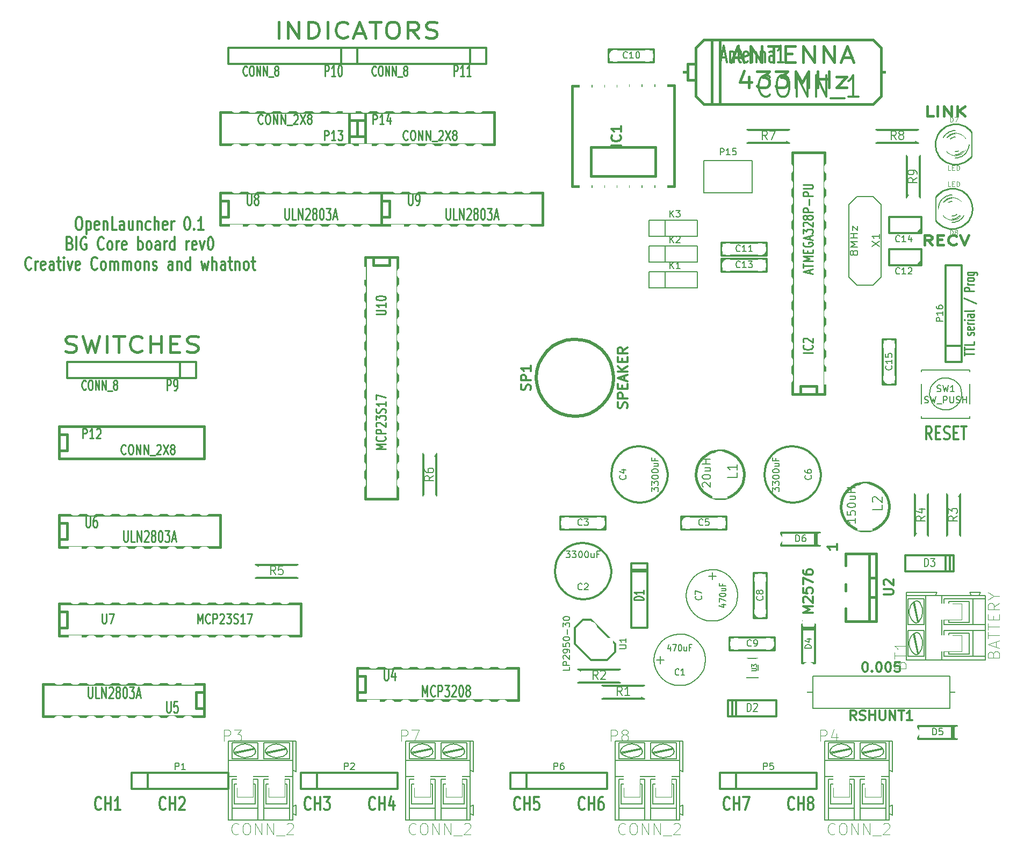
<source format=gto>
G04 (created by PCBNEW-RS274X (2011-05-25)-stable) date Sat 09 Jun 2012 10:58:35 AM MDT*
G01*
G70*
G90*
%MOIN*%
G04 Gerber Fmt 3.4, Leading zero omitted, Abs format*
%FSLAX34Y34*%
G04 APERTURE LIST*
%ADD10C,0.006000*%
%ADD11C,0.012000*%
%ADD12C,0.010000*%
%ADD13C,0.015000*%
%ADD14C,0.018000*%
%ADD15C,0.007500*%
%ADD16C,0.008000*%
%ADD17C,0.003000*%
%ADD18C,0.005000*%
%ADD19C,0.002600*%
%ADD20C,0.019700*%
%ADD21C,0.010700*%
%ADD22C,0.003500*%
%ADD23C,0.011300*%
%ADD24R,0.075000X0.075000*%
%ADD25C,0.075000*%
%ADD26C,0.079100*%
%ADD27R,0.080000X0.080000*%
%ADD28C,0.080000*%
%ADD29C,0.086000*%
%ADD30R,0.095000X0.095000*%
%ADD31C,0.095000*%
%ADD32O,0.110000X0.082000*%
%ADD33R,0.110000X0.082000*%
%ADD34O,0.082000X0.110000*%
%ADD35R,0.082000X0.110000*%
%ADD36C,0.090000*%
%ADD37R,0.090000X0.090000*%
%ADD38R,0.075100X0.098700*%
%ADD39O,0.176000X0.098000*%
%ADD40R,0.085000X0.085000*%
%ADD41C,0.085000*%
%ADD42C,0.067200*%
%ADD43R,0.050000X0.040000*%
%ADD44R,0.140000X0.140000*%
%ADD45C,0.140000*%
%ADD46O,0.098000X0.176000*%
%ADD47O,0.118400X0.090900*%
%ADD48C,0.320000*%
G04 APERTURE END LIST*
G54D10*
G54D11*
X78086Y-69248D02*
X78057Y-69286D01*
X77971Y-69324D01*
X77914Y-69324D01*
X77829Y-69286D01*
X77771Y-69210D01*
X77743Y-69133D01*
X77714Y-68981D01*
X77714Y-68867D01*
X77743Y-68714D01*
X77771Y-68638D01*
X77829Y-68562D01*
X77914Y-68524D01*
X77971Y-68524D01*
X78057Y-68562D01*
X78086Y-68600D01*
X78343Y-69324D02*
X78343Y-68524D01*
X78343Y-68905D02*
X78686Y-68905D01*
X78686Y-69324D02*
X78686Y-68524D01*
X79058Y-68867D02*
X79000Y-68829D01*
X78972Y-68790D01*
X78943Y-68714D01*
X78943Y-68676D01*
X78972Y-68600D01*
X79000Y-68562D01*
X79058Y-68524D01*
X79172Y-68524D01*
X79229Y-68562D01*
X79258Y-68600D01*
X79286Y-68676D01*
X79286Y-68714D01*
X79258Y-68790D01*
X79229Y-68829D01*
X79172Y-68867D01*
X79058Y-68867D01*
X79000Y-68905D01*
X78972Y-68943D01*
X78943Y-69019D01*
X78943Y-69171D01*
X78972Y-69248D01*
X79000Y-69286D01*
X79058Y-69324D01*
X79172Y-69324D01*
X79229Y-69286D01*
X79258Y-69248D01*
X79286Y-69171D01*
X79286Y-69019D01*
X79258Y-68943D01*
X79229Y-68905D01*
X79172Y-68867D01*
X74086Y-69248D02*
X74057Y-69286D01*
X73971Y-69324D01*
X73914Y-69324D01*
X73829Y-69286D01*
X73771Y-69210D01*
X73743Y-69133D01*
X73714Y-68981D01*
X73714Y-68867D01*
X73743Y-68714D01*
X73771Y-68638D01*
X73829Y-68562D01*
X73914Y-68524D01*
X73971Y-68524D01*
X74057Y-68562D01*
X74086Y-68600D01*
X74343Y-69324D02*
X74343Y-68524D01*
X74343Y-68905D02*
X74686Y-68905D01*
X74686Y-69324D02*
X74686Y-68524D01*
X74915Y-68524D02*
X75315Y-68524D01*
X75058Y-69324D01*
X65086Y-69248D02*
X65057Y-69286D01*
X64971Y-69324D01*
X64914Y-69324D01*
X64829Y-69286D01*
X64771Y-69210D01*
X64743Y-69133D01*
X64714Y-68981D01*
X64714Y-68867D01*
X64743Y-68714D01*
X64771Y-68638D01*
X64829Y-68562D01*
X64914Y-68524D01*
X64971Y-68524D01*
X65057Y-68562D01*
X65086Y-68600D01*
X65343Y-69324D02*
X65343Y-68524D01*
X65343Y-68905D02*
X65686Y-68905D01*
X65686Y-69324D02*
X65686Y-68524D01*
X66229Y-68524D02*
X66115Y-68524D01*
X66058Y-68562D01*
X66029Y-68600D01*
X65972Y-68714D01*
X65943Y-68867D01*
X65943Y-69171D01*
X65972Y-69248D01*
X66000Y-69286D01*
X66058Y-69324D01*
X66172Y-69324D01*
X66229Y-69286D01*
X66258Y-69248D01*
X66286Y-69171D01*
X66286Y-68981D01*
X66258Y-68905D01*
X66229Y-68867D01*
X66172Y-68829D01*
X66058Y-68829D01*
X66000Y-68867D01*
X65972Y-68905D01*
X65943Y-68981D01*
X61086Y-69248D02*
X61057Y-69286D01*
X60971Y-69324D01*
X60914Y-69324D01*
X60829Y-69286D01*
X60771Y-69210D01*
X60743Y-69133D01*
X60714Y-68981D01*
X60714Y-68867D01*
X60743Y-68714D01*
X60771Y-68638D01*
X60829Y-68562D01*
X60914Y-68524D01*
X60971Y-68524D01*
X61057Y-68562D01*
X61086Y-68600D01*
X61343Y-69324D02*
X61343Y-68524D01*
X61343Y-68905D02*
X61686Y-68905D01*
X61686Y-69324D02*
X61686Y-68524D01*
X62258Y-68524D02*
X61972Y-68524D01*
X61943Y-68905D01*
X61972Y-68867D01*
X62029Y-68829D01*
X62172Y-68829D01*
X62229Y-68867D01*
X62258Y-68905D01*
X62286Y-68981D01*
X62286Y-69171D01*
X62258Y-69248D01*
X62229Y-69286D01*
X62172Y-69324D01*
X62029Y-69324D01*
X61972Y-69286D01*
X61943Y-69248D01*
X52086Y-69248D02*
X52057Y-69286D01*
X51971Y-69324D01*
X51914Y-69324D01*
X51829Y-69286D01*
X51771Y-69210D01*
X51743Y-69133D01*
X51714Y-68981D01*
X51714Y-68867D01*
X51743Y-68714D01*
X51771Y-68638D01*
X51829Y-68562D01*
X51914Y-68524D01*
X51971Y-68524D01*
X52057Y-68562D01*
X52086Y-68600D01*
X52343Y-69324D02*
X52343Y-68524D01*
X52343Y-68905D02*
X52686Y-68905D01*
X52686Y-69324D02*
X52686Y-68524D01*
X53229Y-68790D02*
X53229Y-69324D01*
X53086Y-68486D02*
X52943Y-69057D01*
X53315Y-69057D01*
X48086Y-69248D02*
X48057Y-69286D01*
X47971Y-69324D01*
X47914Y-69324D01*
X47829Y-69286D01*
X47771Y-69210D01*
X47743Y-69133D01*
X47714Y-68981D01*
X47714Y-68867D01*
X47743Y-68714D01*
X47771Y-68638D01*
X47829Y-68562D01*
X47914Y-68524D01*
X47971Y-68524D01*
X48057Y-68562D01*
X48086Y-68600D01*
X48343Y-69324D02*
X48343Y-68524D01*
X48343Y-68905D02*
X48686Y-68905D01*
X48686Y-69324D02*
X48686Y-68524D01*
X48915Y-68524D02*
X49286Y-68524D01*
X49086Y-68829D01*
X49172Y-68829D01*
X49229Y-68867D01*
X49258Y-68905D01*
X49286Y-68981D01*
X49286Y-69171D01*
X49258Y-69248D01*
X49229Y-69286D01*
X49172Y-69324D01*
X49000Y-69324D01*
X48943Y-69286D01*
X48915Y-69248D01*
X39086Y-69248D02*
X39057Y-69286D01*
X38971Y-69324D01*
X38914Y-69324D01*
X38829Y-69286D01*
X38771Y-69210D01*
X38743Y-69133D01*
X38714Y-68981D01*
X38714Y-68867D01*
X38743Y-68714D01*
X38771Y-68638D01*
X38829Y-68562D01*
X38914Y-68524D01*
X38971Y-68524D01*
X39057Y-68562D01*
X39086Y-68600D01*
X39343Y-69324D02*
X39343Y-68524D01*
X39343Y-68905D02*
X39686Y-68905D01*
X39686Y-69324D02*
X39686Y-68524D01*
X39943Y-68600D02*
X39972Y-68562D01*
X40029Y-68524D01*
X40172Y-68524D01*
X40229Y-68562D01*
X40258Y-68600D01*
X40286Y-68676D01*
X40286Y-68752D01*
X40258Y-68867D01*
X39915Y-69324D01*
X40286Y-69324D01*
X35086Y-69248D02*
X35057Y-69286D01*
X34971Y-69324D01*
X34914Y-69324D01*
X34829Y-69286D01*
X34771Y-69210D01*
X34743Y-69133D01*
X34714Y-68981D01*
X34714Y-68867D01*
X34743Y-68714D01*
X34771Y-68638D01*
X34829Y-68562D01*
X34914Y-68524D01*
X34971Y-68524D01*
X35057Y-68562D01*
X35086Y-68600D01*
X35343Y-69324D02*
X35343Y-68524D01*
X35343Y-68905D02*
X35686Y-68905D01*
X35686Y-69324D02*
X35686Y-68524D01*
X36286Y-69324D02*
X35943Y-69324D01*
X36115Y-69324D02*
X36115Y-68524D01*
X36058Y-68638D01*
X36000Y-68714D01*
X35943Y-68752D01*
G54D12*
X88643Y-41120D02*
X88643Y-40891D01*
X89243Y-41006D02*
X88643Y-41006D01*
X88643Y-40815D02*
X88643Y-40586D01*
X89243Y-40701D02*
X88643Y-40701D01*
X89243Y-40262D02*
X89243Y-40453D01*
X88643Y-40453D01*
X89214Y-39843D02*
X89243Y-39805D01*
X89243Y-39729D01*
X89214Y-39690D01*
X89157Y-39671D01*
X89129Y-39671D01*
X89071Y-39690D01*
X89043Y-39729D01*
X89043Y-39786D01*
X89014Y-39824D01*
X88957Y-39843D01*
X88929Y-39843D01*
X88871Y-39824D01*
X88843Y-39786D01*
X88843Y-39729D01*
X88871Y-39690D01*
X89214Y-39347D02*
X89243Y-39385D01*
X89243Y-39462D01*
X89214Y-39500D01*
X89157Y-39519D01*
X88929Y-39519D01*
X88871Y-39500D01*
X88843Y-39462D01*
X88843Y-39385D01*
X88871Y-39347D01*
X88929Y-39328D01*
X88986Y-39328D01*
X89043Y-39519D01*
X89243Y-39157D02*
X88843Y-39157D01*
X88957Y-39157D02*
X88900Y-39138D01*
X88871Y-39119D01*
X88843Y-39081D01*
X88843Y-39042D01*
X89243Y-38909D02*
X88843Y-38909D01*
X88643Y-38909D02*
X88671Y-38928D01*
X88700Y-38909D01*
X88671Y-38890D01*
X88643Y-38909D01*
X88700Y-38909D01*
X89243Y-38547D02*
X88929Y-38547D01*
X88871Y-38566D01*
X88843Y-38604D01*
X88843Y-38681D01*
X88871Y-38719D01*
X89214Y-38547D02*
X89243Y-38585D01*
X89243Y-38681D01*
X89214Y-38719D01*
X89157Y-38738D01*
X89100Y-38738D01*
X89043Y-38719D01*
X89014Y-38681D01*
X89014Y-38585D01*
X88986Y-38547D01*
X89243Y-38300D02*
X89214Y-38338D01*
X89157Y-38357D01*
X88643Y-38357D01*
X88614Y-37556D02*
X89386Y-37899D01*
X89243Y-37118D02*
X88643Y-37118D01*
X88643Y-36965D01*
X88671Y-36927D01*
X88700Y-36908D01*
X88757Y-36889D01*
X88843Y-36889D01*
X88900Y-36908D01*
X88929Y-36927D01*
X88957Y-36965D01*
X88957Y-37118D01*
X89243Y-36718D02*
X88843Y-36718D01*
X88957Y-36718D02*
X88900Y-36699D01*
X88871Y-36680D01*
X88843Y-36642D01*
X88843Y-36603D01*
X89243Y-36413D02*
X89214Y-36451D01*
X89186Y-36470D01*
X89129Y-36489D01*
X88957Y-36489D01*
X88900Y-36470D01*
X88871Y-36451D01*
X88843Y-36413D01*
X88843Y-36355D01*
X88871Y-36317D01*
X88900Y-36298D01*
X88957Y-36279D01*
X89129Y-36279D01*
X89186Y-36298D01*
X89214Y-36317D01*
X89243Y-36355D01*
X89243Y-36413D01*
X88843Y-35936D02*
X89329Y-35936D01*
X89386Y-35955D01*
X89414Y-35974D01*
X89443Y-36013D01*
X89443Y-36070D01*
X89414Y-36108D01*
X89214Y-35936D02*
X89243Y-35974D01*
X89243Y-36051D01*
X89214Y-36089D01*
X89186Y-36108D01*
X89129Y-36127D01*
X88957Y-36127D01*
X88900Y-36108D01*
X88871Y-36089D01*
X88843Y-36051D01*
X88843Y-35974D01*
X88871Y-35936D01*
G54D11*
X86629Y-46324D02*
X86429Y-45943D01*
X86286Y-46324D02*
X86286Y-45524D01*
X86514Y-45524D01*
X86572Y-45562D01*
X86600Y-45600D01*
X86629Y-45676D01*
X86629Y-45790D01*
X86600Y-45867D01*
X86572Y-45905D01*
X86514Y-45943D01*
X86286Y-45943D01*
X86886Y-45905D02*
X87086Y-45905D01*
X87172Y-46324D02*
X86886Y-46324D01*
X86886Y-45524D01*
X87172Y-45524D01*
X87400Y-46286D02*
X87486Y-46324D01*
X87629Y-46324D01*
X87686Y-46286D01*
X87715Y-46248D01*
X87743Y-46171D01*
X87743Y-46095D01*
X87715Y-46019D01*
X87686Y-45981D01*
X87629Y-45943D01*
X87515Y-45905D01*
X87457Y-45867D01*
X87429Y-45829D01*
X87400Y-45752D01*
X87400Y-45676D01*
X87429Y-45600D01*
X87457Y-45562D01*
X87515Y-45524D01*
X87657Y-45524D01*
X87743Y-45562D01*
X88000Y-45905D02*
X88200Y-45905D01*
X88286Y-46324D02*
X88000Y-46324D01*
X88000Y-45524D01*
X88286Y-45524D01*
X88457Y-45524D02*
X88800Y-45524D01*
X88629Y-46324D02*
X88629Y-45524D01*
G54D13*
X86643Y-34243D02*
X86376Y-33957D01*
X86185Y-34243D02*
X86185Y-33643D01*
X86490Y-33643D01*
X86566Y-33671D01*
X86605Y-33700D01*
X86643Y-33757D01*
X86643Y-33843D01*
X86605Y-33900D01*
X86566Y-33929D01*
X86490Y-33957D01*
X86185Y-33957D01*
X86985Y-33929D02*
X87252Y-33929D01*
X87366Y-34243D02*
X86985Y-34243D01*
X86985Y-33643D01*
X87366Y-33643D01*
X88167Y-34186D02*
X88129Y-34214D01*
X88014Y-34243D01*
X87938Y-34243D01*
X87824Y-34214D01*
X87748Y-34157D01*
X87709Y-34100D01*
X87671Y-33986D01*
X87671Y-33900D01*
X87709Y-33786D01*
X87748Y-33729D01*
X87824Y-33671D01*
X87938Y-33643D01*
X88014Y-33643D01*
X88129Y-33671D01*
X88167Y-33700D01*
X88395Y-33643D02*
X88662Y-34243D01*
X88929Y-33643D01*
X86738Y-26243D02*
X86357Y-26243D01*
X86357Y-25643D01*
X87005Y-26243D02*
X87005Y-25643D01*
X87386Y-26243D02*
X87386Y-25643D01*
X87844Y-26243D01*
X87844Y-25643D01*
X88224Y-26243D02*
X88224Y-25643D01*
X88682Y-26243D02*
X88339Y-25900D01*
X88682Y-25643D02*
X88224Y-25986D01*
G54D14*
X74315Y-22619D02*
X74886Y-22619D01*
X74200Y-22905D02*
X74600Y-21905D01*
X75000Y-22905D01*
X75401Y-22905D02*
X75401Y-21905D01*
X76086Y-22905D01*
X76086Y-21905D01*
X76486Y-21905D02*
X77172Y-21905D01*
X76829Y-22905D02*
X76829Y-21905D01*
X77572Y-22381D02*
X77972Y-22381D01*
X78143Y-22905D02*
X77572Y-22905D01*
X77572Y-21905D01*
X78143Y-21905D01*
X78658Y-22905D02*
X78658Y-21905D01*
X79343Y-22905D01*
X79343Y-21905D01*
X79915Y-22905D02*
X79915Y-21905D01*
X80600Y-22905D01*
X80600Y-21905D01*
X81115Y-22619D02*
X81686Y-22619D01*
X81000Y-22905D02*
X81400Y-21905D01*
X81800Y-22905D01*
X75286Y-23818D02*
X75286Y-24485D01*
X75000Y-23437D02*
X74715Y-24151D01*
X75457Y-24151D01*
X75800Y-23485D02*
X76543Y-23485D01*
X76143Y-23866D01*
X76315Y-23866D01*
X76429Y-23913D01*
X76486Y-23961D01*
X76543Y-24056D01*
X76543Y-24294D01*
X76486Y-24390D01*
X76429Y-24437D01*
X76315Y-24485D01*
X75972Y-24485D01*
X75858Y-24437D01*
X75800Y-24390D01*
X76943Y-23485D02*
X77686Y-23485D01*
X77286Y-23866D01*
X77458Y-23866D01*
X77572Y-23913D01*
X77629Y-23961D01*
X77686Y-24056D01*
X77686Y-24294D01*
X77629Y-24390D01*
X77572Y-24437D01*
X77458Y-24485D01*
X77115Y-24485D01*
X77001Y-24437D01*
X76943Y-24390D01*
X78201Y-24485D02*
X78201Y-23485D01*
X78601Y-24199D01*
X79001Y-23485D01*
X79001Y-24485D01*
X79572Y-24485D02*
X79572Y-23485D01*
X79572Y-23961D02*
X80257Y-23961D01*
X80257Y-24485D02*
X80257Y-23485D01*
X80714Y-23818D02*
X81343Y-23818D01*
X80714Y-24485D01*
X81343Y-24485D01*
X46115Y-21405D02*
X46115Y-20405D01*
X46686Y-21405D02*
X46686Y-20405D01*
X47371Y-21405D01*
X47371Y-20405D01*
X47943Y-21405D02*
X47943Y-20405D01*
X48228Y-20405D01*
X48400Y-20452D01*
X48514Y-20548D01*
X48571Y-20643D01*
X48628Y-20833D01*
X48628Y-20976D01*
X48571Y-21167D01*
X48514Y-21262D01*
X48400Y-21357D01*
X48228Y-21405D01*
X47943Y-21405D01*
X49143Y-21405D02*
X49143Y-20405D01*
X50399Y-21310D02*
X50342Y-21357D01*
X50171Y-21405D01*
X50057Y-21405D01*
X49885Y-21357D01*
X49771Y-21262D01*
X49714Y-21167D01*
X49657Y-20976D01*
X49657Y-20833D01*
X49714Y-20643D01*
X49771Y-20548D01*
X49885Y-20452D01*
X50057Y-20405D01*
X50171Y-20405D01*
X50342Y-20452D01*
X50399Y-20500D01*
X50857Y-21119D02*
X51428Y-21119D01*
X50742Y-21405D02*
X51142Y-20405D01*
X51542Y-21405D01*
X51771Y-20405D02*
X52457Y-20405D01*
X52114Y-21405D02*
X52114Y-20405D01*
X53085Y-20405D02*
X53314Y-20405D01*
X53428Y-20452D01*
X53542Y-20548D01*
X53600Y-20738D01*
X53600Y-21071D01*
X53542Y-21262D01*
X53428Y-21357D01*
X53314Y-21405D01*
X53085Y-21405D01*
X52971Y-21357D01*
X52857Y-21262D01*
X52800Y-21071D01*
X52800Y-20738D01*
X52857Y-20548D01*
X52971Y-20452D01*
X53085Y-20405D01*
X54799Y-21405D02*
X54399Y-20929D01*
X54114Y-21405D02*
X54114Y-20405D01*
X54571Y-20405D01*
X54685Y-20452D01*
X54742Y-20500D01*
X54799Y-20595D01*
X54799Y-20738D01*
X54742Y-20833D01*
X54685Y-20881D01*
X54571Y-20929D01*
X54114Y-20929D01*
X55257Y-21357D02*
X55428Y-21405D01*
X55714Y-21405D01*
X55828Y-21357D01*
X55885Y-21310D01*
X55942Y-21214D01*
X55942Y-21119D01*
X55885Y-21024D01*
X55828Y-20976D01*
X55714Y-20929D01*
X55485Y-20881D01*
X55371Y-20833D01*
X55314Y-20786D01*
X55257Y-20690D01*
X55257Y-20595D01*
X55314Y-20500D01*
X55371Y-20452D01*
X55485Y-20405D01*
X55771Y-20405D01*
X55942Y-20452D01*
X32887Y-40857D02*
X33058Y-40905D01*
X33344Y-40905D01*
X33458Y-40857D01*
X33515Y-40810D01*
X33572Y-40714D01*
X33572Y-40619D01*
X33515Y-40524D01*
X33458Y-40476D01*
X33344Y-40429D01*
X33115Y-40381D01*
X33001Y-40333D01*
X32944Y-40286D01*
X32887Y-40190D01*
X32887Y-40095D01*
X32944Y-40000D01*
X33001Y-39952D01*
X33115Y-39905D01*
X33401Y-39905D01*
X33572Y-39952D01*
X33972Y-39905D02*
X34258Y-40905D01*
X34487Y-40190D01*
X34715Y-40905D01*
X35001Y-39905D01*
X35458Y-40905D02*
X35458Y-39905D01*
X35857Y-39905D02*
X36543Y-39905D01*
X36200Y-40905D02*
X36200Y-39905D01*
X37628Y-40810D02*
X37571Y-40857D01*
X37400Y-40905D01*
X37286Y-40905D01*
X37114Y-40857D01*
X37000Y-40762D01*
X36943Y-40667D01*
X36886Y-40476D01*
X36886Y-40333D01*
X36943Y-40143D01*
X37000Y-40048D01*
X37114Y-39952D01*
X37286Y-39905D01*
X37400Y-39905D01*
X37571Y-39952D01*
X37628Y-40000D01*
X38143Y-40905D02*
X38143Y-39905D01*
X38143Y-40381D02*
X38828Y-40381D01*
X38828Y-40905D02*
X38828Y-39905D01*
X39400Y-40381D02*
X39800Y-40381D01*
X39971Y-40905D02*
X39400Y-40905D01*
X39400Y-39905D01*
X39971Y-39905D01*
X40429Y-40857D02*
X40600Y-40905D01*
X40886Y-40905D01*
X41000Y-40857D01*
X41057Y-40810D01*
X41114Y-40714D01*
X41114Y-40619D01*
X41057Y-40524D01*
X41000Y-40476D01*
X40886Y-40429D01*
X40657Y-40381D01*
X40543Y-40333D01*
X40486Y-40286D01*
X40429Y-40190D01*
X40429Y-40095D01*
X40486Y-40000D01*
X40543Y-39952D01*
X40657Y-39905D01*
X40943Y-39905D01*
X41114Y-39952D01*
G54D11*
X33672Y-32524D02*
X33786Y-32524D01*
X33844Y-32562D01*
X33901Y-32638D01*
X33929Y-32790D01*
X33929Y-33057D01*
X33901Y-33210D01*
X33844Y-33286D01*
X33786Y-33324D01*
X33672Y-33324D01*
X33615Y-33286D01*
X33558Y-33210D01*
X33529Y-33057D01*
X33529Y-32790D01*
X33558Y-32638D01*
X33615Y-32562D01*
X33672Y-32524D01*
X34187Y-32790D02*
X34187Y-33590D01*
X34187Y-32829D02*
X34244Y-32790D01*
X34358Y-32790D01*
X34415Y-32829D01*
X34444Y-32867D01*
X34473Y-32943D01*
X34473Y-33171D01*
X34444Y-33248D01*
X34415Y-33286D01*
X34358Y-33324D01*
X34244Y-33324D01*
X34187Y-33286D01*
X34958Y-33286D02*
X34901Y-33324D01*
X34787Y-33324D01*
X34730Y-33286D01*
X34701Y-33210D01*
X34701Y-32905D01*
X34730Y-32829D01*
X34787Y-32790D01*
X34901Y-32790D01*
X34958Y-32829D01*
X34987Y-32905D01*
X34987Y-32981D01*
X34701Y-33057D01*
X35244Y-32790D02*
X35244Y-33324D01*
X35244Y-32867D02*
X35272Y-32829D01*
X35330Y-32790D01*
X35415Y-32790D01*
X35472Y-32829D01*
X35501Y-32905D01*
X35501Y-33324D01*
X36073Y-33324D02*
X35787Y-33324D01*
X35787Y-32524D01*
X36530Y-33324D02*
X36530Y-32905D01*
X36501Y-32829D01*
X36444Y-32790D01*
X36330Y-32790D01*
X36273Y-32829D01*
X36530Y-33286D02*
X36473Y-33324D01*
X36330Y-33324D01*
X36273Y-33286D01*
X36244Y-33210D01*
X36244Y-33133D01*
X36273Y-33057D01*
X36330Y-33019D01*
X36473Y-33019D01*
X36530Y-32981D01*
X37073Y-32790D02*
X37073Y-33324D01*
X36816Y-32790D02*
X36816Y-33210D01*
X36844Y-33286D01*
X36902Y-33324D01*
X36987Y-33324D01*
X37044Y-33286D01*
X37073Y-33248D01*
X37359Y-32790D02*
X37359Y-33324D01*
X37359Y-32867D02*
X37387Y-32829D01*
X37445Y-32790D01*
X37530Y-32790D01*
X37587Y-32829D01*
X37616Y-32905D01*
X37616Y-33324D01*
X38159Y-33286D02*
X38102Y-33324D01*
X37988Y-33324D01*
X37930Y-33286D01*
X37902Y-33248D01*
X37873Y-33171D01*
X37873Y-32943D01*
X37902Y-32867D01*
X37930Y-32829D01*
X37988Y-32790D01*
X38102Y-32790D01*
X38159Y-32829D01*
X38416Y-33324D02*
X38416Y-32524D01*
X38673Y-33324D02*
X38673Y-32905D01*
X38644Y-32829D01*
X38587Y-32790D01*
X38502Y-32790D01*
X38444Y-32829D01*
X38416Y-32867D01*
X39187Y-33286D02*
X39130Y-33324D01*
X39016Y-33324D01*
X38959Y-33286D01*
X38930Y-33210D01*
X38930Y-32905D01*
X38959Y-32829D01*
X39016Y-32790D01*
X39130Y-32790D01*
X39187Y-32829D01*
X39216Y-32905D01*
X39216Y-32981D01*
X38930Y-33057D01*
X39473Y-33324D02*
X39473Y-32790D01*
X39473Y-32943D02*
X39501Y-32867D01*
X39530Y-32829D01*
X39587Y-32790D01*
X39644Y-32790D01*
X40415Y-32524D02*
X40472Y-32524D01*
X40529Y-32562D01*
X40558Y-32600D01*
X40587Y-32676D01*
X40615Y-32829D01*
X40615Y-33019D01*
X40587Y-33171D01*
X40558Y-33248D01*
X40529Y-33286D01*
X40472Y-33324D01*
X40415Y-33324D01*
X40358Y-33286D01*
X40329Y-33248D01*
X40301Y-33171D01*
X40272Y-33019D01*
X40272Y-32829D01*
X40301Y-32676D01*
X40329Y-32600D01*
X40358Y-32562D01*
X40415Y-32524D01*
X40872Y-33248D02*
X40900Y-33286D01*
X40872Y-33324D01*
X40843Y-33286D01*
X40872Y-33248D01*
X40872Y-33324D01*
X41472Y-33324D02*
X41129Y-33324D01*
X41301Y-33324D02*
X41301Y-32524D01*
X41244Y-32638D01*
X41186Y-32714D01*
X41129Y-32752D01*
X33173Y-34145D02*
X33259Y-34183D01*
X33287Y-34221D01*
X33316Y-34297D01*
X33316Y-34411D01*
X33287Y-34488D01*
X33259Y-34526D01*
X33201Y-34564D01*
X32973Y-34564D01*
X32973Y-33764D01*
X33173Y-33764D01*
X33230Y-33802D01*
X33259Y-33840D01*
X33287Y-33916D01*
X33287Y-33992D01*
X33259Y-34069D01*
X33230Y-34107D01*
X33173Y-34145D01*
X32973Y-34145D01*
X33573Y-34564D02*
X33573Y-33764D01*
X34173Y-33802D02*
X34116Y-33764D01*
X34030Y-33764D01*
X33945Y-33802D01*
X33887Y-33878D01*
X33859Y-33954D01*
X33830Y-34107D01*
X33830Y-34221D01*
X33859Y-34373D01*
X33887Y-34450D01*
X33945Y-34526D01*
X34030Y-34564D01*
X34087Y-34564D01*
X34173Y-34526D01*
X34202Y-34488D01*
X34202Y-34221D01*
X34087Y-34221D01*
X35259Y-34488D02*
X35230Y-34526D01*
X35144Y-34564D01*
X35087Y-34564D01*
X35002Y-34526D01*
X34944Y-34450D01*
X34916Y-34373D01*
X34887Y-34221D01*
X34887Y-34107D01*
X34916Y-33954D01*
X34944Y-33878D01*
X35002Y-33802D01*
X35087Y-33764D01*
X35144Y-33764D01*
X35230Y-33802D01*
X35259Y-33840D01*
X35602Y-34564D02*
X35544Y-34526D01*
X35516Y-34488D01*
X35487Y-34411D01*
X35487Y-34183D01*
X35516Y-34107D01*
X35544Y-34069D01*
X35602Y-34030D01*
X35687Y-34030D01*
X35744Y-34069D01*
X35773Y-34107D01*
X35802Y-34183D01*
X35802Y-34411D01*
X35773Y-34488D01*
X35744Y-34526D01*
X35687Y-34564D01*
X35602Y-34564D01*
X36059Y-34564D02*
X36059Y-34030D01*
X36059Y-34183D02*
X36087Y-34107D01*
X36116Y-34069D01*
X36173Y-34030D01*
X36230Y-34030D01*
X36658Y-34526D02*
X36601Y-34564D01*
X36487Y-34564D01*
X36430Y-34526D01*
X36401Y-34450D01*
X36401Y-34145D01*
X36430Y-34069D01*
X36487Y-34030D01*
X36601Y-34030D01*
X36658Y-34069D01*
X36687Y-34145D01*
X36687Y-34221D01*
X36401Y-34297D01*
X37401Y-34564D02*
X37401Y-33764D01*
X37401Y-34069D02*
X37458Y-34030D01*
X37572Y-34030D01*
X37629Y-34069D01*
X37658Y-34107D01*
X37687Y-34183D01*
X37687Y-34411D01*
X37658Y-34488D01*
X37629Y-34526D01*
X37572Y-34564D01*
X37458Y-34564D01*
X37401Y-34526D01*
X38030Y-34564D02*
X37972Y-34526D01*
X37944Y-34488D01*
X37915Y-34411D01*
X37915Y-34183D01*
X37944Y-34107D01*
X37972Y-34069D01*
X38030Y-34030D01*
X38115Y-34030D01*
X38172Y-34069D01*
X38201Y-34107D01*
X38230Y-34183D01*
X38230Y-34411D01*
X38201Y-34488D01*
X38172Y-34526D01*
X38115Y-34564D01*
X38030Y-34564D01*
X38744Y-34564D02*
X38744Y-34145D01*
X38715Y-34069D01*
X38658Y-34030D01*
X38544Y-34030D01*
X38487Y-34069D01*
X38744Y-34526D02*
X38687Y-34564D01*
X38544Y-34564D01*
X38487Y-34526D01*
X38458Y-34450D01*
X38458Y-34373D01*
X38487Y-34297D01*
X38544Y-34259D01*
X38687Y-34259D01*
X38744Y-34221D01*
X39030Y-34564D02*
X39030Y-34030D01*
X39030Y-34183D02*
X39058Y-34107D01*
X39087Y-34069D01*
X39144Y-34030D01*
X39201Y-34030D01*
X39658Y-34564D02*
X39658Y-33764D01*
X39658Y-34526D02*
X39601Y-34564D01*
X39487Y-34564D01*
X39429Y-34526D01*
X39401Y-34488D01*
X39372Y-34411D01*
X39372Y-34183D01*
X39401Y-34107D01*
X39429Y-34069D01*
X39487Y-34030D01*
X39601Y-34030D01*
X39658Y-34069D01*
X40401Y-34564D02*
X40401Y-34030D01*
X40401Y-34183D02*
X40429Y-34107D01*
X40458Y-34069D01*
X40515Y-34030D01*
X40572Y-34030D01*
X41000Y-34526D02*
X40943Y-34564D01*
X40829Y-34564D01*
X40772Y-34526D01*
X40743Y-34450D01*
X40743Y-34145D01*
X40772Y-34069D01*
X40829Y-34030D01*
X40943Y-34030D01*
X41000Y-34069D01*
X41029Y-34145D01*
X41029Y-34221D01*
X40743Y-34297D01*
X41229Y-34030D02*
X41372Y-34564D01*
X41514Y-34030D01*
X41857Y-33764D02*
X41914Y-33764D01*
X41971Y-33802D01*
X42000Y-33840D01*
X42029Y-33916D01*
X42057Y-34069D01*
X42057Y-34259D01*
X42029Y-34411D01*
X42000Y-34488D01*
X41971Y-34526D01*
X41914Y-34564D01*
X41857Y-34564D01*
X41800Y-34526D01*
X41771Y-34488D01*
X41743Y-34411D01*
X41714Y-34259D01*
X41714Y-34069D01*
X41743Y-33916D01*
X41771Y-33840D01*
X41800Y-33802D01*
X41857Y-33764D01*
X30771Y-35728D02*
X30742Y-35766D01*
X30656Y-35804D01*
X30599Y-35804D01*
X30514Y-35766D01*
X30456Y-35690D01*
X30428Y-35613D01*
X30399Y-35461D01*
X30399Y-35347D01*
X30428Y-35194D01*
X30456Y-35118D01*
X30514Y-35042D01*
X30599Y-35004D01*
X30656Y-35004D01*
X30742Y-35042D01*
X30771Y-35080D01*
X31028Y-35804D02*
X31028Y-35270D01*
X31028Y-35423D02*
X31056Y-35347D01*
X31085Y-35309D01*
X31142Y-35270D01*
X31199Y-35270D01*
X31627Y-35766D02*
X31570Y-35804D01*
X31456Y-35804D01*
X31399Y-35766D01*
X31370Y-35690D01*
X31370Y-35385D01*
X31399Y-35309D01*
X31456Y-35270D01*
X31570Y-35270D01*
X31627Y-35309D01*
X31656Y-35385D01*
X31656Y-35461D01*
X31370Y-35537D01*
X32170Y-35804D02*
X32170Y-35385D01*
X32141Y-35309D01*
X32084Y-35270D01*
X31970Y-35270D01*
X31913Y-35309D01*
X32170Y-35766D02*
X32113Y-35804D01*
X31970Y-35804D01*
X31913Y-35766D01*
X31884Y-35690D01*
X31884Y-35613D01*
X31913Y-35537D01*
X31970Y-35499D01*
X32113Y-35499D01*
X32170Y-35461D01*
X32370Y-35270D02*
X32599Y-35270D01*
X32456Y-35004D02*
X32456Y-35690D01*
X32484Y-35766D01*
X32542Y-35804D01*
X32599Y-35804D01*
X32799Y-35804D02*
X32799Y-35270D01*
X32799Y-35004D02*
X32770Y-35042D01*
X32799Y-35080D01*
X32827Y-35042D01*
X32799Y-35004D01*
X32799Y-35080D01*
X33028Y-35270D02*
X33171Y-35804D01*
X33313Y-35270D01*
X33770Y-35766D02*
X33713Y-35804D01*
X33599Y-35804D01*
X33542Y-35766D01*
X33513Y-35690D01*
X33513Y-35385D01*
X33542Y-35309D01*
X33599Y-35270D01*
X33713Y-35270D01*
X33770Y-35309D01*
X33799Y-35385D01*
X33799Y-35461D01*
X33513Y-35537D01*
X34856Y-35728D02*
X34827Y-35766D01*
X34741Y-35804D01*
X34684Y-35804D01*
X34599Y-35766D01*
X34541Y-35690D01*
X34513Y-35613D01*
X34484Y-35461D01*
X34484Y-35347D01*
X34513Y-35194D01*
X34541Y-35118D01*
X34599Y-35042D01*
X34684Y-35004D01*
X34741Y-35004D01*
X34827Y-35042D01*
X34856Y-35080D01*
X35199Y-35804D02*
X35141Y-35766D01*
X35113Y-35728D01*
X35084Y-35651D01*
X35084Y-35423D01*
X35113Y-35347D01*
X35141Y-35309D01*
X35199Y-35270D01*
X35284Y-35270D01*
X35341Y-35309D01*
X35370Y-35347D01*
X35399Y-35423D01*
X35399Y-35651D01*
X35370Y-35728D01*
X35341Y-35766D01*
X35284Y-35804D01*
X35199Y-35804D01*
X35656Y-35804D02*
X35656Y-35270D01*
X35656Y-35347D02*
X35684Y-35309D01*
X35742Y-35270D01*
X35827Y-35270D01*
X35884Y-35309D01*
X35913Y-35385D01*
X35913Y-35804D01*
X35913Y-35385D02*
X35942Y-35309D01*
X35999Y-35270D01*
X36084Y-35270D01*
X36142Y-35309D01*
X36170Y-35385D01*
X36170Y-35804D01*
X36456Y-35804D02*
X36456Y-35270D01*
X36456Y-35347D02*
X36484Y-35309D01*
X36542Y-35270D01*
X36627Y-35270D01*
X36684Y-35309D01*
X36713Y-35385D01*
X36713Y-35804D01*
X36713Y-35385D02*
X36742Y-35309D01*
X36799Y-35270D01*
X36884Y-35270D01*
X36942Y-35309D01*
X36970Y-35385D01*
X36970Y-35804D01*
X37342Y-35804D02*
X37284Y-35766D01*
X37256Y-35728D01*
X37227Y-35651D01*
X37227Y-35423D01*
X37256Y-35347D01*
X37284Y-35309D01*
X37342Y-35270D01*
X37427Y-35270D01*
X37484Y-35309D01*
X37513Y-35347D01*
X37542Y-35423D01*
X37542Y-35651D01*
X37513Y-35728D01*
X37484Y-35766D01*
X37427Y-35804D01*
X37342Y-35804D01*
X37799Y-35270D02*
X37799Y-35804D01*
X37799Y-35347D02*
X37827Y-35309D01*
X37885Y-35270D01*
X37970Y-35270D01*
X38027Y-35309D01*
X38056Y-35385D01*
X38056Y-35804D01*
X38313Y-35766D02*
X38370Y-35804D01*
X38485Y-35804D01*
X38542Y-35766D01*
X38570Y-35690D01*
X38570Y-35651D01*
X38542Y-35575D01*
X38485Y-35537D01*
X38399Y-35537D01*
X38342Y-35499D01*
X38313Y-35423D01*
X38313Y-35385D01*
X38342Y-35309D01*
X38399Y-35270D01*
X38485Y-35270D01*
X38542Y-35309D01*
X39542Y-35804D02*
X39542Y-35385D01*
X39513Y-35309D01*
X39456Y-35270D01*
X39342Y-35270D01*
X39285Y-35309D01*
X39542Y-35766D02*
X39485Y-35804D01*
X39342Y-35804D01*
X39285Y-35766D01*
X39256Y-35690D01*
X39256Y-35613D01*
X39285Y-35537D01*
X39342Y-35499D01*
X39485Y-35499D01*
X39542Y-35461D01*
X39828Y-35270D02*
X39828Y-35804D01*
X39828Y-35347D02*
X39856Y-35309D01*
X39914Y-35270D01*
X39999Y-35270D01*
X40056Y-35309D01*
X40085Y-35385D01*
X40085Y-35804D01*
X40628Y-35804D02*
X40628Y-35004D01*
X40628Y-35766D02*
X40571Y-35804D01*
X40457Y-35804D01*
X40399Y-35766D01*
X40371Y-35728D01*
X40342Y-35651D01*
X40342Y-35423D01*
X40371Y-35347D01*
X40399Y-35309D01*
X40457Y-35270D01*
X40571Y-35270D01*
X40628Y-35309D01*
X41314Y-35270D02*
X41428Y-35804D01*
X41542Y-35423D01*
X41657Y-35804D01*
X41771Y-35270D01*
X42000Y-35804D02*
X42000Y-35004D01*
X42257Y-35804D02*
X42257Y-35385D01*
X42228Y-35309D01*
X42171Y-35270D01*
X42086Y-35270D01*
X42028Y-35309D01*
X42000Y-35347D01*
X42800Y-35804D02*
X42800Y-35385D01*
X42771Y-35309D01*
X42714Y-35270D01*
X42600Y-35270D01*
X42543Y-35309D01*
X42800Y-35766D02*
X42743Y-35804D01*
X42600Y-35804D01*
X42543Y-35766D01*
X42514Y-35690D01*
X42514Y-35613D01*
X42543Y-35537D01*
X42600Y-35499D01*
X42743Y-35499D01*
X42800Y-35461D01*
X43000Y-35270D02*
X43229Y-35270D01*
X43086Y-35004D02*
X43086Y-35690D01*
X43114Y-35766D01*
X43172Y-35804D01*
X43229Y-35804D01*
X43429Y-35270D02*
X43429Y-35804D01*
X43429Y-35347D02*
X43457Y-35309D01*
X43515Y-35270D01*
X43600Y-35270D01*
X43657Y-35309D01*
X43686Y-35385D01*
X43686Y-35804D01*
X44058Y-35804D02*
X44000Y-35766D01*
X43972Y-35728D01*
X43943Y-35651D01*
X43943Y-35423D01*
X43972Y-35347D01*
X44000Y-35309D01*
X44058Y-35270D01*
X44143Y-35270D01*
X44200Y-35309D01*
X44229Y-35347D01*
X44258Y-35423D01*
X44258Y-35651D01*
X44229Y-35728D01*
X44200Y-35766D01*
X44143Y-35804D01*
X44058Y-35804D01*
X44429Y-35270D02*
X44658Y-35270D01*
X44515Y-35004D02*
X44515Y-35690D01*
X44543Y-35766D01*
X44601Y-35804D01*
X44658Y-35804D01*
X59000Y-23000D02*
X51000Y-23000D01*
X51000Y-23000D02*
X51000Y-22000D01*
X51000Y-22000D02*
X59000Y-22000D01*
X59000Y-22000D02*
X59000Y-23000D01*
X58000Y-22000D02*
X58000Y-23000D01*
X51000Y-23000D02*
X43000Y-23000D01*
X43000Y-23000D02*
X43000Y-22000D01*
X43000Y-22000D02*
X51000Y-22000D01*
X51000Y-22000D02*
X51000Y-23000D01*
X50000Y-22000D02*
X50000Y-23000D01*
G54D15*
X87750Y-62000D02*
X88500Y-62000D01*
X78500Y-62000D02*
X79250Y-62000D01*
X87750Y-61000D02*
X87750Y-63000D01*
X87750Y-63000D02*
X79250Y-63000D01*
X79250Y-63000D02*
X79250Y-61000D01*
X79250Y-61000D02*
X87750Y-61000D01*
G54D10*
X69100Y-35300D02*
X69100Y-34300D01*
X69100Y-34300D02*
X72100Y-34300D01*
X72100Y-34300D02*
X72100Y-35300D01*
X72100Y-35300D02*
X69100Y-35300D01*
X70100Y-34300D02*
X70100Y-35300D01*
X69100Y-36900D02*
X69100Y-35900D01*
X69100Y-35900D02*
X72100Y-35900D01*
X72100Y-35900D02*
X72100Y-36900D01*
X72100Y-36900D02*
X69100Y-36900D01*
X70100Y-35900D02*
X70100Y-36900D01*
X69100Y-33700D02*
X69100Y-32700D01*
X69100Y-32700D02*
X72100Y-32700D01*
X72100Y-32700D02*
X72100Y-33700D01*
X72100Y-33700D02*
X69100Y-33700D01*
X70100Y-32700D02*
X70100Y-33700D01*
G54D11*
X37000Y-68000D02*
X37000Y-67000D01*
X37000Y-67000D02*
X43000Y-67000D01*
X43000Y-67000D02*
X43000Y-68000D01*
X43000Y-68000D02*
X37000Y-68000D01*
X38000Y-68000D02*
X38000Y-67000D01*
X47500Y-68000D02*
X47500Y-67000D01*
X47500Y-67000D02*
X53500Y-67000D01*
X53500Y-67000D02*
X53500Y-68000D01*
X53500Y-68000D02*
X47500Y-68000D01*
X48500Y-68000D02*
X48500Y-67000D01*
G54D16*
X89120Y-28750D02*
X89120Y-27250D01*
G54D17*
X88807Y-28000D02*
X88793Y-28137D01*
X88753Y-28269D01*
X88688Y-28391D01*
X88601Y-28498D01*
X88495Y-28586D01*
X88373Y-28651D01*
X88242Y-28692D01*
X88104Y-28706D01*
X87968Y-28694D01*
X87836Y-28655D01*
X87713Y-28591D01*
X87606Y-28505D01*
X87517Y-28399D01*
X87451Y-28278D01*
X87409Y-28146D01*
X87394Y-28009D01*
X87405Y-27873D01*
X87443Y-27740D01*
X87506Y-27618D01*
X87592Y-27509D01*
X87697Y-27420D01*
X87817Y-27353D01*
X87949Y-27310D01*
X88086Y-27294D01*
X88222Y-27304D01*
X88355Y-27341D01*
X88478Y-27404D01*
X88587Y-27489D01*
X88677Y-27593D01*
X88745Y-27713D01*
X88789Y-27844D01*
X88806Y-27981D01*
X88807Y-28000D01*
G54D12*
X89099Y-27250D02*
X89030Y-27166D01*
X88954Y-27088D01*
X88871Y-27017D01*
X88782Y-26953D01*
X88688Y-26898D01*
X88590Y-26851D01*
X88488Y-26812D01*
X88383Y-26783D01*
X88276Y-26763D01*
X88167Y-26752D01*
X88059Y-26751D01*
X87950Y-26760D01*
X87843Y-26777D01*
X87737Y-26804D01*
X87634Y-26841D01*
X87535Y-26886D01*
X87440Y-26939D01*
X87350Y-27001D01*
X87266Y-27070D01*
X87188Y-27146D01*
X87117Y-27229D01*
X87053Y-27318D01*
X86998Y-27412D01*
X86951Y-27510D01*
X86912Y-27612D01*
X86883Y-27717D01*
X86863Y-27824D01*
X86852Y-27933D01*
X86851Y-28041D01*
X86860Y-28150D01*
X86877Y-28257D01*
X86904Y-28363D01*
X86941Y-28466D01*
X86986Y-28565D01*
X87039Y-28660D01*
X87101Y-28750D01*
X87170Y-28834D01*
X87246Y-28912D01*
X87329Y-28983D01*
X87418Y-29047D01*
X87512Y-29102D01*
X87610Y-29149D01*
X87712Y-29188D01*
X87817Y-29217D01*
X87924Y-29237D01*
X88033Y-29248D01*
X88141Y-29249D01*
X88250Y-29240D01*
X88357Y-29223D01*
X88463Y-29196D01*
X88566Y-29159D01*
X88665Y-29114D01*
X88760Y-29061D01*
X88850Y-28999D01*
X88934Y-28930D01*
X89012Y-28854D01*
X89083Y-28771D01*
X89099Y-28750D01*
G54D10*
X88100Y-27550D02*
X88061Y-27552D01*
X88022Y-27557D01*
X87984Y-27566D01*
X87947Y-27578D01*
X87910Y-27593D01*
X87876Y-27611D01*
X87842Y-27632D01*
X87811Y-27656D01*
X87782Y-27682D01*
X87756Y-27711D01*
X87732Y-27742D01*
X87711Y-27776D01*
X87693Y-27810D01*
X87678Y-27847D01*
X87666Y-27884D01*
X87657Y-27922D01*
X87652Y-27961D01*
X87650Y-28000D01*
X88100Y-28450D02*
X88139Y-28448D01*
X88178Y-28443D01*
X88216Y-28434D01*
X88253Y-28422D01*
X88290Y-28407D01*
X88325Y-28389D01*
X88358Y-28368D01*
X88389Y-28344D01*
X88418Y-28318D01*
X88444Y-28289D01*
X88468Y-28258D01*
X88489Y-28224D01*
X88507Y-28190D01*
X88522Y-28153D01*
X88534Y-28116D01*
X88543Y-28078D01*
X88548Y-28039D01*
X88550Y-28000D01*
X88100Y-27350D02*
X88044Y-27353D01*
X87988Y-27360D01*
X87932Y-27373D01*
X87878Y-27390D01*
X87826Y-27411D01*
X87776Y-27438D01*
X87728Y-27468D01*
X87683Y-27503D01*
X87641Y-27541D01*
X87603Y-27583D01*
X87568Y-27628D01*
X87538Y-27676D01*
X87511Y-27726D01*
X87490Y-27778D01*
X87473Y-27832D01*
X87460Y-27888D01*
X87453Y-27944D01*
X87450Y-28000D01*
X88100Y-28650D02*
X88156Y-28647D01*
X88212Y-28640D01*
X88268Y-28627D01*
X88322Y-28610D01*
X88374Y-28589D01*
X88425Y-28562D01*
X88472Y-28532D01*
X88517Y-28497D01*
X88559Y-28459D01*
X88597Y-28417D01*
X88632Y-28372D01*
X88662Y-28324D01*
X88689Y-28274D01*
X88710Y-28222D01*
X88727Y-28168D01*
X88740Y-28112D01*
X88747Y-28056D01*
X88750Y-28000D01*
X88100Y-27150D02*
X88026Y-27154D01*
X87953Y-27163D01*
X87881Y-27179D01*
X87810Y-27202D01*
X87741Y-27230D01*
X87676Y-27264D01*
X87613Y-27304D01*
X87554Y-27349D01*
X87499Y-27399D01*
X87449Y-27454D01*
X87404Y-27513D01*
X87364Y-27576D01*
X87330Y-27641D01*
X87302Y-27710D01*
X87279Y-27781D01*
X87263Y-27853D01*
X87254Y-27926D01*
X87250Y-28000D01*
X88100Y-28850D02*
X88174Y-28846D01*
X88247Y-28837D01*
X88319Y-28821D01*
X88390Y-28798D01*
X88459Y-28770D01*
X88525Y-28736D01*
X88587Y-28696D01*
X88646Y-28651D01*
X88701Y-28601D01*
X88751Y-28546D01*
X88796Y-28487D01*
X88836Y-28424D01*
X88870Y-28359D01*
X88898Y-28290D01*
X88921Y-28219D01*
X88937Y-28147D01*
X88946Y-28074D01*
X88950Y-28000D01*
G54D16*
X86880Y-31250D02*
X86880Y-32750D01*
G54D17*
X88607Y-32000D02*
X88593Y-32137D01*
X88553Y-32269D01*
X88488Y-32391D01*
X88401Y-32498D01*
X88295Y-32586D01*
X88173Y-32651D01*
X88042Y-32692D01*
X87904Y-32706D01*
X87768Y-32694D01*
X87636Y-32655D01*
X87513Y-32591D01*
X87406Y-32505D01*
X87317Y-32399D01*
X87251Y-32278D01*
X87209Y-32146D01*
X87194Y-32009D01*
X87205Y-31873D01*
X87243Y-31740D01*
X87306Y-31618D01*
X87392Y-31509D01*
X87497Y-31420D01*
X87617Y-31353D01*
X87749Y-31310D01*
X87886Y-31294D01*
X88022Y-31304D01*
X88155Y-31341D01*
X88278Y-31404D01*
X88387Y-31489D01*
X88477Y-31593D01*
X88545Y-31713D01*
X88589Y-31844D01*
X88606Y-31981D01*
X88607Y-32000D01*
G54D12*
X86901Y-32750D02*
X86970Y-32834D01*
X87046Y-32912D01*
X87129Y-32983D01*
X87218Y-33047D01*
X87312Y-33102D01*
X87410Y-33149D01*
X87512Y-33188D01*
X87617Y-33217D01*
X87724Y-33237D01*
X87833Y-33248D01*
X87941Y-33249D01*
X88050Y-33240D01*
X88157Y-33223D01*
X88263Y-33196D01*
X88366Y-33159D01*
X88465Y-33114D01*
X88560Y-33061D01*
X88650Y-32999D01*
X88734Y-32930D01*
X88812Y-32854D01*
X88883Y-32771D01*
X88947Y-32682D01*
X89002Y-32588D01*
X89049Y-32490D01*
X89088Y-32388D01*
X89117Y-32283D01*
X89137Y-32176D01*
X89148Y-32067D01*
X89149Y-31959D01*
X89140Y-31850D01*
X89123Y-31743D01*
X89096Y-31637D01*
X89059Y-31534D01*
X89014Y-31435D01*
X88961Y-31340D01*
X88899Y-31250D01*
X88830Y-31166D01*
X88754Y-31088D01*
X88671Y-31017D01*
X88582Y-30953D01*
X88488Y-30898D01*
X88390Y-30851D01*
X88288Y-30812D01*
X88183Y-30783D01*
X88076Y-30763D01*
X87967Y-30752D01*
X87859Y-30751D01*
X87750Y-30760D01*
X87643Y-30777D01*
X87537Y-30804D01*
X87434Y-30841D01*
X87335Y-30886D01*
X87240Y-30939D01*
X87150Y-31001D01*
X87066Y-31070D01*
X86988Y-31146D01*
X86917Y-31229D01*
X86901Y-31250D01*
G54D10*
X87900Y-32450D02*
X87939Y-32448D01*
X87978Y-32443D01*
X88016Y-32434D01*
X88053Y-32422D01*
X88090Y-32407D01*
X88125Y-32389D01*
X88158Y-32368D01*
X88189Y-32344D01*
X88218Y-32318D01*
X88244Y-32289D01*
X88268Y-32258D01*
X88289Y-32224D01*
X88307Y-32190D01*
X88322Y-32153D01*
X88334Y-32116D01*
X88343Y-32078D01*
X88348Y-32039D01*
X88350Y-32000D01*
X87900Y-31550D02*
X87861Y-31552D01*
X87822Y-31557D01*
X87784Y-31566D01*
X87747Y-31578D01*
X87710Y-31593D01*
X87676Y-31611D01*
X87642Y-31632D01*
X87611Y-31656D01*
X87582Y-31682D01*
X87556Y-31711D01*
X87532Y-31742D01*
X87511Y-31776D01*
X87493Y-31810D01*
X87478Y-31847D01*
X87466Y-31884D01*
X87457Y-31922D01*
X87452Y-31961D01*
X87450Y-32000D01*
X87900Y-32650D02*
X87956Y-32647D01*
X88012Y-32640D01*
X88068Y-32627D01*
X88122Y-32610D01*
X88174Y-32589D01*
X88225Y-32562D01*
X88272Y-32532D01*
X88317Y-32497D01*
X88359Y-32459D01*
X88397Y-32417D01*
X88432Y-32372D01*
X88462Y-32324D01*
X88489Y-32274D01*
X88510Y-32222D01*
X88527Y-32168D01*
X88540Y-32112D01*
X88547Y-32056D01*
X88550Y-32000D01*
X87900Y-31350D02*
X87844Y-31353D01*
X87788Y-31360D01*
X87732Y-31373D01*
X87678Y-31390D01*
X87626Y-31411D01*
X87576Y-31438D01*
X87528Y-31468D01*
X87483Y-31503D01*
X87441Y-31541D01*
X87403Y-31583D01*
X87368Y-31628D01*
X87338Y-31676D01*
X87311Y-31726D01*
X87290Y-31778D01*
X87273Y-31832D01*
X87260Y-31888D01*
X87253Y-31944D01*
X87250Y-32000D01*
X87900Y-32850D02*
X87974Y-32846D01*
X88047Y-32837D01*
X88119Y-32821D01*
X88190Y-32798D01*
X88259Y-32770D01*
X88325Y-32736D01*
X88387Y-32696D01*
X88446Y-32651D01*
X88501Y-32601D01*
X88551Y-32546D01*
X88596Y-32487D01*
X88636Y-32424D01*
X88670Y-32359D01*
X88698Y-32290D01*
X88721Y-32219D01*
X88737Y-32147D01*
X88746Y-32074D01*
X88750Y-32000D01*
X87900Y-31150D02*
X87826Y-31154D01*
X87753Y-31163D01*
X87681Y-31179D01*
X87610Y-31202D01*
X87541Y-31230D01*
X87476Y-31264D01*
X87413Y-31304D01*
X87354Y-31349D01*
X87299Y-31399D01*
X87249Y-31454D01*
X87204Y-31513D01*
X87164Y-31576D01*
X87130Y-31641D01*
X87102Y-31710D01*
X87079Y-31781D01*
X87063Y-31853D01*
X87054Y-31926D01*
X87050Y-32000D01*
G54D13*
X75000Y-48500D02*
X74971Y-48791D01*
X74886Y-49071D01*
X74749Y-49330D01*
X74564Y-49556D01*
X74338Y-49743D01*
X74081Y-49882D01*
X73801Y-49969D01*
X73510Y-49999D01*
X73219Y-49973D01*
X72939Y-49890D01*
X72679Y-49755D01*
X72451Y-49571D01*
X72263Y-49347D01*
X72122Y-49090D01*
X72033Y-48811D01*
X72001Y-48520D01*
X72025Y-48230D01*
X72106Y-47948D01*
X72240Y-47688D01*
X72421Y-47459D01*
X72644Y-47269D01*
X72900Y-47126D01*
X73178Y-47035D01*
X73469Y-47001D01*
X73760Y-47023D01*
X74042Y-47102D01*
X74303Y-47234D01*
X74534Y-47414D01*
X74725Y-47636D01*
X74870Y-47890D01*
X74962Y-48168D01*
X74999Y-48459D01*
X75000Y-48500D01*
X84000Y-50500D02*
X83971Y-50791D01*
X83886Y-51071D01*
X83749Y-51330D01*
X83564Y-51556D01*
X83338Y-51743D01*
X83081Y-51882D01*
X82801Y-51969D01*
X82510Y-51999D01*
X82219Y-51973D01*
X81939Y-51890D01*
X81679Y-51755D01*
X81451Y-51571D01*
X81263Y-51347D01*
X81122Y-51090D01*
X81033Y-50811D01*
X81001Y-50520D01*
X81025Y-50230D01*
X81106Y-49948D01*
X81240Y-49688D01*
X81421Y-49459D01*
X81644Y-49269D01*
X81900Y-49126D01*
X82178Y-49035D01*
X82469Y-49001D01*
X82760Y-49023D01*
X83042Y-49102D01*
X83303Y-49234D01*
X83534Y-49414D01*
X83725Y-49636D01*
X83870Y-49890D01*
X83962Y-50168D01*
X83999Y-50459D01*
X84000Y-50500D01*
X53500Y-35000D02*
X53500Y-50000D01*
X53500Y-50000D02*
X51500Y-50000D01*
X51500Y-50000D02*
X51500Y-35000D01*
X51500Y-35000D02*
X53500Y-35000D01*
X53000Y-35000D02*
X53000Y-35500D01*
X53000Y-35500D02*
X52000Y-35500D01*
X52000Y-35500D02*
X52000Y-35000D01*
X32500Y-56500D02*
X47500Y-56500D01*
X47500Y-56500D02*
X47500Y-58500D01*
X47500Y-58500D02*
X32500Y-58500D01*
X32500Y-58500D02*
X32500Y-56500D01*
X32500Y-57000D02*
X33000Y-57000D01*
X33000Y-57000D02*
X33000Y-58000D01*
X33000Y-58000D02*
X32500Y-58000D01*
X51000Y-61000D02*
X51500Y-61000D01*
X51500Y-61000D02*
X51500Y-62000D01*
X51500Y-62000D02*
X51000Y-62000D01*
X51000Y-60500D02*
X61000Y-60500D01*
X61000Y-60500D02*
X61000Y-62500D01*
X61000Y-62500D02*
X51000Y-62500D01*
X51000Y-62500D02*
X51000Y-60500D01*
G54D11*
X85000Y-53500D02*
X88000Y-53500D01*
X88000Y-53500D02*
X88000Y-54500D01*
X88000Y-54500D02*
X85000Y-54500D01*
X85000Y-54500D02*
X85000Y-53500D01*
X87750Y-53500D02*
X87750Y-54500D01*
X87500Y-54500D02*
X87500Y-53500D01*
X85000Y-54000D02*
X84500Y-54000D01*
X88000Y-54000D02*
X88500Y-54000D01*
X88500Y-64500D02*
X88200Y-64500D01*
X88200Y-64500D02*
X88200Y-64100D01*
X88200Y-64100D02*
X85800Y-64100D01*
X85800Y-64100D02*
X85800Y-64500D01*
X85800Y-64500D02*
X85500Y-64500D01*
X85800Y-64500D02*
X85800Y-64900D01*
X85800Y-64900D02*
X88200Y-64900D01*
X88200Y-64900D02*
X88200Y-64500D01*
X88000Y-64100D02*
X88000Y-64900D01*
X87900Y-64900D02*
X87900Y-64100D01*
X76400Y-34900D02*
X73600Y-34900D01*
X73600Y-34900D02*
X73600Y-34100D01*
X73600Y-34100D02*
X76400Y-34100D01*
X76400Y-34100D02*
X76400Y-34900D01*
X76400Y-34700D02*
X76200Y-34900D01*
X76900Y-59400D02*
X74100Y-59400D01*
X74100Y-59400D02*
X74100Y-58600D01*
X74100Y-58600D02*
X76900Y-58600D01*
X76900Y-58600D02*
X76900Y-59400D01*
X76900Y-59200D02*
X76700Y-59400D01*
X66600Y-22100D02*
X69400Y-22100D01*
X69400Y-22100D02*
X69400Y-22900D01*
X69400Y-22900D02*
X66600Y-22900D01*
X66600Y-22900D02*
X66600Y-22100D01*
X66600Y-22300D02*
X66800Y-22100D01*
X85980Y-35500D02*
X84000Y-35500D01*
X84000Y-35500D02*
X84000Y-34500D01*
X84000Y-34500D02*
X86000Y-34500D01*
X86000Y-34500D02*
X86000Y-35500D01*
X86000Y-35250D02*
X85750Y-35500D01*
X71100Y-51100D02*
X73900Y-51100D01*
X73900Y-51100D02*
X73900Y-51900D01*
X73900Y-51900D02*
X71100Y-51900D01*
X71100Y-51900D02*
X71100Y-51100D01*
X71100Y-51300D02*
X71300Y-51100D01*
X85980Y-33500D02*
X84000Y-33500D01*
X84000Y-33500D02*
X84000Y-32500D01*
X84000Y-32500D02*
X86000Y-32500D01*
X86000Y-32500D02*
X86000Y-33500D01*
X86000Y-33250D02*
X85750Y-33500D01*
X60500Y-68000D02*
X60500Y-67000D01*
X60500Y-67000D02*
X66500Y-67000D01*
X66500Y-67000D02*
X66500Y-68000D01*
X66500Y-68000D02*
X60500Y-68000D01*
X61500Y-68000D02*
X61500Y-67000D01*
X70250Y-48500D02*
X70216Y-48839D01*
X70117Y-49166D01*
X69957Y-49468D01*
X69741Y-49733D01*
X69478Y-49950D01*
X69178Y-50113D01*
X68851Y-50214D01*
X68512Y-50249D01*
X68173Y-50219D01*
X67845Y-50122D01*
X67542Y-49964D01*
X67276Y-49750D01*
X67057Y-49488D01*
X66892Y-49189D01*
X66789Y-48863D01*
X66751Y-48524D01*
X66779Y-48185D01*
X66873Y-47856D01*
X67030Y-47553D01*
X67242Y-47285D01*
X67502Y-47063D01*
X67800Y-46897D01*
X68125Y-46791D01*
X68464Y-46751D01*
X68803Y-46777D01*
X69132Y-46869D01*
X69437Y-47023D01*
X69706Y-47233D01*
X69930Y-47492D01*
X70098Y-47789D01*
X70206Y-48113D01*
X70249Y-48452D01*
X70250Y-48500D01*
X83600Y-42900D02*
X83600Y-40100D01*
X83600Y-40100D02*
X84400Y-40100D01*
X84400Y-40100D02*
X84400Y-42900D01*
X84400Y-42900D02*
X83600Y-42900D01*
X83800Y-42900D02*
X83600Y-42700D01*
X68500Y-53500D02*
X68500Y-54000D01*
X68500Y-54000D02*
X68000Y-54000D01*
X68000Y-54000D02*
X68000Y-58000D01*
X68000Y-58000D02*
X68500Y-58000D01*
X68500Y-58000D02*
X68500Y-58500D01*
X68500Y-58000D02*
X69000Y-58000D01*
X69000Y-58000D02*
X69000Y-54000D01*
X69000Y-54000D02*
X68500Y-54000D01*
X68000Y-54500D02*
X69000Y-54500D01*
X68000Y-54400D02*
X69000Y-54400D01*
X77000Y-63500D02*
X74000Y-63500D01*
X74000Y-63500D02*
X74000Y-62500D01*
X74000Y-62500D02*
X77000Y-62500D01*
X77000Y-62500D02*
X77000Y-63500D01*
X74250Y-63500D02*
X74250Y-62500D01*
X74500Y-62500D02*
X74500Y-63500D01*
X77000Y-63000D02*
X77500Y-63000D01*
X74000Y-63000D02*
X73500Y-63000D01*
X79000Y-57500D02*
X79000Y-57800D01*
X79000Y-57800D02*
X78600Y-57800D01*
X78600Y-57800D02*
X78600Y-60200D01*
X78600Y-60200D02*
X79000Y-60200D01*
X79000Y-60200D02*
X79000Y-60500D01*
X79000Y-60200D02*
X79400Y-60200D01*
X79400Y-60200D02*
X79400Y-57800D01*
X79400Y-57800D02*
X79000Y-57800D01*
X78600Y-58000D02*
X79400Y-58000D01*
X79400Y-58100D02*
X78600Y-58100D01*
X80000Y-52500D02*
X79700Y-52500D01*
X79700Y-52500D02*
X79700Y-52100D01*
X79700Y-52100D02*
X77300Y-52100D01*
X77300Y-52100D02*
X77300Y-52500D01*
X77300Y-52500D02*
X77000Y-52500D01*
X77300Y-52500D02*
X77300Y-52900D01*
X77300Y-52900D02*
X79700Y-52900D01*
X79700Y-52900D02*
X79700Y-52500D01*
X79500Y-52100D02*
X79500Y-52900D01*
X79400Y-52900D02*
X79400Y-52100D01*
X73500Y-68000D02*
X73500Y-67000D01*
X73500Y-67000D02*
X79500Y-67000D01*
X79500Y-67000D02*
X79500Y-68000D01*
X79500Y-68000D02*
X73500Y-68000D01*
X74500Y-68000D02*
X74500Y-67000D01*
X41000Y-42500D02*
X33000Y-42500D01*
X33000Y-42500D02*
X33000Y-41500D01*
X33000Y-41500D02*
X41000Y-41500D01*
X41000Y-41500D02*
X41000Y-42500D01*
X40000Y-41500D02*
X40000Y-42500D01*
G54D13*
X69508Y-29980D02*
X65492Y-29980D01*
X65492Y-29980D02*
X65492Y-28169D01*
X65492Y-28169D02*
X69508Y-28169D01*
X69508Y-28169D02*
X69508Y-29980D01*
X64331Y-30630D02*
X64331Y-24370D01*
X64331Y-24370D02*
X70669Y-24350D01*
X70669Y-24350D02*
X70669Y-30630D01*
X70669Y-30630D02*
X64331Y-30630D01*
X78000Y-43500D02*
X78000Y-28500D01*
X78000Y-28500D02*
X80000Y-28500D01*
X80000Y-28500D02*
X80000Y-43500D01*
X80000Y-43500D02*
X78000Y-43500D01*
X78500Y-43500D02*
X78500Y-43000D01*
X78500Y-43000D02*
X79500Y-43000D01*
X79500Y-43000D02*
X79500Y-43500D01*
G54D16*
X75500Y-31000D02*
X72500Y-31000D01*
X72500Y-29000D02*
X75500Y-29000D01*
X75500Y-29000D02*
X75500Y-31000D01*
X72500Y-31000D02*
X72500Y-29000D01*
G54D18*
X88500Y-43500D02*
X88480Y-43694D01*
X88424Y-43881D01*
X88332Y-44053D01*
X88209Y-44204D01*
X88059Y-44329D01*
X87887Y-44421D01*
X87701Y-44479D01*
X87506Y-44499D01*
X87313Y-44482D01*
X87126Y-44427D01*
X86953Y-44336D01*
X86801Y-44214D01*
X86675Y-44064D01*
X86581Y-43893D01*
X86522Y-43707D01*
X86501Y-43513D01*
X86517Y-43320D01*
X86571Y-43132D01*
X86660Y-42959D01*
X86781Y-42806D01*
X86930Y-42679D01*
X87100Y-42584D01*
X87286Y-42524D01*
X87480Y-42501D01*
X87673Y-42516D01*
X87861Y-42568D01*
X88035Y-42656D01*
X88189Y-42776D01*
X88317Y-42924D01*
X88413Y-43094D01*
X88475Y-43279D01*
X88499Y-43473D01*
X88500Y-43500D01*
X86000Y-42000D02*
X89000Y-42000D01*
X89000Y-42000D02*
X89000Y-45000D01*
X89000Y-45000D02*
X86000Y-45000D01*
X86000Y-42000D02*
X86000Y-45000D01*
G54D19*
X88500Y-59490D02*
X88500Y-58490D01*
X88500Y-58490D02*
X87400Y-58490D01*
X87400Y-59490D02*
X87400Y-58490D01*
X88500Y-59490D02*
X87400Y-59490D01*
X88500Y-57520D02*
X88500Y-56520D01*
X88500Y-56520D02*
X87400Y-56520D01*
X87400Y-57520D02*
X87400Y-56520D01*
X88500Y-57520D02*
X87400Y-57520D01*
G54D10*
X85050Y-56000D02*
X86250Y-56000D01*
X85050Y-56000D02*
X85050Y-60000D01*
X85050Y-56000D02*
X85050Y-55800D01*
X85050Y-55800D02*
X86950Y-55800D01*
X86950Y-55800D02*
X86850Y-56000D01*
X89650Y-55800D02*
X89550Y-56000D01*
X89550Y-56000D02*
X89950Y-56000D01*
X89000Y-55800D02*
X89100Y-56000D01*
X89100Y-56000D02*
X89550Y-56000D01*
X89000Y-55800D02*
X89650Y-55800D01*
X89950Y-57820D02*
X89200Y-57820D01*
X87400Y-56220D02*
X89200Y-56220D01*
X89950Y-57820D02*
X89950Y-56220D01*
X89950Y-56220D02*
X89950Y-56000D01*
X89950Y-58190D02*
X89200Y-58190D01*
X89950Y-58190D02*
X89950Y-57820D01*
X87400Y-59790D02*
X89200Y-59790D01*
X89950Y-60000D02*
X89950Y-59790D01*
X89950Y-59790D02*
X89950Y-58190D01*
X89200Y-57820D02*
X89200Y-56220D01*
X89200Y-57820D02*
X87400Y-57820D01*
X89200Y-56220D02*
X89950Y-56220D01*
X89200Y-58190D02*
X89200Y-59790D01*
X89200Y-58190D02*
X87400Y-58190D01*
X89200Y-59790D02*
X89950Y-59790D01*
X88950Y-56370D02*
X87700Y-56370D01*
X88950Y-56370D02*
X88950Y-57670D01*
X88950Y-57670D02*
X87700Y-57670D01*
X88950Y-58340D02*
X87700Y-58340D01*
X88950Y-58340D02*
X88950Y-59640D01*
X88950Y-59640D02*
X87700Y-59640D01*
X87700Y-59640D02*
X87700Y-59490D01*
X87700Y-58340D02*
X87700Y-58490D01*
X87700Y-57670D02*
X87700Y-57520D01*
X87700Y-56370D02*
X87700Y-56520D01*
X89950Y-60000D02*
X87250Y-60000D01*
X87250Y-60000D02*
X86250Y-60000D01*
X86850Y-56000D02*
X87250Y-56000D01*
X87250Y-56000D02*
X89100Y-56000D01*
X86250Y-60000D02*
X86250Y-56000D01*
X86250Y-60000D02*
X85050Y-60000D01*
X86250Y-56000D02*
X86850Y-56000D01*
X86150Y-57820D02*
X85150Y-57820D01*
X85150Y-57820D02*
X85150Y-56220D01*
X85150Y-56220D02*
X86150Y-56220D01*
X86150Y-56220D02*
X86150Y-57820D01*
X86150Y-58190D02*
X85150Y-58190D01*
X86150Y-58190D02*
X86150Y-59790D01*
X86150Y-59790D02*
X85150Y-59790D01*
X85150Y-58190D02*
X85150Y-59790D01*
X85750Y-57660D02*
X85500Y-56460D01*
X85800Y-57610D02*
X85550Y-56410D01*
X85750Y-59630D02*
X85500Y-58429D01*
X85800Y-59580D02*
X85550Y-58380D01*
X87400Y-59790D02*
X87400Y-59640D01*
X87400Y-58190D02*
X87400Y-58340D01*
X87400Y-58340D02*
X87400Y-59640D01*
X87250Y-60000D02*
X87250Y-59640D01*
X87250Y-59640D02*
X87250Y-58340D01*
X87250Y-58340D02*
X87250Y-57670D01*
X87250Y-56000D02*
X87250Y-56370D01*
X87250Y-56370D02*
X87250Y-57670D01*
X87400Y-56220D02*
X87400Y-56370D01*
X87400Y-57820D02*
X87400Y-57670D01*
X87400Y-57670D02*
X87400Y-56370D01*
X85891Y-56443D02*
X85875Y-56426D01*
X85857Y-56410D01*
X85838Y-56397D01*
X85818Y-56385D01*
X85797Y-56375D01*
X85775Y-56366D01*
X85753Y-56360D01*
X85730Y-56355D01*
X85706Y-56353D01*
X85684Y-56353D01*
X85661Y-56354D01*
X85638Y-56358D01*
X85615Y-56364D01*
X85593Y-56371D01*
X85572Y-56381D01*
X85551Y-56392D01*
X85532Y-56405D01*
X85514Y-56420D01*
X85512Y-56422D01*
X85859Y-57600D02*
X85908Y-57532D01*
X85952Y-57461D01*
X85989Y-57385D01*
X86019Y-57307D01*
X86042Y-57227D01*
X86058Y-57145D01*
X86067Y-57061D01*
X86069Y-56979D01*
X86064Y-56895D01*
X86051Y-56812D01*
X86031Y-56731D01*
X86004Y-56652D01*
X85970Y-56575D01*
X85930Y-56502D01*
X85883Y-56432D01*
X85878Y-56425D01*
X85510Y-56421D02*
X85459Y-56470D01*
X85412Y-56522D01*
X85370Y-56579D01*
X85333Y-56639D01*
X85301Y-56702D01*
X85276Y-56768D01*
X85256Y-56836D01*
X85241Y-56905D01*
X85233Y-56975D01*
X85232Y-57045D01*
X85236Y-57115D01*
X85246Y-57185D01*
X85263Y-57253D01*
X85285Y-57320D01*
X85313Y-57385D01*
X85347Y-57447D01*
X85386Y-57506D01*
X85430Y-57561D01*
X85479Y-57612D01*
X85531Y-57659D01*
X85511Y-57639D02*
X85527Y-57652D01*
X85543Y-57664D01*
X85561Y-57674D01*
X85579Y-57683D01*
X85598Y-57691D01*
X85618Y-57696D01*
X85637Y-57700D01*
X85658Y-57702D01*
X85677Y-57702D01*
X85697Y-57701D01*
X85717Y-57698D01*
X85737Y-57693D01*
X85756Y-57686D01*
X85775Y-57678D01*
X85793Y-57668D01*
X85809Y-57657D01*
X85825Y-57644D01*
X85840Y-57630D01*
X85853Y-57614D01*
X85865Y-57598D01*
X85874Y-57583D01*
X85892Y-58412D02*
X85876Y-58395D01*
X85858Y-58380D01*
X85839Y-58366D01*
X85819Y-58354D01*
X85798Y-58344D01*
X85776Y-58335D01*
X85753Y-58329D01*
X85730Y-58324D01*
X85707Y-58322D01*
X85684Y-58322D01*
X85661Y-58323D01*
X85638Y-58327D01*
X85615Y-58333D01*
X85593Y-58340D01*
X85571Y-58350D01*
X85551Y-58361D01*
X85531Y-58374D01*
X85513Y-58389D01*
X85512Y-58391D01*
X85859Y-59569D02*
X85908Y-59501D01*
X85952Y-59430D01*
X85989Y-59354D01*
X86019Y-59276D01*
X86042Y-59196D01*
X86058Y-59114D01*
X86067Y-59030D01*
X86069Y-58948D01*
X86064Y-58864D01*
X86051Y-58781D01*
X86031Y-58700D01*
X86004Y-58621D01*
X85970Y-58544D01*
X85930Y-58471D01*
X85883Y-58401D01*
X85878Y-58394D01*
X85507Y-58388D02*
X85456Y-58437D01*
X85409Y-58490D01*
X85367Y-58547D01*
X85330Y-58608D01*
X85299Y-58671D01*
X85273Y-58737D01*
X85253Y-58805D01*
X85239Y-58874D01*
X85231Y-58944D01*
X85230Y-59014D01*
X85234Y-59085D01*
X85245Y-59155D01*
X85261Y-59223D01*
X85284Y-59290D01*
X85312Y-59355D01*
X85346Y-59417D01*
X85385Y-59476D01*
X85429Y-59532D01*
X85478Y-59583D01*
X85531Y-59630D01*
X85512Y-59609D02*
X85527Y-59623D01*
X85544Y-59634D01*
X85561Y-59645D01*
X85580Y-59654D01*
X85599Y-59661D01*
X85618Y-59666D01*
X85638Y-59670D01*
X85658Y-59672D01*
X85678Y-59672D01*
X85698Y-59671D01*
X85718Y-59668D01*
X85738Y-59663D01*
X85757Y-59656D01*
X85776Y-59647D01*
X85793Y-59638D01*
X85810Y-59626D01*
X85826Y-59613D01*
X85840Y-59599D01*
X85854Y-59584D01*
X85865Y-59567D01*
X85874Y-59552D01*
G54D16*
X72600Y-60000D02*
X72569Y-60310D01*
X72479Y-60609D01*
X72332Y-60885D01*
X72135Y-61127D01*
X71894Y-61326D01*
X71620Y-61474D01*
X71321Y-61567D01*
X71011Y-61599D01*
X70701Y-61571D01*
X70401Y-61483D01*
X70124Y-61338D01*
X69881Y-61143D01*
X69680Y-60903D01*
X69530Y-60630D01*
X69435Y-60332D01*
X69401Y-60022D01*
X69427Y-59712D01*
X69513Y-59412D01*
X69656Y-59134D01*
X69850Y-58889D01*
X70087Y-58687D01*
X70360Y-58534D01*
X70657Y-58438D01*
X70967Y-58401D01*
X71277Y-58425D01*
X71578Y-58509D01*
X71857Y-58650D01*
X72103Y-58842D01*
X72307Y-59078D01*
X72461Y-59350D01*
X72560Y-59646D01*
X72599Y-59956D01*
X72600Y-60000D01*
G54D11*
X66750Y-54500D02*
X66716Y-54839D01*
X66617Y-55166D01*
X66457Y-55468D01*
X66241Y-55733D01*
X65978Y-55950D01*
X65678Y-56113D01*
X65351Y-56214D01*
X65012Y-56249D01*
X64673Y-56219D01*
X64345Y-56122D01*
X64042Y-55964D01*
X63776Y-55750D01*
X63557Y-55488D01*
X63392Y-55189D01*
X63289Y-54863D01*
X63251Y-54524D01*
X63279Y-54185D01*
X63373Y-53856D01*
X63530Y-53553D01*
X63742Y-53285D01*
X64002Y-53063D01*
X64300Y-52897D01*
X64625Y-52791D01*
X64964Y-52751D01*
X65303Y-52777D01*
X65632Y-52869D01*
X65937Y-53023D01*
X66206Y-53233D01*
X66430Y-53492D01*
X66598Y-53789D01*
X66706Y-54113D01*
X66749Y-54452D01*
X66750Y-54500D01*
X66400Y-51900D02*
X63600Y-51900D01*
X63600Y-51900D02*
X63600Y-51100D01*
X63600Y-51100D02*
X66400Y-51100D01*
X66400Y-51100D02*
X66400Y-51900D01*
X66400Y-51700D02*
X66200Y-51900D01*
X79750Y-48500D02*
X79716Y-48839D01*
X79617Y-49166D01*
X79457Y-49468D01*
X79241Y-49733D01*
X78978Y-49950D01*
X78678Y-50113D01*
X78351Y-50214D01*
X78012Y-50249D01*
X77673Y-50219D01*
X77345Y-50122D01*
X77042Y-49964D01*
X76776Y-49750D01*
X76557Y-49488D01*
X76392Y-49189D01*
X76289Y-48863D01*
X76251Y-48524D01*
X76279Y-48185D01*
X76373Y-47856D01*
X76530Y-47553D01*
X76742Y-47285D01*
X77002Y-47063D01*
X77300Y-46897D01*
X77625Y-46791D01*
X77964Y-46751D01*
X78303Y-46777D01*
X78632Y-46869D01*
X78937Y-47023D01*
X79206Y-47233D01*
X79430Y-47492D01*
X79598Y-47789D01*
X79706Y-48113D01*
X79749Y-48452D01*
X79750Y-48500D01*
G54D16*
X74600Y-56000D02*
X74569Y-56310D01*
X74479Y-56609D01*
X74332Y-56885D01*
X74135Y-57127D01*
X73894Y-57326D01*
X73620Y-57474D01*
X73321Y-57567D01*
X73011Y-57599D01*
X72701Y-57571D01*
X72401Y-57483D01*
X72124Y-57338D01*
X71881Y-57143D01*
X71680Y-56903D01*
X71530Y-56630D01*
X71435Y-56332D01*
X71401Y-56022D01*
X71427Y-55712D01*
X71513Y-55412D01*
X71656Y-55134D01*
X71850Y-54889D01*
X72087Y-54687D01*
X72360Y-54534D01*
X72657Y-54438D01*
X72967Y-54401D01*
X73277Y-54425D01*
X73578Y-54509D01*
X73857Y-54650D01*
X74103Y-54842D01*
X74307Y-55078D01*
X74461Y-55350D01*
X74560Y-55646D01*
X74599Y-55956D01*
X74600Y-56000D01*
G54D11*
X75600Y-57400D02*
X75600Y-54600D01*
X75600Y-54600D02*
X76400Y-54600D01*
X76400Y-54600D02*
X76400Y-57400D01*
X76400Y-57400D02*
X75600Y-57400D01*
X75800Y-57400D02*
X75600Y-57200D01*
X73600Y-35100D02*
X76400Y-35100D01*
X76400Y-35100D02*
X76400Y-35900D01*
X76400Y-35900D02*
X73600Y-35900D01*
X73600Y-35900D02*
X73600Y-35100D01*
X73600Y-35300D02*
X73800Y-35100D01*
X69000Y-62000D02*
X68800Y-62000D01*
X66000Y-62000D02*
X66200Y-62000D01*
X66200Y-62000D02*
X66200Y-62400D01*
X66200Y-62400D02*
X68800Y-62400D01*
X68800Y-62400D02*
X68800Y-61600D01*
X68800Y-61600D02*
X66200Y-61600D01*
X66200Y-61600D02*
X66200Y-62000D01*
X68800Y-62200D02*
X68600Y-62400D01*
X64500Y-61000D02*
X64700Y-61000D01*
X67500Y-61000D02*
X67300Y-61000D01*
X67300Y-61000D02*
X67300Y-60600D01*
X67300Y-60600D02*
X64700Y-60600D01*
X64700Y-60600D02*
X64700Y-61400D01*
X64700Y-61400D02*
X67300Y-61400D01*
X67300Y-61400D02*
X67300Y-61000D01*
X64700Y-60800D02*
X64900Y-60600D01*
X88000Y-49500D02*
X88000Y-49700D01*
X88000Y-52500D02*
X88000Y-52300D01*
X88000Y-52300D02*
X88400Y-52300D01*
X88400Y-52300D02*
X88400Y-49700D01*
X88400Y-49700D02*
X87600Y-49700D01*
X87600Y-49700D02*
X87600Y-52300D01*
X87600Y-52300D02*
X88000Y-52300D01*
X88200Y-49700D02*
X88400Y-49900D01*
X86000Y-52500D02*
X86000Y-52300D01*
X86000Y-49500D02*
X86000Y-49700D01*
X86000Y-49700D02*
X85600Y-49700D01*
X85600Y-49700D02*
X85600Y-52300D01*
X85600Y-52300D02*
X86400Y-52300D01*
X86400Y-52300D02*
X86400Y-49700D01*
X86400Y-49700D02*
X86000Y-49700D01*
X85800Y-52300D02*
X85600Y-52100D01*
X44500Y-54500D02*
X44700Y-54500D01*
X47500Y-54500D02*
X47300Y-54500D01*
X47300Y-54500D02*
X47300Y-54100D01*
X47300Y-54100D02*
X44700Y-54100D01*
X44700Y-54100D02*
X44700Y-54900D01*
X44700Y-54900D02*
X47300Y-54900D01*
X47300Y-54900D02*
X47300Y-54500D01*
X44700Y-54300D02*
X44900Y-54100D01*
X78000Y-27500D02*
X77800Y-27500D01*
X75000Y-27500D02*
X75200Y-27500D01*
X75200Y-27500D02*
X75200Y-27900D01*
X75200Y-27900D02*
X77800Y-27900D01*
X77800Y-27900D02*
X77800Y-27100D01*
X77800Y-27100D02*
X75200Y-27100D01*
X75200Y-27100D02*
X75200Y-27500D01*
X77800Y-27700D02*
X77600Y-27900D01*
G54D20*
X66900Y-42500D02*
X66854Y-42966D01*
X66718Y-43414D01*
X66499Y-43828D01*
X66202Y-44191D01*
X65842Y-44489D01*
X65430Y-44712D01*
X64982Y-44850D01*
X64516Y-44899D01*
X64051Y-44857D01*
X63601Y-44725D01*
X63186Y-44508D01*
X62821Y-44214D01*
X62520Y-43855D01*
X62295Y-43445D01*
X62153Y-42998D01*
X62101Y-42533D01*
X62140Y-42067D01*
X62269Y-41617D01*
X62483Y-41200D01*
X62774Y-40833D01*
X63131Y-40530D01*
X63540Y-40301D01*
X63985Y-40156D01*
X64450Y-40101D01*
X64916Y-40137D01*
X65367Y-40263D01*
X65785Y-40474D01*
X66155Y-40762D01*
X66461Y-41117D01*
X66692Y-41524D01*
X66840Y-41969D01*
X66899Y-42433D01*
X66900Y-42500D01*
G54D11*
X67000Y-59000D02*
X65500Y-57500D01*
X65500Y-57500D02*
X65000Y-57500D01*
X65000Y-57500D02*
X64500Y-58000D01*
X64500Y-58000D02*
X64500Y-59000D01*
X64500Y-59000D02*
X65500Y-60000D01*
X65500Y-60000D02*
X66500Y-60000D01*
X66500Y-60000D02*
X67000Y-59500D01*
X67000Y-59500D02*
X67000Y-59000D01*
G54D18*
X75850Y-61100D02*
X75150Y-61100D01*
X75150Y-61100D02*
X75150Y-59900D01*
X75150Y-59900D02*
X75850Y-59900D01*
X75850Y-59900D02*
X75850Y-61100D01*
G54D10*
X83000Y-31250D02*
X83500Y-31750D01*
X83500Y-36250D02*
X83000Y-36750D01*
X82000Y-36750D02*
X81500Y-36250D01*
X82000Y-31250D02*
X81500Y-31750D01*
X83500Y-31750D02*
X83500Y-36250D01*
X83000Y-31250D02*
X82000Y-31250D01*
X81500Y-31750D02*
X81500Y-36250D01*
X82000Y-36750D02*
X83000Y-36750D01*
G54D13*
X52500Y-31500D02*
X53000Y-31500D01*
X53000Y-31500D02*
X53000Y-32500D01*
X53000Y-32500D02*
X52500Y-32500D01*
X52500Y-31000D02*
X62500Y-31000D01*
X62500Y-31000D02*
X62500Y-33000D01*
X62500Y-33000D02*
X52500Y-33000D01*
X52500Y-33000D02*
X52500Y-31000D01*
X42500Y-31500D02*
X43000Y-31500D01*
X43000Y-31500D02*
X43000Y-32500D01*
X43000Y-32500D02*
X42500Y-32500D01*
X42500Y-31000D02*
X52500Y-31000D01*
X52500Y-31000D02*
X52500Y-33000D01*
X52500Y-33000D02*
X42500Y-33000D01*
X42500Y-33000D02*
X42500Y-31000D01*
X32500Y-51500D02*
X33000Y-51500D01*
X33000Y-51500D02*
X33000Y-52500D01*
X33000Y-52500D02*
X32500Y-52500D01*
X32500Y-51000D02*
X42500Y-51000D01*
X42500Y-51000D02*
X42500Y-53000D01*
X42500Y-53000D02*
X32500Y-53000D01*
X32500Y-53000D02*
X32500Y-51000D01*
X41500Y-63000D02*
X41000Y-63000D01*
X41000Y-63000D02*
X41000Y-62000D01*
X41000Y-62000D02*
X41500Y-62000D01*
X41500Y-63500D02*
X31500Y-63500D01*
X31500Y-63500D02*
X31500Y-61500D01*
X31500Y-61500D02*
X41500Y-61500D01*
X41500Y-61500D02*
X41500Y-63500D01*
G54D11*
X85500Y-31500D02*
X85500Y-31300D01*
X85500Y-28500D02*
X85500Y-28700D01*
X85500Y-28700D02*
X85100Y-28700D01*
X85100Y-28700D02*
X85100Y-31300D01*
X85100Y-31300D02*
X85900Y-31300D01*
X85900Y-31300D02*
X85900Y-28700D01*
X85900Y-28700D02*
X85500Y-28700D01*
X85300Y-31300D02*
X85100Y-31100D01*
X86000Y-27500D02*
X85800Y-27500D01*
X83000Y-27500D02*
X83200Y-27500D01*
X83200Y-27500D02*
X83200Y-27900D01*
X83200Y-27900D02*
X85800Y-27900D01*
X85800Y-27900D02*
X85800Y-27100D01*
X85800Y-27100D02*
X83200Y-27100D01*
X83200Y-27100D02*
X83200Y-27500D01*
X85800Y-27700D02*
X85600Y-27900D01*
G54D13*
X32500Y-46000D02*
X32500Y-46000D01*
X32500Y-46000D02*
X33000Y-46000D01*
X33000Y-46000D02*
X33000Y-47000D01*
X33000Y-47000D02*
X32500Y-47000D01*
X32500Y-45500D02*
X41500Y-45500D01*
X41500Y-45500D02*
X41500Y-47500D01*
X41500Y-47500D02*
X32500Y-47500D01*
X32500Y-47500D02*
X32500Y-45500D01*
X83500Y-23500D02*
X84500Y-23500D01*
X72000Y-22000D02*
X72500Y-21500D01*
X72500Y-21500D02*
X83000Y-21500D01*
X83000Y-21500D02*
X83500Y-22000D01*
X83500Y-22000D02*
X83500Y-25000D01*
X83500Y-25000D02*
X83000Y-25500D01*
X83000Y-25500D02*
X72500Y-25500D01*
X72500Y-25500D02*
X72000Y-25000D01*
X72000Y-25000D02*
X72000Y-22000D01*
X73500Y-25500D02*
X73500Y-21500D01*
X72000Y-23000D02*
X71500Y-23000D01*
X71500Y-23000D02*
X71500Y-24000D01*
X71500Y-24000D02*
X72000Y-24000D01*
X71500Y-23500D02*
X70500Y-23500D01*
X73000Y-25500D02*
X73000Y-21500D01*
G54D11*
X55500Y-47000D02*
X55500Y-47200D01*
X55500Y-50000D02*
X55500Y-49800D01*
X55500Y-49800D02*
X55900Y-49800D01*
X55900Y-49800D02*
X55900Y-47200D01*
X55900Y-47200D02*
X55100Y-47200D01*
X55100Y-47200D02*
X55100Y-49800D01*
X55100Y-49800D02*
X55500Y-49800D01*
X55700Y-47200D02*
X55900Y-47400D01*
G54D19*
X43510Y-68500D02*
X44510Y-68500D01*
X44510Y-68500D02*
X44510Y-67400D01*
X43510Y-67400D02*
X44510Y-67400D01*
X43510Y-68500D02*
X43510Y-67400D01*
X45480Y-68500D02*
X46480Y-68500D01*
X46480Y-68500D02*
X46480Y-67400D01*
X45480Y-67400D02*
X46480Y-67400D01*
X45480Y-68500D02*
X45480Y-67400D01*
G54D10*
X47000Y-65050D02*
X47000Y-66250D01*
X47000Y-65050D02*
X43000Y-65050D01*
X47000Y-65050D02*
X47200Y-65050D01*
X47200Y-65050D02*
X47200Y-66950D01*
X47200Y-66950D02*
X47000Y-66850D01*
X47200Y-69650D02*
X47000Y-69550D01*
X47000Y-69550D02*
X47000Y-69950D01*
X47200Y-69000D02*
X47000Y-69100D01*
X47000Y-69100D02*
X47000Y-69550D01*
X47200Y-69000D02*
X47200Y-69650D01*
X45180Y-69950D02*
X45180Y-69200D01*
X46780Y-67400D02*
X46780Y-69200D01*
X45180Y-69950D02*
X46780Y-69950D01*
X46780Y-69950D02*
X47000Y-69950D01*
X44810Y-69950D02*
X44810Y-69200D01*
X44810Y-69950D02*
X45180Y-69950D01*
X43210Y-67400D02*
X43210Y-69200D01*
X43000Y-69950D02*
X43210Y-69950D01*
X43210Y-69950D02*
X44810Y-69950D01*
X45180Y-69200D02*
X46780Y-69200D01*
X45180Y-69200D02*
X45180Y-67400D01*
X46780Y-69200D02*
X46780Y-69950D01*
X44810Y-69200D02*
X43210Y-69200D01*
X44810Y-69200D02*
X44810Y-67400D01*
X43210Y-69200D02*
X43210Y-69950D01*
X46630Y-68950D02*
X46630Y-67700D01*
X46630Y-68950D02*
X45330Y-68950D01*
X45330Y-68950D02*
X45330Y-67700D01*
X44660Y-68950D02*
X44660Y-67700D01*
X44660Y-68950D02*
X43360Y-68950D01*
X43360Y-68950D02*
X43360Y-67700D01*
X43360Y-67700D02*
X43510Y-67700D01*
X44660Y-67700D02*
X44510Y-67700D01*
X45330Y-67700D02*
X45480Y-67700D01*
X46630Y-67700D02*
X46480Y-67700D01*
X43000Y-69950D02*
X43000Y-67250D01*
X43000Y-67250D02*
X43000Y-66250D01*
X47000Y-66850D02*
X47000Y-67250D01*
X47000Y-67250D02*
X47000Y-69100D01*
X43000Y-66250D02*
X47000Y-66250D01*
X43000Y-66250D02*
X43000Y-65050D01*
X47000Y-66250D02*
X47000Y-66850D01*
X45180Y-66150D02*
X45180Y-65150D01*
X45180Y-65150D02*
X46780Y-65150D01*
X46780Y-65150D02*
X46780Y-66150D01*
X46780Y-66150D02*
X45180Y-66150D01*
X44810Y-66150D02*
X44810Y-65150D01*
X44810Y-66150D02*
X43210Y-66150D01*
X43210Y-66150D02*
X43210Y-65150D01*
X44810Y-65150D02*
X43210Y-65150D01*
X45340Y-65750D02*
X46540Y-65500D01*
X45390Y-65800D02*
X46590Y-65550D01*
X43370Y-65750D02*
X44571Y-65500D01*
X43420Y-65800D02*
X44620Y-65550D01*
X43210Y-67400D02*
X43360Y-67400D01*
X44810Y-67400D02*
X44660Y-67400D01*
X44660Y-67400D02*
X43360Y-67400D01*
X43000Y-67250D02*
X43360Y-67250D01*
X43360Y-67250D02*
X44660Y-67250D01*
X44660Y-67250D02*
X45330Y-67250D01*
X47000Y-67250D02*
X46630Y-67250D01*
X46630Y-67250D02*
X45330Y-67250D01*
X46780Y-67400D02*
X46630Y-67400D01*
X45180Y-67400D02*
X45330Y-67400D01*
X45330Y-67400D02*
X46630Y-67400D01*
X46557Y-65891D02*
X46574Y-65875D01*
X46590Y-65857D01*
X46603Y-65838D01*
X46615Y-65818D01*
X46625Y-65797D01*
X46634Y-65775D01*
X46640Y-65753D01*
X46645Y-65730D01*
X46647Y-65706D01*
X46647Y-65684D01*
X46646Y-65661D01*
X46642Y-65638D01*
X46636Y-65615D01*
X46629Y-65593D01*
X46619Y-65572D01*
X46608Y-65551D01*
X46595Y-65532D01*
X46580Y-65514D01*
X46578Y-65512D01*
X45400Y-65859D02*
X45468Y-65908D01*
X45539Y-65952D01*
X45615Y-65989D01*
X45693Y-66019D01*
X45773Y-66042D01*
X45855Y-66058D01*
X45939Y-66067D01*
X46021Y-66069D01*
X46105Y-66064D01*
X46188Y-66051D01*
X46269Y-66031D01*
X46348Y-66004D01*
X46425Y-65970D01*
X46498Y-65930D01*
X46568Y-65883D01*
X46575Y-65878D01*
X46579Y-65510D02*
X46530Y-65459D01*
X46478Y-65412D01*
X46421Y-65370D01*
X46361Y-65333D01*
X46298Y-65301D01*
X46232Y-65276D01*
X46164Y-65256D01*
X46095Y-65241D01*
X46025Y-65233D01*
X45955Y-65232D01*
X45885Y-65236D01*
X45815Y-65246D01*
X45747Y-65263D01*
X45680Y-65285D01*
X45615Y-65313D01*
X45553Y-65347D01*
X45494Y-65386D01*
X45439Y-65430D01*
X45388Y-65479D01*
X45341Y-65531D01*
X45361Y-65511D02*
X45348Y-65527D01*
X45336Y-65543D01*
X45326Y-65561D01*
X45317Y-65579D01*
X45309Y-65598D01*
X45304Y-65618D01*
X45300Y-65637D01*
X45298Y-65658D01*
X45298Y-65677D01*
X45299Y-65697D01*
X45302Y-65717D01*
X45307Y-65737D01*
X45314Y-65756D01*
X45322Y-65775D01*
X45332Y-65793D01*
X45343Y-65809D01*
X45356Y-65825D01*
X45370Y-65840D01*
X45386Y-65853D01*
X45402Y-65865D01*
X45417Y-65874D01*
X44588Y-65892D02*
X44605Y-65876D01*
X44620Y-65858D01*
X44634Y-65839D01*
X44646Y-65819D01*
X44656Y-65798D01*
X44665Y-65776D01*
X44671Y-65753D01*
X44676Y-65730D01*
X44678Y-65707D01*
X44678Y-65684D01*
X44677Y-65661D01*
X44673Y-65638D01*
X44667Y-65615D01*
X44660Y-65593D01*
X44650Y-65571D01*
X44639Y-65551D01*
X44626Y-65531D01*
X44611Y-65513D01*
X44609Y-65512D01*
X43431Y-65859D02*
X43499Y-65908D01*
X43570Y-65952D01*
X43646Y-65989D01*
X43724Y-66019D01*
X43804Y-66042D01*
X43886Y-66058D01*
X43970Y-66067D01*
X44052Y-66069D01*
X44136Y-66064D01*
X44219Y-66051D01*
X44300Y-66031D01*
X44379Y-66004D01*
X44456Y-65970D01*
X44529Y-65930D01*
X44599Y-65883D01*
X44606Y-65878D01*
X44612Y-65507D02*
X44563Y-65456D01*
X44510Y-65409D01*
X44453Y-65367D01*
X44392Y-65330D01*
X44329Y-65299D01*
X44263Y-65273D01*
X44195Y-65253D01*
X44126Y-65239D01*
X44056Y-65231D01*
X43986Y-65230D01*
X43915Y-65234D01*
X43845Y-65245D01*
X43777Y-65261D01*
X43710Y-65284D01*
X43645Y-65312D01*
X43583Y-65346D01*
X43524Y-65385D01*
X43468Y-65429D01*
X43417Y-65478D01*
X43370Y-65531D01*
X43391Y-65512D02*
X43377Y-65527D01*
X43366Y-65544D01*
X43355Y-65561D01*
X43346Y-65580D01*
X43339Y-65599D01*
X43334Y-65618D01*
X43330Y-65638D01*
X43328Y-65658D01*
X43328Y-65678D01*
X43329Y-65698D01*
X43332Y-65718D01*
X43337Y-65738D01*
X43344Y-65757D01*
X43353Y-65776D01*
X43362Y-65793D01*
X43374Y-65810D01*
X43387Y-65826D01*
X43401Y-65840D01*
X43416Y-65854D01*
X43433Y-65865D01*
X43448Y-65874D01*
G54D19*
X80510Y-68500D02*
X81510Y-68500D01*
X81510Y-68500D02*
X81510Y-67400D01*
X80510Y-67400D02*
X81510Y-67400D01*
X80510Y-68500D02*
X80510Y-67400D01*
X82480Y-68500D02*
X83480Y-68500D01*
X83480Y-68500D02*
X83480Y-67400D01*
X82480Y-67400D02*
X83480Y-67400D01*
X82480Y-68500D02*
X82480Y-67400D01*
G54D10*
X84000Y-65050D02*
X84000Y-66250D01*
X84000Y-65050D02*
X80000Y-65050D01*
X84000Y-65050D02*
X84200Y-65050D01*
X84200Y-65050D02*
X84200Y-66950D01*
X84200Y-66950D02*
X84000Y-66850D01*
X84200Y-69650D02*
X84000Y-69550D01*
X84000Y-69550D02*
X84000Y-69950D01*
X84200Y-69000D02*
X84000Y-69100D01*
X84000Y-69100D02*
X84000Y-69550D01*
X84200Y-69000D02*
X84200Y-69650D01*
X82180Y-69950D02*
X82180Y-69200D01*
X83780Y-67400D02*
X83780Y-69200D01*
X82180Y-69950D02*
X83780Y-69950D01*
X83780Y-69950D02*
X84000Y-69950D01*
X81810Y-69950D02*
X81810Y-69200D01*
X81810Y-69950D02*
X82180Y-69950D01*
X80210Y-67400D02*
X80210Y-69200D01*
X80000Y-69950D02*
X80210Y-69950D01*
X80210Y-69950D02*
X81810Y-69950D01*
X82180Y-69200D02*
X83780Y-69200D01*
X82180Y-69200D02*
X82180Y-67400D01*
X83780Y-69200D02*
X83780Y-69950D01*
X81810Y-69200D02*
X80210Y-69200D01*
X81810Y-69200D02*
X81810Y-67400D01*
X80210Y-69200D02*
X80210Y-69950D01*
X83630Y-68950D02*
X83630Y-67700D01*
X83630Y-68950D02*
X82330Y-68950D01*
X82330Y-68950D02*
X82330Y-67700D01*
X81660Y-68950D02*
X81660Y-67700D01*
X81660Y-68950D02*
X80360Y-68950D01*
X80360Y-68950D02*
X80360Y-67700D01*
X80360Y-67700D02*
X80510Y-67700D01*
X81660Y-67700D02*
X81510Y-67700D01*
X82330Y-67700D02*
X82480Y-67700D01*
X83630Y-67700D02*
X83480Y-67700D01*
X80000Y-69950D02*
X80000Y-67250D01*
X80000Y-67250D02*
X80000Y-66250D01*
X84000Y-66850D02*
X84000Y-67250D01*
X84000Y-67250D02*
X84000Y-69100D01*
X80000Y-66250D02*
X84000Y-66250D01*
X80000Y-66250D02*
X80000Y-65050D01*
X84000Y-66250D02*
X84000Y-66850D01*
X82180Y-66150D02*
X82180Y-65150D01*
X82180Y-65150D02*
X83780Y-65150D01*
X83780Y-65150D02*
X83780Y-66150D01*
X83780Y-66150D02*
X82180Y-66150D01*
X81810Y-66150D02*
X81810Y-65150D01*
X81810Y-66150D02*
X80210Y-66150D01*
X80210Y-66150D02*
X80210Y-65150D01*
X81810Y-65150D02*
X80210Y-65150D01*
X82340Y-65750D02*
X83540Y-65500D01*
X82390Y-65800D02*
X83590Y-65550D01*
X80370Y-65750D02*
X81571Y-65500D01*
X80420Y-65800D02*
X81620Y-65550D01*
X80210Y-67400D02*
X80360Y-67400D01*
X81810Y-67400D02*
X81660Y-67400D01*
X81660Y-67400D02*
X80360Y-67400D01*
X80000Y-67250D02*
X80360Y-67250D01*
X80360Y-67250D02*
X81660Y-67250D01*
X81660Y-67250D02*
X82330Y-67250D01*
X84000Y-67250D02*
X83630Y-67250D01*
X83630Y-67250D02*
X82330Y-67250D01*
X83780Y-67400D02*
X83630Y-67400D01*
X82180Y-67400D02*
X82330Y-67400D01*
X82330Y-67400D02*
X83630Y-67400D01*
X83557Y-65891D02*
X83574Y-65875D01*
X83590Y-65857D01*
X83603Y-65838D01*
X83615Y-65818D01*
X83625Y-65797D01*
X83634Y-65775D01*
X83640Y-65753D01*
X83645Y-65730D01*
X83647Y-65706D01*
X83647Y-65684D01*
X83646Y-65661D01*
X83642Y-65638D01*
X83636Y-65615D01*
X83629Y-65593D01*
X83619Y-65572D01*
X83608Y-65551D01*
X83595Y-65532D01*
X83580Y-65514D01*
X83578Y-65512D01*
X82400Y-65859D02*
X82468Y-65908D01*
X82539Y-65952D01*
X82615Y-65989D01*
X82693Y-66019D01*
X82773Y-66042D01*
X82855Y-66058D01*
X82939Y-66067D01*
X83021Y-66069D01*
X83105Y-66064D01*
X83188Y-66051D01*
X83269Y-66031D01*
X83348Y-66004D01*
X83425Y-65970D01*
X83498Y-65930D01*
X83568Y-65883D01*
X83575Y-65878D01*
X83579Y-65510D02*
X83530Y-65459D01*
X83478Y-65412D01*
X83421Y-65370D01*
X83361Y-65333D01*
X83298Y-65301D01*
X83232Y-65276D01*
X83164Y-65256D01*
X83095Y-65241D01*
X83025Y-65233D01*
X82955Y-65232D01*
X82885Y-65236D01*
X82815Y-65246D01*
X82747Y-65263D01*
X82680Y-65285D01*
X82615Y-65313D01*
X82553Y-65347D01*
X82494Y-65386D01*
X82439Y-65430D01*
X82388Y-65479D01*
X82341Y-65531D01*
X82361Y-65511D02*
X82348Y-65527D01*
X82336Y-65543D01*
X82326Y-65561D01*
X82317Y-65579D01*
X82309Y-65598D01*
X82304Y-65618D01*
X82300Y-65637D01*
X82298Y-65658D01*
X82298Y-65677D01*
X82299Y-65697D01*
X82302Y-65717D01*
X82307Y-65737D01*
X82314Y-65756D01*
X82322Y-65775D01*
X82332Y-65793D01*
X82343Y-65809D01*
X82356Y-65825D01*
X82370Y-65840D01*
X82386Y-65853D01*
X82402Y-65865D01*
X82417Y-65874D01*
X81588Y-65892D02*
X81605Y-65876D01*
X81620Y-65858D01*
X81634Y-65839D01*
X81646Y-65819D01*
X81656Y-65798D01*
X81665Y-65776D01*
X81671Y-65753D01*
X81676Y-65730D01*
X81678Y-65707D01*
X81678Y-65684D01*
X81677Y-65661D01*
X81673Y-65638D01*
X81667Y-65615D01*
X81660Y-65593D01*
X81650Y-65571D01*
X81639Y-65551D01*
X81626Y-65531D01*
X81611Y-65513D01*
X81609Y-65512D01*
X80431Y-65859D02*
X80499Y-65908D01*
X80570Y-65952D01*
X80646Y-65989D01*
X80724Y-66019D01*
X80804Y-66042D01*
X80886Y-66058D01*
X80970Y-66067D01*
X81052Y-66069D01*
X81136Y-66064D01*
X81219Y-66051D01*
X81300Y-66031D01*
X81379Y-66004D01*
X81456Y-65970D01*
X81529Y-65930D01*
X81599Y-65883D01*
X81606Y-65878D01*
X81612Y-65507D02*
X81563Y-65456D01*
X81510Y-65409D01*
X81453Y-65367D01*
X81392Y-65330D01*
X81329Y-65299D01*
X81263Y-65273D01*
X81195Y-65253D01*
X81126Y-65239D01*
X81056Y-65231D01*
X80986Y-65230D01*
X80915Y-65234D01*
X80845Y-65245D01*
X80777Y-65261D01*
X80710Y-65284D01*
X80645Y-65312D01*
X80583Y-65346D01*
X80524Y-65385D01*
X80468Y-65429D01*
X80417Y-65478D01*
X80370Y-65531D01*
X80391Y-65512D02*
X80377Y-65527D01*
X80366Y-65544D01*
X80355Y-65561D01*
X80346Y-65580D01*
X80339Y-65599D01*
X80334Y-65618D01*
X80330Y-65638D01*
X80328Y-65658D01*
X80328Y-65678D01*
X80329Y-65698D01*
X80332Y-65718D01*
X80337Y-65738D01*
X80344Y-65757D01*
X80353Y-65776D01*
X80362Y-65793D01*
X80374Y-65810D01*
X80387Y-65826D01*
X80401Y-65840D01*
X80416Y-65854D01*
X80433Y-65865D01*
X80448Y-65874D01*
G54D19*
X54510Y-68500D02*
X55510Y-68500D01*
X55510Y-68500D02*
X55510Y-67400D01*
X54510Y-67400D02*
X55510Y-67400D01*
X54510Y-68500D02*
X54510Y-67400D01*
X56480Y-68500D02*
X57480Y-68500D01*
X57480Y-68500D02*
X57480Y-67400D01*
X56480Y-67400D02*
X57480Y-67400D01*
X56480Y-68500D02*
X56480Y-67400D01*
G54D10*
X58000Y-65050D02*
X58000Y-66250D01*
X58000Y-65050D02*
X54000Y-65050D01*
X58000Y-65050D02*
X58200Y-65050D01*
X58200Y-65050D02*
X58200Y-66950D01*
X58200Y-66950D02*
X58000Y-66850D01*
X58200Y-69650D02*
X58000Y-69550D01*
X58000Y-69550D02*
X58000Y-69950D01*
X58200Y-69000D02*
X58000Y-69100D01*
X58000Y-69100D02*
X58000Y-69550D01*
X58200Y-69000D02*
X58200Y-69650D01*
X56180Y-69950D02*
X56180Y-69200D01*
X57780Y-67400D02*
X57780Y-69200D01*
X56180Y-69950D02*
X57780Y-69950D01*
X57780Y-69950D02*
X58000Y-69950D01*
X55810Y-69950D02*
X55810Y-69200D01*
X55810Y-69950D02*
X56180Y-69950D01*
X54210Y-67400D02*
X54210Y-69200D01*
X54000Y-69950D02*
X54210Y-69950D01*
X54210Y-69950D02*
X55810Y-69950D01*
X56180Y-69200D02*
X57780Y-69200D01*
X56180Y-69200D02*
X56180Y-67400D01*
X57780Y-69200D02*
X57780Y-69950D01*
X55810Y-69200D02*
X54210Y-69200D01*
X55810Y-69200D02*
X55810Y-67400D01*
X54210Y-69200D02*
X54210Y-69950D01*
X57630Y-68950D02*
X57630Y-67700D01*
X57630Y-68950D02*
X56330Y-68950D01*
X56330Y-68950D02*
X56330Y-67700D01*
X55660Y-68950D02*
X55660Y-67700D01*
X55660Y-68950D02*
X54360Y-68950D01*
X54360Y-68950D02*
X54360Y-67700D01*
X54360Y-67700D02*
X54510Y-67700D01*
X55660Y-67700D02*
X55510Y-67700D01*
X56330Y-67700D02*
X56480Y-67700D01*
X57630Y-67700D02*
X57480Y-67700D01*
X54000Y-69950D02*
X54000Y-67250D01*
X54000Y-67250D02*
X54000Y-66250D01*
X58000Y-66850D02*
X58000Y-67250D01*
X58000Y-67250D02*
X58000Y-69100D01*
X54000Y-66250D02*
X58000Y-66250D01*
X54000Y-66250D02*
X54000Y-65050D01*
X58000Y-66250D02*
X58000Y-66850D01*
X56180Y-66150D02*
X56180Y-65150D01*
X56180Y-65150D02*
X57780Y-65150D01*
X57780Y-65150D02*
X57780Y-66150D01*
X57780Y-66150D02*
X56180Y-66150D01*
X55810Y-66150D02*
X55810Y-65150D01*
X55810Y-66150D02*
X54210Y-66150D01*
X54210Y-66150D02*
X54210Y-65150D01*
X55810Y-65150D02*
X54210Y-65150D01*
X56340Y-65750D02*
X57540Y-65500D01*
X56390Y-65800D02*
X57590Y-65550D01*
X54370Y-65750D02*
X55571Y-65500D01*
X54420Y-65800D02*
X55620Y-65550D01*
X54210Y-67400D02*
X54360Y-67400D01*
X55810Y-67400D02*
X55660Y-67400D01*
X55660Y-67400D02*
X54360Y-67400D01*
X54000Y-67250D02*
X54360Y-67250D01*
X54360Y-67250D02*
X55660Y-67250D01*
X55660Y-67250D02*
X56330Y-67250D01*
X58000Y-67250D02*
X57630Y-67250D01*
X57630Y-67250D02*
X56330Y-67250D01*
X57780Y-67400D02*
X57630Y-67400D01*
X56180Y-67400D02*
X56330Y-67400D01*
X56330Y-67400D02*
X57630Y-67400D01*
X57557Y-65891D02*
X57574Y-65875D01*
X57590Y-65857D01*
X57603Y-65838D01*
X57615Y-65818D01*
X57625Y-65797D01*
X57634Y-65775D01*
X57640Y-65753D01*
X57645Y-65730D01*
X57647Y-65706D01*
X57647Y-65684D01*
X57646Y-65661D01*
X57642Y-65638D01*
X57636Y-65615D01*
X57629Y-65593D01*
X57619Y-65572D01*
X57608Y-65551D01*
X57595Y-65532D01*
X57580Y-65514D01*
X57578Y-65512D01*
X56400Y-65859D02*
X56468Y-65908D01*
X56539Y-65952D01*
X56615Y-65989D01*
X56693Y-66019D01*
X56773Y-66042D01*
X56855Y-66058D01*
X56939Y-66067D01*
X57021Y-66069D01*
X57105Y-66064D01*
X57188Y-66051D01*
X57269Y-66031D01*
X57348Y-66004D01*
X57425Y-65970D01*
X57498Y-65930D01*
X57568Y-65883D01*
X57575Y-65878D01*
X57579Y-65510D02*
X57530Y-65459D01*
X57478Y-65412D01*
X57421Y-65370D01*
X57361Y-65333D01*
X57298Y-65301D01*
X57232Y-65276D01*
X57164Y-65256D01*
X57095Y-65241D01*
X57025Y-65233D01*
X56955Y-65232D01*
X56885Y-65236D01*
X56815Y-65246D01*
X56747Y-65263D01*
X56680Y-65285D01*
X56615Y-65313D01*
X56553Y-65347D01*
X56494Y-65386D01*
X56439Y-65430D01*
X56388Y-65479D01*
X56341Y-65531D01*
X56361Y-65511D02*
X56348Y-65527D01*
X56336Y-65543D01*
X56326Y-65561D01*
X56317Y-65579D01*
X56309Y-65598D01*
X56304Y-65618D01*
X56300Y-65637D01*
X56298Y-65658D01*
X56298Y-65677D01*
X56299Y-65697D01*
X56302Y-65717D01*
X56307Y-65737D01*
X56314Y-65756D01*
X56322Y-65775D01*
X56332Y-65793D01*
X56343Y-65809D01*
X56356Y-65825D01*
X56370Y-65840D01*
X56386Y-65853D01*
X56402Y-65865D01*
X56417Y-65874D01*
X55588Y-65892D02*
X55605Y-65876D01*
X55620Y-65858D01*
X55634Y-65839D01*
X55646Y-65819D01*
X55656Y-65798D01*
X55665Y-65776D01*
X55671Y-65753D01*
X55676Y-65730D01*
X55678Y-65707D01*
X55678Y-65684D01*
X55677Y-65661D01*
X55673Y-65638D01*
X55667Y-65615D01*
X55660Y-65593D01*
X55650Y-65571D01*
X55639Y-65551D01*
X55626Y-65531D01*
X55611Y-65513D01*
X55609Y-65512D01*
X54431Y-65859D02*
X54499Y-65908D01*
X54570Y-65952D01*
X54646Y-65989D01*
X54724Y-66019D01*
X54804Y-66042D01*
X54886Y-66058D01*
X54970Y-66067D01*
X55052Y-66069D01*
X55136Y-66064D01*
X55219Y-66051D01*
X55300Y-66031D01*
X55379Y-66004D01*
X55456Y-65970D01*
X55529Y-65930D01*
X55599Y-65883D01*
X55606Y-65878D01*
X55612Y-65507D02*
X55563Y-65456D01*
X55510Y-65409D01*
X55453Y-65367D01*
X55392Y-65330D01*
X55329Y-65299D01*
X55263Y-65273D01*
X55195Y-65253D01*
X55126Y-65239D01*
X55056Y-65231D01*
X54986Y-65230D01*
X54915Y-65234D01*
X54845Y-65245D01*
X54777Y-65261D01*
X54710Y-65284D01*
X54645Y-65312D01*
X54583Y-65346D01*
X54524Y-65385D01*
X54468Y-65429D01*
X54417Y-65478D01*
X54370Y-65531D01*
X54391Y-65512D02*
X54377Y-65527D01*
X54366Y-65544D01*
X54355Y-65561D01*
X54346Y-65580D01*
X54339Y-65599D01*
X54334Y-65618D01*
X54330Y-65638D01*
X54328Y-65658D01*
X54328Y-65678D01*
X54329Y-65698D01*
X54332Y-65718D01*
X54337Y-65738D01*
X54344Y-65757D01*
X54353Y-65776D01*
X54362Y-65793D01*
X54374Y-65810D01*
X54387Y-65826D01*
X54401Y-65840D01*
X54416Y-65854D01*
X54433Y-65865D01*
X54448Y-65874D01*
G54D19*
X67510Y-68500D02*
X68510Y-68500D01*
X68510Y-68500D02*
X68510Y-67400D01*
X67510Y-67400D02*
X68510Y-67400D01*
X67510Y-68500D02*
X67510Y-67400D01*
X69480Y-68500D02*
X70480Y-68500D01*
X70480Y-68500D02*
X70480Y-67400D01*
X69480Y-67400D02*
X70480Y-67400D01*
X69480Y-68500D02*
X69480Y-67400D01*
G54D10*
X71000Y-65050D02*
X71000Y-66250D01*
X71000Y-65050D02*
X67000Y-65050D01*
X71000Y-65050D02*
X71200Y-65050D01*
X71200Y-65050D02*
X71200Y-66950D01*
X71200Y-66950D02*
X71000Y-66850D01*
X71200Y-69650D02*
X71000Y-69550D01*
X71000Y-69550D02*
X71000Y-69950D01*
X71200Y-69000D02*
X71000Y-69100D01*
X71000Y-69100D02*
X71000Y-69550D01*
X71200Y-69000D02*
X71200Y-69650D01*
X69180Y-69950D02*
X69180Y-69200D01*
X70780Y-67400D02*
X70780Y-69200D01*
X69180Y-69950D02*
X70780Y-69950D01*
X70780Y-69950D02*
X71000Y-69950D01*
X68810Y-69950D02*
X68810Y-69200D01*
X68810Y-69950D02*
X69180Y-69950D01*
X67210Y-67400D02*
X67210Y-69200D01*
X67000Y-69950D02*
X67210Y-69950D01*
X67210Y-69950D02*
X68810Y-69950D01*
X69180Y-69200D02*
X70780Y-69200D01*
X69180Y-69200D02*
X69180Y-67400D01*
X70780Y-69200D02*
X70780Y-69950D01*
X68810Y-69200D02*
X67210Y-69200D01*
X68810Y-69200D02*
X68810Y-67400D01*
X67210Y-69200D02*
X67210Y-69950D01*
X70630Y-68950D02*
X70630Y-67700D01*
X70630Y-68950D02*
X69330Y-68950D01*
X69330Y-68950D02*
X69330Y-67700D01*
X68660Y-68950D02*
X68660Y-67700D01*
X68660Y-68950D02*
X67360Y-68950D01*
X67360Y-68950D02*
X67360Y-67700D01*
X67360Y-67700D02*
X67510Y-67700D01*
X68660Y-67700D02*
X68510Y-67700D01*
X69330Y-67700D02*
X69480Y-67700D01*
X70630Y-67700D02*
X70480Y-67700D01*
X67000Y-69950D02*
X67000Y-67250D01*
X67000Y-67250D02*
X67000Y-66250D01*
X71000Y-66850D02*
X71000Y-67250D01*
X71000Y-67250D02*
X71000Y-69100D01*
X67000Y-66250D02*
X71000Y-66250D01*
X67000Y-66250D02*
X67000Y-65050D01*
X71000Y-66250D02*
X71000Y-66850D01*
X69180Y-66150D02*
X69180Y-65150D01*
X69180Y-65150D02*
X70780Y-65150D01*
X70780Y-65150D02*
X70780Y-66150D01*
X70780Y-66150D02*
X69180Y-66150D01*
X68810Y-66150D02*
X68810Y-65150D01*
X68810Y-66150D02*
X67210Y-66150D01*
X67210Y-66150D02*
X67210Y-65150D01*
X68810Y-65150D02*
X67210Y-65150D01*
X69340Y-65750D02*
X70540Y-65500D01*
X69390Y-65800D02*
X70590Y-65550D01*
X67370Y-65750D02*
X68571Y-65500D01*
X67420Y-65800D02*
X68620Y-65550D01*
X67210Y-67400D02*
X67360Y-67400D01*
X68810Y-67400D02*
X68660Y-67400D01*
X68660Y-67400D02*
X67360Y-67400D01*
X67000Y-67250D02*
X67360Y-67250D01*
X67360Y-67250D02*
X68660Y-67250D01*
X68660Y-67250D02*
X69330Y-67250D01*
X71000Y-67250D02*
X70630Y-67250D01*
X70630Y-67250D02*
X69330Y-67250D01*
X70780Y-67400D02*
X70630Y-67400D01*
X69180Y-67400D02*
X69330Y-67400D01*
X69330Y-67400D02*
X70630Y-67400D01*
X70557Y-65891D02*
X70574Y-65875D01*
X70590Y-65857D01*
X70603Y-65838D01*
X70615Y-65818D01*
X70625Y-65797D01*
X70634Y-65775D01*
X70640Y-65753D01*
X70645Y-65730D01*
X70647Y-65706D01*
X70647Y-65684D01*
X70646Y-65661D01*
X70642Y-65638D01*
X70636Y-65615D01*
X70629Y-65593D01*
X70619Y-65572D01*
X70608Y-65551D01*
X70595Y-65532D01*
X70580Y-65514D01*
X70578Y-65512D01*
X69400Y-65859D02*
X69468Y-65908D01*
X69539Y-65952D01*
X69615Y-65989D01*
X69693Y-66019D01*
X69773Y-66042D01*
X69855Y-66058D01*
X69939Y-66067D01*
X70021Y-66069D01*
X70105Y-66064D01*
X70188Y-66051D01*
X70269Y-66031D01*
X70348Y-66004D01*
X70425Y-65970D01*
X70498Y-65930D01*
X70568Y-65883D01*
X70575Y-65878D01*
X70579Y-65510D02*
X70530Y-65459D01*
X70478Y-65412D01*
X70421Y-65370D01*
X70361Y-65333D01*
X70298Y-65301D01*
X70232Y-65276D01*
X70164Y-65256D01*
X70095Y-65241D01*
X70025Y-65233D01*
X69955Y-65232D01*
X69885Y-65236D01*
X69815Y-65246D01*
X69747Y-65263D01*
X69680Y-65285D01*
X69615Y-65313D01*
X69553Y-65347D01*
X69494Y-65386D01*
X69439Y-65430D01*
X69388Y-65479D01*
X69341Y-65531D01*
X69361Y-65511D02*
X69348Y-65527D01*
X69336Y-65543D01*
X69326Y-65561D01*
X69317Y-65579D01*
X69309Y-65598D01*
X69304Y-65618D01*
X69300Y-65637D01*
X69298Y-65658D01*
X69298Y-65677D01*
X69299Y-65697D01*
X69302Y-65717D01*
X69307Y-65737D01*
X69314Y-65756D01*
X69322Y-65775D01*
X69332Y-65793D01*
X69343Y-65809D01*
X69356Y-65825D01*
X69370Y-65840D01*
X69386Y-65853D01*
X69402Y-65865D01*
X69417Y-65874D01*
X68588Y-65892D02*
X68605Y-65876D01*
X68620Y-65858D01*
X68634Y-65839D01*
X68646Y-65819D01*
X68656Y-65798D01*
X68665Y-65776D01*
X68671Y-65753D01*
X68676Y-65730D01*
X68678Y-65707D01*
X68678Y-65684D01*
X68677Y-65661D01*
X68673Y-65638D01*
X68667Y-65615D01*
X68660Y-65593D01*
X68650Y-65571D01*
X68639Y-65551D01*
X68626Y-65531D01*
X68611Y-65513D01*
X68609Y-65512D01*
X67431Y-65859D02*
X67499Y-65908D01*
X67570Y-65952D01*
X67646Y-65989D01*
X67724Y-66019D01*
X67804Y-66042D01*
X67886Y-66058D01*
X67970Y-66067D01*
X68052Y-66069D01*
X68136Y-66064D01*
X68219Y-66051D01*
X68300Y-66031D01*
X68379Y-66004D01*
X68456Y-65970D01*
X68529Y-65930D01*
X68599Y-65883D01*
X68606Y-65878D01*
X68612Y-65507D02*
X68563Y-65456D01*
X68510Y-65409D01*
X68453Y-65367D01*
X68392Y-65330D01*
X68329Y-65299D01*
X68263Y-65273D01*
X68195Y-65253D01*
X68126Y-65239D01*
X68056Y-65231D01*
X67986Y-65230D01*
X67915Y-65234D01*
X67845Y-65245D01*
X67777Y-65261D01*
X67710Y-65284D01*
X67645Y-65312D01*
X67583Y-65346D01*
X67524Y-65385D01*
X67468Y-65429D01*
X67417Y-65478D01*
X67370Y-65531D01*
X67391Y-65512D02*
X67377Y-65527D01*
X67366Y-65544D01*
X67355Y-65561D01*
X67346Y-65580D01*
X67339Y-65599D01*
X67334Y-65618D01*
X67330Y-65638D01*
X67328Y-65658D01*
X67328Y-65678D01*
X67329Y-65698D01*
X67332Y-65718D01*
X67337Y-65738D01*
X67344Y-65757D01*
X67353Y-65776D01*
X67362Y-65793D01*
X67374Y-65810D01*
X67387Y-65826D01*
X67401Y-65840D01*
X67416Y-65854D01*
X67433Y-65865D01*
X67448Y-65874D01*
G54D13*
X51500Y-27500D02*
X51500Y-27500D01*
X51500Y-27500D02*
X51000Y-27500D01*
X51000Y-27500D02*
X51000Y-26500D01*
X51000Y-26500D02*
X51500Y-26500D01*
X51500Y-28000D02*
X42500Y-28000D01*
X42500Y-28000D02*
X42500Y-26000D01*
X42500Y-26000D02*
X51500Y-26000D01*
X51500Y-26000D02*
X51500Y-28000D01*
X50500Y-26500D02*
X50500Y-26500D01*
X50500Y-26500D02*
X51000Y-26500D01*
X51000Y-26500D02*
X51000Y-27500D01*
X51000Y-27500D02*
X50500Y-27500D01*
X50500Y-26000D02*
X59500Y-26000D01*
X59500Y-26000D02*
X59500Y-28000D01*
X59500Y-28000D02*
X50500Y-28000D01*
X50500Y-28000D02*
X50500Y-26000D01*
G54D11*
X88500Y-41500D02*
X87500Y-41500D01*
X87500Y-41500D02*
X87500Y-35500D01*
X87500Y-35500D02*
X88500Y-35500D01*
X88500Y-35500D02*
X88500Y-41500D01*
X88500Y-40500D02*
X87500Y-40500D01*
G54D13*
X81300Y-56800D02*
X81300Y-57600D01*
X81300Y-55300D02*
X81300Y-55700D01*
X81300Y-53400D02*
X81300Y-54150D01*
X83200Y-54900D02*
X82750Y-54900D01*
X83200Y-56100D02*
X82750Y-56100D01*
X82750Y-57600D02*
X81300Y-57600D01*
X81300Y-53400D02*
X82750Y-53400D01*
X83200Y-57600D02*
X82750Y-57600D01*
X82750Y-57600D02*
X82750Y-53400D01*
X82750Y-53400D02*
X83200Y-53400D01*
X83200Y-55500D02*
X83200Y-53400D01*
X83200Y-55500D02*
X83200Y-57600D01*
X33400Y-22500D02*
X33382Y-22674D01*
X33332Y-22842D01*
X33249Y-22998D01*
X33138Y-23134D01*
X33003Y-23246D01*
X32848Y-23329D01*
X32680Y-23381D01*
X32506Y-23399D01*
X32332Y-23384D01*
X32163Y-23334D01*
X32008Y-23253D01*
X31871Y-23143D01*
X31758Y-23008D01*
X31673Y-22854D01*
X31620Y-22687D01*
X31601Y-22512D01*
X31615Y-22338D01*
X31664Y-22169D01*
X31744Y-22013D01*
X31853Y-21875D01*
X31987Y-21761D01*
X32140Y-21676D01*
X32307Y-21621D01*
X32482Y-21601D01*
X32656Y-21614D01*
X32825Y-21661D01*
X32982Y-21741D01*
X33120Y-21849D01*
X33235Y-21982D01*
X33322Y-22134D01*
X33377Y-22301D01*
X33399Y-22475D01*
X33400Y-22500D01*
X88400Y-22500D02*
X88382Y-22674D01*
X88332Y-22842D01*
X88249Y-22998D01*
X88138Y-23134D01*
X88003Y-23246D01*
X87848Y-23329D01*
X87680Y-23381D01*
X87506Y-23399D01*
X87332Y-23384D01*
X87163Y-23334D01*
X87008Y-23253D01*
X86871Y-23143D01*
X86758Y-23008D01*
X86673Y-22854D01*
X86620Y-22687D01*
X86601Y-22512D01*
X86615Y-22338D01*
X86664Y-22169D01*
X86744Y-22013D01*
X86853Y-21875D01*
X86987Y-21761D01*
X87140Y-21676D01*
X87307Y-21621D01*
X87482Y-21601D01*
X87656Y-21614D01*
X87825Y-21661D01*
X87982Y-21741D01*
X88120Y-21849D01*
X88235Y-21982D01*
X88322Y-22134D01*
X88377Y-22301D01*
X88399Y-22475D01*
X88400Y-22500D01*
X33400Y-67500D02*
X33382Y-67674D01*
X33332Y-67842D01*
X33249Y-67998D01*
X33138Y-68134D01*
X33003Y-68246D01*
X32848Y-68329D01*
X32680Y-68381D01*
X32506Y-68399D01*
X32332Y-68384D01*
X32163Y-68334D01*
X32008Y-68253D01*
X31871Y-68143D01*
X31758Y-68008D01*
X31673Y-67854D01*
X31620Y-67687D01*
X31601Y-67512D01*
X31615Y-67338D01*
X31664Y-67169D01*
X31744Y-67013D01*
X31853Y-66875D01*
X31987Y-66761D01*
X32140Y-66676D01*
X32307Y-66621D01*
X32482Y-66601D01*
X32656Y-66614D01*
X32825Y-66661D01*
X32982Y-66741D01*
X33120Y-66849D01*
X33235Y-66982D01*
X33322Y-67134D01*
X33377Y-67301D01*
X33399Y-67475D01*
X33400Y-67500D01*
X88400Y-67500D02*
X88382Y-67674D01*
X88332Y-67842D01*
X88249Y-67998D01*
X88138Y-68134D01*
X88003Y-68246D01*
X87848Y-68329D01*
X87680Y-68381D01*
X87506Y-68399D01*
X87332Y-68384D01*
X87163Y-68334D01*
X87008Y-68253D01*
X86871Y-68143D01*
X86758Y-68008D01*
X86673Y-67854D01*
X86620Y-67687D01*
X86601Y-67512D01*
X86615Y-67338D01*
X86664Y-67169D01*
X86744Y-67013D01*
X86853Y-66875D01*
X86987Y-66761D01*
X87140Y-66676D01*
X87307Y-66621D01*
X87482Y-66601D01*
X87656Y-66614D01*
X87825Y-66661D01*
X87982Y-66741D01*
X88120Y-66849D01*
X88235Y-66982D01*
X88322Y-67134D01*
X88377Y-67301D01*
X88399Y-67475D01*
X88400Y-67500D01*
G54D21*
X56980Y-23775D02*
X56980Y-23094D01*
X57143Y-23094D01*
X57184Y-23127D01*
X57204Y-23159D01*
X57224Y-23224D01*
X57224Y-23321D01*
X57204Y-23386D01*
X57184Y-23418D01*
X57143Y-23451D01*
X56980Y-23451D01*
X57632Y-23775D02*
X57388Y-23775D01*
X57510Y-23775D02*
X57510Y-23094D01*
X57469Y-23191D01*
X57428Y-23256D01*
X57388Y-23289D01*
X58040Y-23775D02*
X57796Y-23775D01*
X57918Y-23775D02*
X57918Y-23094D01*
X57877Y-23191D01*
X57836Y-23256D01*
X57796Y-23289D01*
G54D12*
X52153Y-23686D02*
X52134Y-23714D01*
X52077Y-23743D01*
X52039Y-23743D01*
X51981Y-23714D01*
X51943Y-23657D01*
X51924Y-23600D01*
X51905Y-23486D01*
X51905Y-23400D01*
X51924Y-23286D01*
X51943Y-23229D01*
X51981Y-23171D01*
X52039Y-23143D01*
X52077Y-23143D01*
X52134Y-23171D01*
X52153Y-23200D01*
X52400Y-23143D02*
X52477Y-23143D01*
X52515Y-23171D01*
X52553Y-23229D01*
X52572Y-23343D01*
X52572Y-23543D01*
X52553Y-23657D01*
X52515Y-23714D01*
X52477Y-23743D01*
X52400Y-23743D01*
X52362Y-23714D01*
X52324Y-23657D01*
X52305Y-23543D01*
X52305Y-23343D01*
X52324Y-23229D01*
X52362Y-23171D01*
X52400Y-23143D01*
X52743Y-23743D02*
X52743Y-23143D01*
X52972Y-23743D01*
X52972Y-23143D01*
X53162Y-23743D02*
X53162Y-23143D01*
X53391Y-23743D01*
X53391Y-23143D01*
X53486Y-23800D02*
X53791Y-23800D01*
X53943Y-23400D02*
X53905Y-23371D01*
X53886Y-23343D01*
X53867Y-23286D01*
X53867Y-23257D01*
X53886Y-23200D01*
X53905Y-23171D01*
X53943Y-23143D01*
X54020Y-23143D01*
X54058Y-23171D01*
X54077Y-23200D01*
X54096Y-23257D01*
X54096Y-23286D01*
X54077Y-23343D01*
X54058Y-23371D01*
X54020Y-23400D01*
X53943Y-23400D01*
X53905Y-23429D01*
X53886Y-23457D01*
X53867Y-23514D01*
X53867Y-23629D01*
X53886Y-23686D01*
X53905Y-23714D01*
X53943Y-23743D01*
X54020Y-23743D01*
X54058Y-23714D01*
X54077Y-23686D01*
X54096Y-23629D01*
X54096Y-23514D01*
X54077Y-23457D01*
X54058Y-23429D01*
X54020Y-23400D01*
G54D21*
X48980Y-23775D02*
X48980Y-23094D01*
X49143Y-23094D01*
X49184Y-23127D01*
X49204Y-23159D01*
X49224Y-23224D01*
X49224Y-23321D01*
X49204Y-23386D01*
X49184Y-23418D01*
X49143Y-23451D01*
X48980Y-23451D01*
X49632Y-23775D02*
X49388Y-23775D01*
X49510Y-23775D02*
X49510Y-23094D01*
X49469Y-23191D01*
X49428Y-23256D01*
X49388Y-23289D01*
X49897Y-23094D02*
X49938Y-23094D01*
X49979Y-23127D01*
X49999Y-23159D01*
X50020Y-23224D01*
X50040Y-23354D01*
X50040Y-23516D01*
X50020Y-23645D01*
X49999Y-23710D01*
X49979Y-23743D01*
X49938Y-23775D01*
X49897Y-23775D01*
X49857Y-23743D01*
X49836Y-23710D01*
X49816Y-23645D01*
X49796Y-23516D01*
X49796Y-23354D01*
X49816Y-23224D01*
X49836Y-23159D01*
X49857Y-23127D01*
X49897Y-23094D01*
G54D12*
X44153Y-23686D02*
X44134Y-23714D01*
X44077Y-23743D01*
X44039Y-23743D01*
X43981Y-23714D01*
X43943Y-23657D01*
X43924Y-23600D01*
X43905Y-23486D01*
X43905Y-23400D01*
X43924Y-23286D01*
X43943Y-23229D01*
X43981Y-23171D01*
X44039Y-23143D01*
X44077Y-23143D01*
X44134Y-23171D01*
X44153Y-23200D01*
X44400Y-23143D02*
X44477Y-23143D01*
X44515Y-23171D01*
X44553Y-23229D01*
X44572Y-23343D01*
X44572Y-23543D01*
X44553Y-23657D01*
X44515Y-23714D01*
X44477Y-23743D01*
X44400Y-23743D01*
X44362Y-23714D01*
X44324Y-23657D01*
X44305Y-23543D01*
X44305Y-23343D01*
X44324Y-23229D01*
X44362Y-23171D01*
X44400Y-23143D01*
X44743Y-23743D02*
X44743Y-23143D01*
X44972Y-23743D01*
X44972Y-23143D01*
X45162Y-23743D02*
X45162Y-23143D01*
X45391Y-23743D01*
X45391Y-23143D01*
X45486Y-23800D02*
X45791Y-23800D01*
X45943Y-23400D02*
X45905Y-23371D01*
X45886Y-23343D01*
X45867Y-23286D01*
X45867Y-23257D01*
X45886Y-23200D01*
X45905Y-23171D01*
X45943Y-23143D01*
X46020Y-23143D01*
X46058Y-23171D01*
X46077Y-23200D01*
X46096Y-23257D01*
X46096Y-23286D01*
X46077Y-23343D01*
X46058Y-23371D01*
X46020Y-23400D01*
X45943Y-23400D01*
X45905Y-23429D01*
X45886Y-23457D01*
X45867Y-23514D01*
X45867Y-23629D01*
X45886Y-23686D01*
X45905Y-23714D01*
X45943Y-23743D01*
X46020Y-23743D01*
X46058Y-23714D01*
X46077Y-23686D01*
X46096Y-23629D01*
X46096Y-23514D01*
X46077Y-23457D01*
X46058Y-23429D01*
X46020Y-23400D01*
G54D11*
X81943Y-63743D02*
X81743Y-63457D01*
X81600Y-63743D02*
X81600Y-63143D01*
X81828Y-63143D01*
X81886Y-63171D01*
X81914Y-63200D01*
X81943Y-63257D01*
X81943Y-63343D01*
X81914Y-63400D01*
X81886Y-63429D01*
X81828Y-63457D01*
X81600Y-63457D01*
X82171Y-63714D02*
X82257Y-63743D01*
X82400Y-63743D01*
X82457Y-63714D01*
X82486Y-63686D01*
X82514Y-63629D01*
X82514Y-63571D01*
X82486Y-63514D01*
X82457Y-63486D01*
X82400Y-63457D01*
X82286Y-63429D01*
X82228Y-63400D01*
X82200Y-63371D01*
X82171Y-63314D01*
X82171Y-63257D01*
X82200Y-63200D01*
X82228Y-63171D01*
X82286Y-63143D01*
X82428Y-63143D01*
X82514Y-63171D01*
X82771Y-63743D02*
X82771Y-63143D01*
X82771Y-63429D02*
X83114Y-63429D01*
X83114Y-63743D02*
X83114Y-63143D01*
X83400Y-63143D02*
X83400Y-63629D01*
X83428Y-63686D01*
X83457Y-63714D01*
X83514Y-63743D01*
X83628Y-63743D01*
X83686Y-63714D01*
X83714Y-63686D01*
X83743Y-63629D01*
X83743Y-63143D01*
X84029Y-63743D02*
X84029Y-63143D01*
X84372Y-63743D01*
X84372Y-63143D01*
X84572Y-63143D02*
X84915Y-63143D01*
X84744Y-63743D02*
X84744Y-63143D01*
X85429Y-63743D02*
X85086Y-63743D01*
X85258Y-63743D02*
X85258Y-63143D01*
X85201Y-63229D01*
X85143Y-63286D01*
X85086Y-63314D01*
X82472Y-60143D02*
X82529Y-60143D01*
X82586Y-60171D01*
X82615Y-60200D01*
X82644Y-60257D01*
X82672Y-60371D01*
X82672Y-60514D01*
X82644Y-60629D01*
X82615Y-60686D01*
X82586Y-60714D01*
X82529Y-60743D01*
X82472Y-60743D01*
X82415Y-60714D01*
X82386Y-60686D01*
X82358Y-60629D01*
X82329Y-60514D01*
X82329Y-60371D01*
X82358Y-60257D01*
X82386Y-60200D01*
X82415Y-60171D01*
X82472Y-60143D01*
X82929Y-60686D02*
X82957Y-60714D01*
X82929Y-60743D01*
X82900Y-60714D01*
X82929Y-60686D01*
X82929Y-60743D01*
X83329Y-60143D02*
X83386Y-60143D01*
X83443Y-60171D01*
X83472Y-60200D01*
X83501Y-60257D01*
X83529Y-60371D01*
X83529Y-60514D01*
X83501Y-60629D01*
X83472Y-60686D01*
X83443Y-60714D01*
X83386Y-60743D01*
X83329Y-60743D01*
X83272Y-60714D01*
X83243Y-60686D01*
X83215Y-60629D01*
X83186Y-60514D01*
X83186Y-60371D01*
X83215Y-60257D01*
X83243Y-60200D01*
X83272Y-60171D01*
X83329Y-60143D01*
X83900Y-60143D02*
X83957Y-60143D01*
X84014Y-60171D01*
X84043Y-60200D01*
X84072Y-60257D01*
X84100Y-60371D01*
X84100Y-60514D01*
X84072Y-60629D01*
X84043Y-60686D01*
X84014Y-60714D01*
X83957Y-60743D01*
X83900Y-60743D01*
X83843Y-60714D01*
X83814Y-60686D01*
X83786Y-60629D01*
X83757Y-60514D01*
X83757Y-60371D01*
X83786Y-60257D01*
X83814Y-60200D01*
X83843Y-60171D01*
X83900Y-60143D01*
X84643Y-60143D02*
X84357Y-60143D01*
X84328Y-60429D01*
X84357Y-60400D01*
X84414Y-60371D01*
X84557Y-60371D01*
X84614Y-60400D01*
X84643Y-60429D01*
X84671Y-60486D01*
X84671Y-60629D01*
X84643Y-60686D01*
X84614Y-60714D01*
X84557Y-60743D01*
X84414Y-60743D01*
X84357Y-60714D01*
X84328Y-60686D01*
G54D10*
X70405Y-34112D02*
X70405Y-33712D01*
X70634Y-34112D02*
X70462Y-33883D01*
X70634Y-33712D02*
X70405Y-33940D01*
X70786Y-33750D02*
X70805Y-33731D01*
X70843Y-33712D01*
X70939Y-33712D01*
X70977Y-33731D01*
X70996Y-33750D01*
X71015Y-33788D01*
X71015Y-33826D01*
X70996Y-33883D01*
X70767Y-34112D01*
X71015Y-34112D01*
X70405Y-35712D02*
X70405Y-35312D01*
X70634Y-35712D02*
X70462Y-35483D01*
X70634Y-35312D02*
X70405Y-35540D01*
X71015Y-35712D02*
X70786Y-35712D01*
X70900Y-35712D02*
X70900Y-35312D01*
X70862Y-35369D01*
X70824Y-35407D01*
X70786Y-35426D01*
X70405Y-32512D02*
X70405Y-32112D01*
X70634Y-32512D02*
X70462Y-32283D01*
X70634Y-32112D02*
X70405Y-32340D01*
X70767Y-32112D02*
X71015Y-32112D01*
X70881Y-32264D01*
X70939Y-32264D01*
X70977Y-32283D01*
X70996Y-32302D01*
X71015Y-32340D01*
X71015Y-32436D01*
X70996Y-32474D01*
X70977Y-32493D01*
X70939Y-32512D01*
X70824Y-32512D01*
X70786Y-32493D01*
X70767Y-32474D01*
G54D16*
X39705Y-66812D02*
X39705Y-66412D01*
X39858Y-66412D01*
X39896Y-66431D01*
X39915Y-66450D01*
X39934Y-66488D01*
X39934Y-66545D01*
X39915Y-66583D01*
X39896Y-66602D01*
X39858Y-66621D01*
X39705Y-66621D01*
X40315Y-66812D02*
X40086Y-66812D01*
X40200Y-66812D02*
X40200Y-66412D01*
X40162Y-66469D01*
X40124Y-66507D01*
X40086Y-66526D01*
X50205Y-66812D02*
X50205Y-66412D01*
X50358Y-66412D01*
X50396Y-66431D01*
X50415Y-66450D01*
X50434Y-66488D01*
X50434Y-66545D01*
X50415Y-66583D01*
X50396Y-66602D01*
X50358Y-66621D01*
X50205Y-66621D01*
X50586Y-66450D02*
X50605Y-66431D01*
X50643Y-66412D01*
X50739Y-66412D01*
X50777Y-66431D01*
X50796Y-66450D01*
X50815Y-66488D01*
X50815Y-66526D01*
X50796Y-66583D01*
X50567Y-66812D01*
X50815Y-66812D01*
G54D22*
X87778Y-26621D02*
X87778Y-26321D01*
X87850Y-26321D01*
X87893Y-26336D01*
X87921Y-26364D01*
X87936Y-26393D01*
X87950Y-26450D01*
X87950Y-26493D01*
X87936Y-26550D01*
X87921Y-26579D01*
X87893Y-26607D01*
X87850Y-26621D01*
X87778Y-26621D01*
X88050Y-26321D02*
X88250Y-26321D01*
X88121Y-26621D01*
X87807Y-29621D02*
X87664Y-29621D01*
X87664Y-29321D01*
X87907Y-29464D02*
X88007Y-29464D01*
X88050Y-29621D02*
X87907Y-29621D01*
X87907Y-29321D01*
X88050Y-29321D01*
X88178Y-29621D02*
X88178Y-29321D01*
X88250Y-29321D01*
X88293Y-29336D01*
X88321Y-29364D01*
X88336Y-29393D01*
X88350Y-29450D01*
X88350Y-29493D01*
X88336Y-29550D01*
X88321Y-29579D01*
X88293Y-29607D01*
X88250Y-29621D01*
X88178Y-29621D01*
X87778Y-33621D02*
X87778Y-33321D01*
X87850Y-33321D01*
X87893Y-33336D01*
X87921Y-33364D01*
X87936Y-33393D01*
X87950Y-33450D01*
X87950Y-33493D01*
X87936Y-33550D01*
X87921Y-33579D01*
X87893Y-33607D01*
X87850Y-33621D01*
X87778Y-33621D01*
X88121Y-33450D02*
X88093Y-33436D01*
X88078Y-33421D01*
X88064Y-33393D01*
X88064Y-33379D01*
X88078Y-33350D01*
X88093Y-33336D01*
X88121Y-33321D01*
X88178Y-33321D01*
X88207Y-33336D01*
X88221Y-33350D01*
X88236Y-33379D01*
X88236Y-33393D01*
X88221Y-33421D01*
X88207Y-33436D01*
X88178Y-33450D01*
X88121Y-33450D01*
X88093Y-33464D01*
X88078Y-33479D01*
X88064Y-33507D01*
X88064Y-33564D01*
X88078Y-33593D01*
X88093Y-33607D01*
X88121Y-33621D01*
X88178Y-33621D01*
X88207Y-33607D01*
X88221Y-33593D01*
X88236Y-33564D01*
X88236Y-33507D01*
X88221Y-33479D01*
X88207Y-33464D01*
X88178Y-33450D01*
X87807Y-30621D02*
X87664Y-30621D01*
X87664Y-30321D01*
X87907Y-30464D02*
X88007Y-30464D01*
X88050Y-30621D02*
X87907Y-30621D01*
X87907Y-30321D01*
X88050Y-30321D01*
X88178Y-30621D02*
X88178Y-30321D01*
X88250Y-30321D01*
X88293Y-30336D01*
X88321Y-30364D01*
X88336Y-30393D01*
X88350Y-30450D01*
X88350Y-30493D01*
X88336Y-30550D01*
X88321Y-30579D01*
X88293Y-30607D01*
X88250Y-30621D01*
X88178Y-30621D01*
G54D16*
X74543Y-48399D02*
X74543Y-48685D01*
X73943Y-48685D01*
X74543Y-47885D02*
X74543Y-48228D01*
X74543Y-48056D02*
X73943Y-48056D01*
X74029Y-48113D01*
X74086Y-48171D01*
X74114Y-48228D01*
X72450Y-49269D02*
X72426Y-49245D01*
X72402Y-49197D01*
X72402Y-49078D01*
X72426Y-49031D01*
X72450Y-49007D01*
X72498Y-48983D01*
X72545Y-48983D01*
X72617Y-49007D01*
X72902Y-49293D01*
X72902Y-48983D01*
X72402Y-48674D02*
X72402Y-48626D01*
X72426Y-48578D01*
X72450Y-48555D01*
X72498Y-48531D01*
X72593Y-48507D01*
X72712Y-48507D01*
X72807Y-48531D01*
X72855Y-48555D01*
X72879Y-48578D01*
X72902Y-48626D01*
X72902Y-48674D01*
X72879Y-48721D01*
X72855Y-48745D01*
X72807Y-48769D01*
X72712Y-48793D01*
X72593Y-48793D01*
X72498Y-48769D01*
X72450Y-48745D01*
X72426Y-48721D01*
X72402Y-48674D01*
X72569Y-48079D02*
X72902Y-48079D01*
X72569Y-48293D02*
X72831Y-48293D01*
X72879Y-48269D01*
X72902Y-48222D01*
X72902Y-48150D01*
X72879Y-48102D01*
X72855Y-48079D01*
X72902Y-47841D02*
X72402Y-47841D01*
X72640Y-47841D02*
X72640Y-47555D01*
X72902Y-47555D02*
X72402Y-47555D01*
X83543Y-50399D02*
X83543Y-50685D01*
X82943Y-50685D01*
X83000Y-50228D02*
X82971Y-50199D01*
X82943Y-50142D01*
X82943Y-49999D01*
X82971Y-49942D01*
X83000Y-49913D01*
X83057Y-49885D01*
X83114Y-49885D01*
X83200Y-49913D01*
X83543Y-50256D01*
X83543Y-49885D01*
X81902Y-51221D02*
X81902Y-51507D01*
X81902Y-51364D02*
X81402Y-51364D01*
X81474Y-51412D01*
X81521Y-51459D01*
X81545Y-51507D01*
X81402Y-50769D02*
X81402Y-51007D01*
X81640Y-51031D01*
X81617Y-51007D01*
X81593Y-50959D01*
X81593Y-50840D01*
X81617Y-50793D01*
X81640Y-50769D01*
X81688Y-50745D01*
X81807Y-50745D01*
X81855Y-50769D01*
X81879Y-50793D01*
X81902Y-50840D01*
X81902Y-50959D01*
X81879Y-51007D01*
X81855Y-51031D01*
X81402Y-50436D02*
X81402Y-50388D01*
X81426Y-50340D01*
X81450Y-50317D01*
X81498Y-50293D01*
X81593Y-50269D01*
X81712Y-50269D01*
X81807Y-50293D01*
X81855Y-50317D01*
X81879Y-50340D01*
X81902Y-50388D01*
X81902Y-50436D01*
X81879Y-50483D01*
X81855Y-50507D01*
X81807Y-50531D01*
X81712Y-50555D01*
X81593Y-50555D01*
X81498Y-50531D01*
X81450Y-50507D01*
X81426Y-50483D01*
X81402Y-50436D01*
X81569Y-49841D02*
X81902Y-49841D01*
X81569Y-50055D02*
X81831Y-50055D01*
X81879Y-50031D01*
X81902Y-49984D01*
X81902Y-49912D01*
X81879Y-49864D01*
X81855Y-49841D01*
X81902Y-49603D02*
X81402Y-49603D01*
X81640Y-49603D02*
X81640Y-49317D01*
X81902Y-49317D02*
X81402Y-49317D01*
G54D23*
X52143Y-38557D02*
X52629Y-38557D01*
X52686Y-38535D01*
X52714Y-38514D01*
X52743Y-38471D01*
X52743Y-38385D01*
X52714Y-38343D01*
X52686Y-38321D01*
X52629Y-38300D01*
X52143Y-38300D01*
X52743Y-37850D02*
X52743Y-38107D01*
X52743Y-37979D02*
X52143Y-37979D01*
X52229Y-38022D01*
X52286Y-38064D01*
X52314Y-38107D01*
X52143Y-37571D02*
X52143Y-37528D01*
X52171Y-37485D01*
X52200Y-37464D01*
X52257Y-37443D01*
X52371Y-37421D01*
X52514Y-37421D01*
X52629Y-37443D01*
X52686Y-37464D01*
X52714Y-37485D01*
X52743Y-37528D01*
X52743Y-37571D01*
X52714Y-37614D01*
X52686Y-37635D01*
X52629Y-37657D01*
X52514Y-37678D01*
X52371Y-37678D01*
X52257Y-37657D01*
X52200Y-37635D01*
X52171Y-37614D01*
X52143Y-37571D01*
X52743Y-46922D02*
X52143Y-46922D01*
X52571Y-46772D01*
X52143Y-46622D01*
X52743Y-46622D01*
X52686Y-46151D02*
X52714Y-46172D01*
X52743Y-46236D01*
X52743Y-46279D01*
X52714Y-46344D01*
X52657Y-46386D01*
X52600Y-46408D01*
X52486Y-46429D01*
X52400Y-46429D01*
X52286Y-46408D01*
X52229Y-46386D01*
X52171Y-46344D01*
X52143Y-46279D01*
X52143Y-46236D01*
X52171Y-46172D01*
X52200Y-46151D01*
X52743Y-45958D02*
X52143Y-45958D01*
X52143Y-45786D01*
X52171Y-45744D01*
X52200Y-45722D01*
X52257Y-45701D01*
X52343Y-45701D01*
X52400Y-45722D01*
X52429Y-45744D01*
X52457Y-45786D01*
X52457Y-45958D01*
X52200Y-45529D02*
X52171Y-45508D01*
X52143Y-45465D01*
X52143Y-45358D01*
X52171Y-45315D01*
X52200Y-45294D01*
X52257Y-45272D01*
X52314Y-45272D01*
X52400Y-45294D01*
X52743Y-45551D01*
X52743Y-45272D01*
X52143Y-45122D02*
X52143Y-44843D01*
X52371Y-44993D01*
X52371Y-44929D01*
X52400Y-44886D01*
X52429Y-44865D01*
X52486Y-44843D01*
X52629Y-44843D01*
X52686Y-44865D01*
X52714Y-44886D01*
X52743Y-44929D01*
X52743Y-45057D01*
X52714Y-45100D01*
X52686Y-45122D01*
X52714Y-44671D02*
X52743Y-44607D01*
X52743Y-44500D01*
X52714Y-44457D01*
X52686Y-44436D01*
X52629Y-44414D01*
X52571Y-44414D01*
X52514Y-44436D01*
X52486Y-44457D01*
X52457Y-44500D01*
X52429Y-44586D01*
X52400Y-44628D01*
X52371Y-44650D01*
X52314Y-44671D01*
X52257Y-44671D01*
X52200Y-44650D01*
X52171Y-44628D01*
X52143Y-44586D01*
X52143Y-44478D01*
X52171Y-44414D01*
X52743Y-43985D02*
X52743Y-44242D01*
X52743Y-44114D02*
X52143Y-44114D01*
X52229Y-44157D01*
X52286Y-44199D01*
X52314Y-44242D01*
X52143Y-43835D02*
X52143Y-43535D01*
X52743Y-43728D01*
X35157Y-57143D02*
X35157Y-57629D01*
X35179Y-57686D01*
X35200Y-57714D01*
X35243Y-57743D01*
X35329Y-57743D01*
X35371Y-57714D01*
X35393Y-57686D01*
X35414Y-57629D01*
X35414Y-57143D01*
X35585Y-57143D02*
X35885Y-57143D01*
X35692Y-57743D01*
X41078Y-57743D02*
X41078Y-57143D01*
X41228Y-57571D01*
X41378Y-57143D01*
X41378Y-57743D01*
X41849Y-57686D02*
X41828Y-57714D01*
X41764Y-57743D01*
X41721Y-57743D01*
X41656Y-57714D01*
X41614Y-57657D01*
X41592Y-57600D01*
X41571Y-57486D01*
X41571Y-57400D01*
X41592Y-57286D01*
X41614Y-57229D01*
X41656Y-57171D01*
X41721Y-57143D01*
X41764Y-57143D01*
X41828Y-57171D01*
X41849Y-57200D01*
X42042Y-57743D02*
X42042Y-57143D01*
X42214Y-57143D01*
X42256Y-57171D01*
X42278Y-57200D01*
X42299Y-57257D01*
X42299Y-57343D01*
X42278Y-57400D01*
X42256Y-57429D01*
X42214Y-57457D01*
X42042Y-57457D01*
X42471Y-57200D02*
X42492Y-57171D01*
X42535Y-57143D01*
X42642Y-57143D01*
X42685Y-57171D01*
X42706Y-57200D01*
X42728Y-57257D01*
X42728Y-57314D01*
X42706Y-57400D01*
X42449Y-57743D01*
X42728Y-57743D01*
X42878Y-57143D02*
X43157Y-57143D01*
X43007Y-57371D01*
X43071Y-57371D01*
X43114Y-57400D01*
X43135Y-57429D01*
X43157Y-57486D01*
X43157Y-57629D01*
X43135Y-57686D01*
X43114Y-57714D01*
X43071Y-57743D01*
X42943Y-57743D01*
X42900Y-57714D01*
X42878Y-57686D01*
X43329Y-57714D02*
X43393Y-57743D01*
X43500Y-57743D01*
X43543Y-57714D01*
X43564Y-57686D01*
X43586Y-57629D01*
X43586Y-57571D01*
X43564Y-57514D01*
X43543Y-57486D01*
X43500Y-57457D01*
X43414Y-57429D01*
X43372Y-57400D01*
X43350Y-57371D01*
X43329Y-57314D01*
X43329Y-57257D01*
X43350Y-57200D01*
X43372Y-57171D01*
X43414Y-57143D01*
X43522Y-57143D01*
X43586Y-57171D01*
X44015Y-57743D02*
X43758Y-57743D01*
X43886Y-57743D02*
X43886Y-57143D01*
X43843Y-57229D01*
X43801Y-57286D01*
X43758Y-57314D01*
X44165Y-57143D02*
X44465Y-57143D01*
X44272Y-57743D01*
X52657Y-60583D02*
X52657Y-61150D01*
X52679Y-61217D01*
X52700Y-61250D01*
X52743Y-61283D01*
X52829Y-61283D01*
X52871Y-61250D01*
X52893Y-61217D01*
X52914Y-61150D01*
X52914Y-60583D01*
X53321Y-60817D02*
X53321Y-61283D01*
X53214Y-60550D02*
X53107Y-61050D01*
X53385Y-61050D01*
X55042Y-62283D02*
X55042Y-61583D01*
X55192Y-62083D01*
X55342Y-61583D01*
X55342Y-62283D01*
X55813Y-62217D02*
X55792Y-62250D01*
X55728Y-62283D01*
X55685Y-62283D01*
X55620Y-62250D01*
X55578Y-62183D01*
X55556Y-62117D01*
X55535Y-61983D01*
X55535Y-61883D01*
X55556Y-61750D01*
X55578Y-61683D01*
X55620Y-61617D01*
X55685Y-61583D01*
X55728Y-61583D01*
X55792Y-61617D01*
X55813Y-61650D01*
X56006Y-62283D02*
X56006Y-61583D01*
X56178Y-61583D01*
X56220Y-61617D01*
X56242Y-61650D01*
X56263Y-61717D01*
X56263Y-61817D01*
X56242Y-61883D01*
X56220Y-61917D01*
X56178Y-61950D01*
X56006Y-61950D01*
X56413Y-61583D02*
X56692Y-61583D01*
X56542Y-61850D01*
X56606Y-61850D01*
X56649Y-61883D01*
X56670Y-61917D01*
X56692Y-61983D01*
X56692Y-62150D01*
X56670Y-62217D01*
X56649Y-62250D01*
X56606Y-62283D01*
X56478Y-62283D01*
X56435Y-62250D01*
X56413Y-62217D01*
X56864Y-61650D02*
X56885Y-61617D01*
X56928Y-61583D01*
X57035Y-61583D01*
X57078Y-61617D01*
X57099Y-61650D01*
X57121Y-61717D01*
X57121Y-61783D01*
X57099Y-61883D01*
X56842Y-62283D01*
X57121Y-62283D01*
X57400Y-61583D02*
X57443Y-61583D01*
X57486Y-61617D01*
X57507Y-61650D01*
X57528Y-61717D01*
X57550Y-61850D01*
X57550Y-62017D01*
X57528Y-62150D01*
X57507Y-62217D01*
X57486Y-62250D01*
X57443Y-62283D01*
X57400Y-62283D01*
X57357Y-62250D01*
X57336Y-62217D01*
X57314Y-62150D01*
X57293Y-62017D01*
X57293Y-61850D01*
X57314Y-61717D01*
X57336Y-61650D01*
X57357Y-61617D01*
X57400Y-61583D01*
X57807Y-61883D02*
X57765Y-61850D01*
X57743Y-61817D01*
X57722Y-61750D01*
X57722Y-61717D01*
X57743Y-61650D01*
X57765Y-61617D01*
X57807Y-61583D01*
X57893Y-61583D01*
X57936Y-61617D01*
X57957Y-61650D01*
X57979Y-61717D01*
X57979Y-61750D01*
X57957Y-61817D01*
X57936Y-61850D01*
X57893Y-61883D01*
X57807Y-61883D01*
X57765Y-61917D01*
X57743Y-61950D01*
X57722Y-62017D01*
X57722Y-62150D01*
X57743Y-62217D01*
X57765Y-62250D01*
X57807Y-62283D01*
X57893Y-62283D01*
X57936Y-62250D01*
X57957Y-62217D01*
X57979Y-62150D01*
X57979Y-62017D01*
X57957Y-61950D01*
X57936Y-61917D01*
X57893Y-61883D01*
G54D16*
X86205Y-54202D02*
X86205Y-53702D01*
X86300Y-53702D01*
X86358Y-53726D01*
X86396Y-53774D01*
X86415Y-53821D01*
X86434Y-53917D01*
X86434Y-53988D01*
X86415Y-54083D01*
X86396Y-54131D01*
X86358Y-54179D01*
X86300Y-54202D01*
X86205Y-54202D01*
X86567Y-53702D02*
X86815Y-53702D01*
X86681Y-53893D01*
X86739Y-53893D01*
X86777Y-53917D01*
X86796Y-53940D01*
X86815Y-53988D01*
X86815Y-54107D01*
X86796Y-54155D01*
X86777Y-54179D01*
X86739Y-54202D01*
X86624Y-54202D01*
X86586Y-54179D01*
X86567Y-54155D01*
X86705Y-64662D02*
X86705Y-64262D01*
X86800Y-64262D01*
X86858Y-64281D01*
X86896Y-64319D01*
X86915Y-64357D01*
X86934Y-64433D01*
X86934Y-64490D01*
X86915Y-64567D01*
X86896Y-64605D01*
X86858Y-64643D01*
X86800Y-64662D01*
X86705Y-64662D01*
X87296Y-64262D02*
X87105Y-64262D01*
X87086Y-64452D01*
X87105Y-64433D01*
X87143Y-64414D01*
X87239Y-64414D01*
X87277Y-64433D01*
X87296Y-64452D01*
X87315Y-64490D01*
X87315Y-64586D01*
X87296Y-64624D01*
X87277Y-64643D01*
X87239Y-64662D01*
X87143Y-64662D01*
X87105Y-64643D01*
X87086Y-64624D01*
X74743Y-34624D02*
X74724Y-34643D01*
X74667Y-34662D01*
X74629Y-34662D01*
X74571Y-34643D01*
X74533Y-34605D01*
X74514Y-34567D01*
X74495Y-34490D01*
X74495Y-34433D01*
X74514Y-34357D01*
X74533Y-34319D01*
X74571Y-34281D01*
X74629Y-34262D01*
X74667Y-34262D01*
X74724Y-34281D01*
X74743Y-34300D01*
X75124Y-34662D02*
X74895Y-34662D01*
X75009Y-34662D02*
X75009Y-34262D01*
X74971Y-34319D01*
X74933Y-34357D01*
X74895Y-34376D01*
X75505Y-34662D02*
X75276Y-34662D01*
X75390Y-34662D02*
X75390Y-34262D01*
X75352Y-34319D01*
X75314Y-34357D01*
X75276Y-34376D01*
X75434Y-59124D02*
X75415Y-59143D01*
X75358Y-59162D01*
X75320Y-59162D01*
X75262Y-59143D01*
X75224Y-59105D01*
X75205Y-59067D01*
X75186Y-58990D01*
X75186Y-58933D01*
X75205Y-58857D01*
X75224Y-58819D01*
X75262Y-58781D01*
X75320Y-58762D01*
X75358Y-58762D01*
X75415Y-58781D01*
X75434Y-58800D01*
X75624Y-59162D02*
X75700Y-59162D01*
X75739Y-59143D01*
X75758Y-59124D01*
X75796Y-59067D01*
X75815Y-58990D01*
X75815Y-58838D01*
X75796Y-58800D01*
X75777Y-58781D01*
X75739Y-58762D01*
X75662Y-58762D01*
X75624Y-58781D01*
X75605Y-58800D01*
X75586Y-58838D01*
X75586Y-58933D01*
X75605Y-58971D01*
X75624Y-58990D01*
X75662Y-59010D01*
X75739Y-59010D01*
X75777Y-58990D01*
X75796Y-58971D01*
X75815Y-58933D01*
X67743Y-22624D02*
X67724Y-22643D01*
X67667Y-22662D01*
X67629Y-22662D01*
X67571Y-22643D01*
X67533Y-22605D01*
X67514Y-22567D01*
X67495Y-22490D01*
X67495Y-22433D01*
X67514Y-22357D01*
X67533Y-22319D01*
X67571Y-22281D01*
X67629Y-22262D01*
X67667Y-22262D01*
X67724Y-22281D01*
X67743Y-22300D01*
X68124Y-22662D02*
X67895Y-22662D01*
X68009Y-22662D02*
X68009Y-22262D01*
X67971Y-22319D01*
X67933Y-22357D01*
X67895Y-22376D01*
X68371Y-22262D02*
X68410Y-22262D01*
X68448Y-22281D01*
X68467Y-22300D01*
X68486Y-22338D01*
X68505Y-22414D01*
X68505Y-22510D01*
X68486Y-22586D01*
X68467Y-22624D01*
X68448Y-22643D01*
X68410Y-22662D01*
X68371Y-22662D01*
X68333Y-22643D01*
X68314Y-22624D01*
X68295Y-22586D01*
X68276Y-22510D01*
X68276Y-22414D01*
X68295Y-22338D01*
X68314Y-22300D01*
X68333Y-22281D01*
X68371Y-22262D01*
X84643Y-36024D02*
X84624Y-36043D01*
X84567Y-36062D01*
X84529Y-36062D01*
X84471Y-36043D01*
X84433Y-36005D01*
X84414Y-35967D01*
X84395Y-35890D01*
X84395Y-35833D01*
X84414Y-35757D01*
X84433Y-35719D01*
X84471Y-35681D01*
X84529Y-35662D01*
X84567Y-35662D01*
X84624Y-35681D01*
X84643Y-35700D01*
X85024Y-36062D02*
X84795Y-36062D01*
X84909Y-36062D02*
X84909Y-35662D01*
X84871Y-35719D01*
X84833Y-35757D01*
X84795Y-35776D01*
X85176Y-35700D02*
X85195Y-35681D01*
X85233Y-35662D01*
X85329Y-35662D01*
X85367Y-35681D01*
X85386Y-35700D01*
X85405Y-35738D01*
X85405Y-35776D01*
X85386Y-35833D01*
X85157Y-36062D01*
X85405Y-36062D01*
X72434Y-51624D02*
X72415Y-51643D01*
X72358Y-51662D01*
X72320Y-51662D01*
X72262Y-51643D01*
X72224Y-51605D01*
X72205Y-51567D01*
X72186Y-51490D01*
X72186Y-51433D01*
X72205Y-51357D01*
X72224Y-51319D01*
X72262Y-51281D01*
X72320Y-51262D01*
X72358Y-51262D01*
X72415Y-51281D01*
X72434Y-51300D01*
X72796Y-51262D02*
X72605Y-51262D01*
X72586Y-51452D01*
X72605Y-51433D01*
X72643Y-51414D01*
X72739Y-51414D01*
X72777Y-51433D01*
X72796Y-51452D01*
X72815Y-51490D01*
X72815Y-51586D01*
X72796Y-51624D01*
X72777Y-51643D01*
X72739Y-51662D01*
X72643Y-51662D01*
X72605Y-51643D01*
X72586Y-51624D01*
X84643Y-34024D02*
X84624Y-34043D01*
X84567Y-34062D01*
X84529Y-34062D01*
X84471Y-34043D01*
X84433Y-34005D01*
X84414Y-33967D01*
X84395Y-33890D01*
X84395Y-33833D01*
X84414Y-33757D01*
X84433Y-33719D01*
X84471Y-33681D01*
X84529Y-33662D01*
X84567Y-33662D01*
X84624Y-33681D01*
X84643Y-33700D01*
X85024Y-34062D02*
X84795Y-34062D01*
X84909Y-34062D02*
X84909Y-33662D01*
X84871Y-33719D01*
X84833Y-33757D01*
X84795Y-33776D01*
X85367Y-33795D02*
X85367Y-34062D01*
X85271Y-33643D02*
X85176Y-33929D01*
X85424Y-33929D01*
X63205Y-66812D02*
X63205Y-66412D01*
X63358Y-66412D01*
X63396Y-66431D01*
X63415Y-66450D01*
X63434Y-66488D01*
X63434Y-66545D01*
X63415Y-66583D01*
X63396Y-66602D01*
X63358Y-66621D01*
X63205Y-66621D01*
X63777Y-66412D02*
X63700Y-66412D01*
X63662Y-66431D01*
X63643Y-66450D01*
X63605Y-66507D01*
X63586Y-66583D01*
X63586Y-66736D01*
X63605Y-66774D01*
X63624Y-66793D01*
X63662Y-66812D01*
X63739Y-66812D01*
X63777Y-66793D01*
X63796Y-66774D01*
X63815Y-66736D01*
X63815Y-66640D01*
X63796Y-66602D01*
X63777Y-66583D01*
X63739Y-66564D01*
X63662Y-66564D01*
X63624Y-66583D01*
X63605Y-66602D01*
X63586Y-66640D01*
X67624Y-48566D02*
X67643Y-48585D01*
X67662Y-48642D01*
X67662Y-48680D01*
X67643Y-48738D01*
X67605Y-48776D01*
X67567Y-48795D01*
X67490Y-48814D01*
X67433Y-48814D01*
X67357Y-48795D01*
X67319Y-48776D01*
X67281Y-48738D01*
X67262Y-48680D01*
X67262Y-48642D01*
X67281Y-48585D01*
X67300Y-48566D01*
X67395Y-48223D02*
X67662Y-48223D01*
X67243Y-48319D02*
X67529Y-48414D01*
X67529Y-48166D01*
X69262Y-49557D02*
X69262Y-49309D01*
X69414Y-49443D01*
X69414Y-49385D01*
X69433Y-49347D01*
X69452Y-49328D01*
X69490Y-49309D01*
X69586Y-49309D01*
X69624Y-49328D01*
X69643Y-49347D01*
X69662Y-49385D01*
X69662Y-49500D01*
X69643Y-49538D01*
X69624Y-49557D01*
X69262Y-49176D02*
X69262Y-48928D01*
X69414Y-49062D01*
X69414Y-49004D01*
X69433Y-48966D01*
X69452Y-48947D01*
X69490Y-48928D01*
X69586Y-48928D01*
X69624Y-48947D01*
X69643Y-48966D01*
X69662Y-49004D01*
X69662Y-49119D01*
X69643Y-49157D01*
X69624Y-49176D01*
X69262Y-48681D02*
X69262Y-48642D01*
X69281Y-48604D01*
X69300Y-48585D01*
X69338Y-48566D01*
X69414Y-48547D01*
X69510Y-48547D01*
X69586Y-48566D01*
X69624Y-48585D01*
X69643Y-48604D01*
X69662Y-48642D01*
X69662Y-48681D01*
X69643Y-48719D01*
X69624Y-48738D01*
X69586Y-48757D01*
X69510Y-48776D01*
X69414Y-48776D01*
X69338Y-48757D01*
X69300Y-48738D01*
X69281Y-48719D01*
X69262Y-48681D01*
X69262Y-48300D02*
X69262Y-48261D01*
X69281Y-48223D01*
X69300Y-48204D01*
X69338Y-48185D01*
X69414Y-48166D01*
X69510Y-48166D01*
X69586Y-48185D01*
X69624Y-48204D01*
X69643Y-48223D01*
X69662Y-48261D01*
X69662Y-48300D01*
X69643Y-48338D01*
X69624Y-48357D01*
X69586Y-48376D01*
X69510Y-48395D01*
X69414Y-48395D01*
X69338Y-48376D01*
X69300Y-48357D01*
X69281Y-48338D01*
X69262Y-48300D01*
X69395Y-47823D02*
X69662Y-47823D01*
X69395Y-47995D02*
X69605Y-47995D01*
X69643Y-47976D01*
X69662Y-47938D01*
X69662Y-47880D01*
X69643Y-47842D01*
X69624Y-47823D01*
X69452Y-47499D02*
X69452Y-47633D01*
X69662Y-47633D02*
X69262Y-47633D01*
X69262Y-47442D01*
X84124Y-41757D02*
X84143Y-41776D01*
X84162Y-41833D01*
X84162Y-41871D01*
X84143Y-41929D01*
X84105Y-41967D01*
X84067Y-41986D01*
X83990Y-42005D01*
X83933Y-42005D01*
X83857Y-41986D01*
X83819Y-41967D01*
X83781Y-41929D01*
X83762Y-41871D01*
X83762Y-41833D01*
X83781Y-41776D01*
X83800Y-41757D01*
X84162Y-41376D02*
X84162Y-41605D01*
X84162Y-41491D02*
X83762Y-41491D01*
X83819Y-41529D01*
X83857Y-41567D01*
X83876Y-41605D01*
X83762Y-41014D02*
X83762Y-41205D01*
X83952Y-41224D01*
X83933Y-41205D01*
X83914Y-41167D01*
X83914Y-41071D01*
X83933Y-41033D01*
X83952Y-41014D01*
X83990Y-40995D01*
X84086Y-40995D01*
X84124Y-41014D01*
X84143Y-41033D01*
X84162Y-41071D01*
X84162Y-41167D01*
X84143Y-41205D01*
X84124Y-41224D01*
G54D12*
X68743Y-56295D02*
X68143Y-56295D01*
X68143Y-56200D01*
X68171Y-56142D01*
X68229Y-56104D01*
X68286Y-56085D01*
X68400Y-56066D01*
X68486Y-56066D01*
X68600Y-56085D01*
X68657Y-56104D01*
X68714Y-56142D01*
X68743Y-56200D01*
X68743Y-56295D01*
X68743Y-55685D02*
X68743Y-55914D01*
X68743Y-55800D02*
X68143Y-55800D01*
X68229Y-55838D01*
X68286Y-55876D01*
X68314Y-55914D01*
G54D16*
X75205Y-63202D02*
X75205Y-62702D01*
X75300Y-62702D01*
X75358Y-62726D01*
X75396Y-62774D01*
X75415Y-62821D01*
X75434Y-62917D01*
X75434Y-62988D01*
X75415Y-63083D01*
X75396Y-63131D01*
X75358Y-63179D01*
X75300Y-63202D01*
X75205Y-63202D01*
X75586Y-62750D02*
X75605Y-62726D01*
X75643Y-62702D01*
X75739Y-62702D01*
X75777Y-62726D01*
X75796Y-62750D01*
X75815Y-62798D01*
X75815Y-62845D01*
X75796Y-62917D01*
X75567Y-63202D01*
X75815Y-63202D01*
X79162Y-59295D02*
X78762Y-59295D01*
X78762Y-59200D01*
X78781Y-59142D01*
X78819Y-59104D01*
X78857Y-59085D01*
X78933Y-59066D01*
X78990Y-59066D01*
X79067Y-59085D01*
X79105Y-59104D01*
X79143Y-59142D01*
X79162Y-59200D01*
X79162Y-59295D01*
X78895Y-58723D02*
X79162Y-58723D01*
X78743Y-58819D02*
X79029Y-58914D01*
X79029Y-58666D01*
X78205Y-52662D02*
X78205Y-52262D01*
X78300Y-52262D01*
X78358Y-52281D01*
X78396Y-52319D01*
X78415Y-52357D01*
X78434Y-52433D01*
X78434Y-52490D01*
X78415Y-52567D01*
X78396Y-52605D01*
X78358Y-52643D01*
X78300Y-52662D01*
X78205Y-52662D01*
X78777Y-52262D02*
X78700Y-52262D01*
X78662Y-52281D01*
X78643Y-52300D01*
X78605Y-52357D01*
X78586Y-52433D01*
X78586Y-52586D01*
X78605Y-52624D01*
X78624Y-52643D01*
X78662Y-52662D01*
X78739Y-52662D01*
X78777Y-52643D01*
X78796Y-52624D01*
X78815Y-52586D01*
X78815Y-52490D01*
X78796Y-52452D01*
X78777Y-52433D01*
X78739Y-52414D01*
X78662Y-52414D01*
X78624Y-52433D01*
X78605Y-52452D01*
X78586Y-52490D01*
X76205Y-66812D02*
X76205Y-66412D01*
X76358Y-66412D01*
X76396Y-66431D01*
X76415Y-66450D01*
X76434Y-66488D01*
X76434Y-66545D01*
X76415Y-66583D01*
X76396Y-66602D01*
X76358Y-66621D01*
X76205Y-66621D01*
X76796Y-66412D02*
X76605Y-66412D01*
X76586Y-66602D01*
X76605Y-66583D01*
X76643Y-66564D01*
X76739Y-66564D01*
X76777Y-66583D01*
X76796Y-66602D01*
X76815Y-66640D01*
X76815Y-66736D01*
X76796Y-66774D01*
X76777Y-66793D01*
X76739Y-66812D01*
X76643Y-66812D01*
X76605Y-66793D01*
X76586Y-66774D01*
G54D21*
X39184Y-43275D02*
X39184Y-42594D01*
X39347Y-42594D01*
X39388Y-42627D01*
X39408Y-42659D01*
X39428Y-42724D01*
X39428Y-42821D01*
X39408Y-42886D01*
X39388Y-42918D01*
X39347Y-42951D01*
X39184Y-42951D01*
X39632Y-43275D02*
X39714Y-43275D01*
X39755Y-43243D01*
X39775Y-43210D01*
X39816Y-43113D01*
X39836Y-42983D01*
X39836Y-42724D01*
X39816Y-42659D01*
X39795Y-42627D01*
X39755Y-42594D01*
X39673Y-42594D01*
X39632Y-42627D01*
X39612Y-42659D01*
X39592Y-42724D01*
X39592Y-42886D01*
X39612Y-42951D01*
X39632Y-42983D01*
X39673Y-43016D01*
X39755Y-43016D01*
X39795Y-42983D01*
X39816Y-42951D01*
X39836Y-42886D01*
G54D12*
X34153Y-43186D02*
X34134Y-43214D01*
X34077Y-43243D01*
X34039Y-43243D01*
X33981Y-43214D01*
X33943Y-43157D01*
X33924Y-43100D01*
X33905Y-42986D01*
X33905Y-42900D01*
X33924Y-42786D01*
X33943Y-42729D01*
X33981Y-42671D01*
X34039Y-42643D01*
X34077Y-42643D01*
X34134Y-42671D01*
X34153Y-42700D01*
X34400Y-42643D02*
X34477Y-42643D01*
X34515Y-42671D01*
X34553Y-42729D01*
X34572Y-42843D01*
X34572Y-43043D01*
X34553Y-43157D01*
X34515Y-43214D01*
X34477Y-43243D01*
X34400Y-43243D01*
X34362Y-43214D01*
X34324Y-43157D01*
X34305Y-43043D01*
X34305Y-42843D01*
X34324Y-42729D01*
X34362Y-42671D01*
X34400Y-42643D01*
X34743Y-43243D02*
X34743Y-42643D01*
X34972Y-43243D01*
X34972Y-42643D01*
X35162Y-43243D02*
X35162Y-42643D01*
X35391Y-43243D01*
X35391Y-42643D01*
X35486Y-43300D02*
X35791Y-43300D01*
X35943Y-42900D02*
X35905Y-42871D01*
X35886Y-42843D01*
X35867Y-42786D01*
X35867Y-42757D01*
X35886Y-42700D01*
X35905Y-42671D01*
X35943Y-42643D01*
X36020Y-42643D01*
X36058Y-42671D01*
X36077Y-42700D01*
X36096Y-42757D01*
X36096Y-42786D01*
X36077Y-42843D01*
X36058Y-42871D01*
X36020Y-42900D01*
X35943Y-42900D01*
X35905Y-42929D01*
X35886Y-42957D01*
X35867Y-43014D01*
X35867Y-43129D01*
X35886Y-43186D01*
X35905Y-43214D01*
X35943Y-43243D01*
X36020Y-43243D01*
X36058Y-43214D01*
X36077Y-43186D01*
X36096Y-43129D01*
X36096Y-43014D01*
X36077Y-42957D01*
X36058Y-42929D01*
X36020Y-42900D01*
G54D11*
X67349Y-28085D02*
X66749Y-28085D01*
X67292Y-27456D02*
X67320Y-27485D01*
X67349Y-27571D01*
X67349Y-27628D01*
X67320Y-27713D01*
X67263Y-27771D01*
X67206Y-27799D01*
X67092Y-27828D01*
X67006Y-27828D01*
X66892Y-27799D01*
X66835Y-27771D01*
X66777Y-27713D01*
X66749Y-27628D01*
X66749Y-27571D01*
X66777Y-27485D01*
X66806Y-27456D01*
X67349Y-26885D02*
X67349Y-27228D01*
X67349Y-27056D02*
X66749Y-27056D01*
X66835Y-27113D01*
X66892Y-27171D01*
X66920Y-27228D01*
G54D23*
X79243Y-40939D02*
X78643Y-40939D01*
X79186Y-40468D02*
X79214Y-40489D01*
X79243Y-40553D01*
X79243Y-40596D01*
X79214Y-40661D01*
X79157Y-40703D01*
X79100Y-40725D01*
X78986Y-40746D01*
X78900Y-40746D01*
X78786Y-40725D01*
X78729Y-40703D01*
X78671Y-40661D01*
X78643Y-40596D01*
X78643Y-40553D01*
X78671Y-40489D01*
X78700Y-40468D01*
X78700Y-40296D02*
X78671Y-40275D01*
X78643Y-40232D01*
X78643Y-40125D01*
X78671Y-40082D01*
X78700Y-40061D01*
X78757Y-40039D01*
X78814Y-40039D01*
X78900Y-40061D01*
X79243Y-40318D01*
X79243Y-40039D01*
X79071Y-36014D02*
X79071Y-35800D01*
X79243Y-36057D02*
X78643Y-35907D01*
X79243Y-35757D01*
X78643Y-35671D02*
X78643Y-35414D01*
X79243Y-35543D02*
X78643Y-35543D01*
X79243Y-35264D02*
X78643Y-35264D01*
X79071Y-35114D01*
X78643Y-34964D01*
X79243Y-34964D01*
X78929Y-34750D02*
X78929Y-34600D01*
X79243Y-34536D02*
X79243Y-34750D01*
X78643Y-34750D01*
X78643Y-34536D01*
X78671Y-34107D02*
X78643Y-34150D01*
X78643Y-34214D01*
X78671Y-34279D01*
X78729Y-34321D01*
X78786Y-34343D01*
X78900Y-34364D01*
X78986Y-34364D01*
X79100Y-34343D01*
X79157Y-34321D01*
X79214Y-34279D01*
X79243Y-34214D01*
X79243Y-34171D01*
X79214Y-34107D01*
X79186Y-34086D01*
X78986Y-34086D01*
X78986Y-34171D01*
X79071Y-33914D02*
X79071Y-33700D01*
X79243Y-33957D02*
X78643Y-33807D01*
X79243Y-33657D01*
X78643Y-33550D02*
X78643Y-33271D01*
X78871Y-33421D01*
X78871Y-33357D01*
X78900Y-33314D01*
X78929Y-33293D01*
X78986Y-33271D01*
X79129Y-33271D01*
X79186Y-33293D01*
X79214Y-33314D01*
X79243Y-33357D01*
X79243Y-33485D01*
X79214Y-33528D01*
X79186Y-33550D01*
X78700Y-33099D02*
X78671Y-33078D01*
X78643Y-33035D01*
X78643Y-32928D01*
X78671Y-32885D01*
X78700Y-32864D01*
X78757Y-32842D01*
X78814Y-32842D01*
X78900Y-32864D01*
X79243Y-33121D01*
X79243Y-32842D01*
X78900Y-32585D02*
X78871Y-32627D01*
X78843Y-32649D01*
X78786Y-32670D01*
X78757Y-32670D01*
X78700Y-32649D01*
X78671Y-32627D01*
X78643Y-32585D01*
X78643Y-32499D01*
X78671Y-32456D01*
X78700Y-32435D01*
X78757Y-32413D01*
X78786Y-32413D01*
X78843Y-32435D01*
X78871Y-32456D01*
X78900Y-32499D01*
X78900Y-32585D01*
X78929Y-32627D01*
X78957Y-32649D01*
X79014Y-32670D01*
X79129Y-32670D01*
X79186Y-32649D01*
X79214Y-32627D01*
X79243Y-32585D01*
X79243Y-32499D01*
X79214Y-32456D01*
X79186Y-32435D01*
X79129Y-32413D01*
X79014Y-32413D01*
X78957Y-32435D01*
X78929Y-32456D01*
X78900Y-32499D01*
X79243Y-32220D02*
X78643Y-32220D01*
X78643Y-32048D01*
X78671Y-32006D01*
X78700Y-31984D01*
X78757Y-31963D01*
X78843Y-31963D01*
X78900Y-31984D01*
X78929Y-32006D01*
X78957Y-32048D01*
X78957Y-32220D01*
X79014Y-31770D02*
X79014Y-31427D01*
X79243Y-31213D02*
X78643Y-31213D01*
X78643Y-31041D01*
X78671Y-30999D01*
X78700Y-30977D01*
X78757Y-30956D01*
X78843Y-30956D01*
X78900Y-30977D01*
X78929Y-30999D01*
X78957Y-31041D01*
X78957Y-31213D01*
X78643Y-30763D02*
X79129Y-30763D01*
X79186Y-30741D01*
X79214Y-30720D01*
X79243Y-30677D01*
X79243Y-30591D01*
X79214Y-30549D01*
X79186Y-30527D01*
X79129Y-30506D01*
X78643Y-30506D01*
G54D16*
X73514Y-28662D02*
X73514Y-28262D01*
X73667Y-28262D01*
X73705Y-28281D01*
X73724Y-28300D01*
X73743Y-28338D01*
X73743Y-28395D01*
X73724Y-28433D01*
X73705Y-28452D01*
X73667Y-28471D01*
X73514Y-28471D01*
X74124Y-28662D02*
X73895Y-28662D01*
X74009Y-28662D02*
X74009Y-28262D01*
X73971Y-28319D01*
X73933Y-28357D01*
X73895Y-28376D01*
X74486Y-28262D02*
X74295Y-28262D01*
X74276Y-28452D01*
X74295Y-28433D01*
X74333Y-28414D01*
X74429Y-28414D01*
X74467Y-28433D01*
X74486Y-28452D01*
X74505Y-28490D01*
X74505Y-28586D01*
X74486Y-28624D01*
X74467Y-28643D01*
X74429Y-28662D01*
X74333Y-28662D01*
X74295Y-28643D01*
X74276Y-28624D01*
X86967Y-43343D02*
X87024Y-43362D01*
X87120Y-43362D01*
X87158Y-43343D01*
X87177Y-43324D01*
X87196Y-43286D01*
X87196Y-43248D01*
X87177Y-43210D01*
X87158Y-43190D01*
X87120Y-43171D01*
X87043Y-43152D01*
X87005Y-43133D01*
X86986Y-43114D01*
X86967Y-43076D01*
X86967Y-43038D01*
X86986Y-43000D01*
X87005Y-42981D01*
X87043Y-42962D01*
X87139Y-42962D01*
X87196Y-42981D01*
X87329Y-42962D02*
X87424Y-43362D01*
X87501Y-43076D01*
X87577Y-43362D01*
X87672Y-42962D01*
X88034Y-43362D02*
X87805Y-43362D01*
X87919Y-43362D02*
X87919Y-42962D01*
X87881Y-43019D01*
X87843Y-43057D01*
X87805Y-43076D01*
X86195Y-44043D02*
X86252Y-44062D01*
X86348Y-44062D01*
X86386Y-44043D01*
X86405Y-44024D01*
X86424Y-43986D01*
X86424Y-43948D01*
X86405Y-43910D01*
X86386Y-43890D01*
X86348Y-43871D01*
X86271Y-43852D01*
X86233Y-43833D01*
X86214Y-43814D01*
X86195Y-43776D01*
X86195Y-43738D01*
X86214Y-43700D01*
X86233Y-43681D01*
X86271Y-43662D01*
X86367Y-43662D01*
X86424Y-43681D01*
X86557Y-43662D02*
X86652Y-44062D01*
X86729Y-43776D01*
X86805Y-44062D01*
X86900Y-43662D01*
X86957Y-44100D02*
X87262Y-44100D01*
X87357Y-44062D02*
X87357Y-43662D01*
X87510Y-43662D01*
X87548Y-43681D01*
X87567Y-43700D01*
X87586Y-43738D01*
X87586Y-43795D01*
X87567Y-43833D01*
X87548Y-43852D01*
X87510Y-43871D01*
X87357Y-43871D01*
X87757Y-43662D02*
X87757Y-43986D01*
X87776Y-44024D01*
X87795Y-44043D01*
X87833Y-44062D01*
X87910Y-44062D01*
X87948Y-44043D01*
X87967Y-44024D01*
X87986Y-43986D01*
X87986Y-43662D01*
X88157Y-44043D02*
X88214Y-44062D01*
X88310Y-44062D01*
X88348Y-44043D01*
X88367Y-44024D01*
X88386Y-43986D01*
X88386Y-43948D01*
X88367Y-43910D01*
X88348Y-43890D01*
X88310Y-43871D01*
X88233Y-43852D01*
X88195Y-43833D01*
X88176Y-43814D01*
X88157Y-43776D01*
X88157Y-43738D01*
X88176Y-43700D01*
X88195Y-43681D01*
X88233Y-43662D01*
X88329Y-43662D01*
X88386Y-43681D01*
X88557Y-44062D02*
X88557Y-43662D01*
X88557Y-43852D02*
X88786Y-43852D01*
X88786Y-44062D02*
X88786Y-43662D01*
G54D22*
X84667Y-60300D02*
X84700Y-60200D01*
X84733Y-60167D01*
X84800Y-60133D01*
X84900Y-60133D01*
X84967Y-60167D01*
X85000Y-60200D01*
X85033Y-60267D01*
X85033Y-60533D01*
X84333Y-60533D01*
X84333Y-60300D01*
X84367Y-60233D01*
X84400Y-60200D01*
X84467Y-60167D01*
X84533Y-60167D01*
X84600Y-60200D01*
X84633Y-60233D01*
X84667Y-60300D01*
X84667Y-60533D01*
X84333Y-59933D02*
X84333Y-59533D01*
X85033Y-59733D02*
X84333Y-59733D01*
X85033Y-58934D02*
X85033Y-59334D01*
X85033Y-59134D02*
X84333Y-59134D01*
X84433Y-59200D01*
X84500Y-59267D01*
X84533Y-59334D01*
X90467Y-59649D02*
X90500Y-59549D01*
X90533Y-59516D01*
X90600Y-59482D01*
X90700Y-59482D01*
X90767Y-59516D01*
X90800Y-59549D01*
X90833Y-59616D01*
X90833Y-59882D01*
X90133Y-59882D01*
X90133Y-59649D01*
X90167Y-59582D01*
X90200Y-59549D01*
X90267Y-59516D01*
X90333Y-59516D01*
X90400Y-59549D01*
X90433Y-59582D01*
X90467Y-59649D01*
X90467Y-59882D01*
X90633Y-59216D02*
X90633Y-58882D01*
X90833Y-59282D02*
X90133Y-59049D01*
X90833Y-58816D01*
X90133Y-58682D02*
X90133Y-58282D01*
X90833Y-58482D02*
X90133Y-58482D01*
X90133Y-58149D02*
X90133Y-57749D01*
X90833Y-57949D02*
X90133Y-57949D01*
X90467Y-57516D02*
X90467Y-57283D01*
X90833Y-57183D02*
X90833Y-57516D01*
X90133Y-57516D01*
X90133Y-57183D01*
X90833Y-56483D02*
X90500Y-56717D01*
X90833Y-56883D02*
X90133Y-56883D01*
X90133Y-56617D01*
X90167Y-56550D01*
X90200Y-56517D01*
X90267Y-56483D01*
X90367Y-56483D01*
X90433Y-56517D01*
X90467Y-56550D01*
X90500Y-56617D01*
X90500Y-56883D01*
X90500Y-56050D02*
X90833Y-56050D01*
X90133Y-56283D02*
X90500Y-56050D01*
X90133Y-55817D01*
G54D16*
X70942Y-60924D02*
X70926Y-60943D01*
X70876Y-60962D01*
X70842Y-60962D01*
X70792Y-60943D01*
X70759Y-60905D01*
X70742Y-60867D01*
X70726Y-60790D01*
X70726Y-60733D01*
X70742Y-60657D01*
X70759Y-60619D01*
X70792Y-60581D01*
X70842Y-60562D01*
X70876Y-60562D01*
X70926Y-60581D01*
X70942Y-60600D01*
X71276Y-60962D02*
X71076Y-60962D01*
X71176Y-60962D02*
X71176Y-60562D01*
X71142Y-60619D01*
X71109Y-60657D01*
X71076Y-60676D01*
X70425Y-59196D02*
X70425Y-59463D01*
X70342Y-59044D02*
X70259Y-59330D01*
X70475Y-59330D01*
X70575Y-59063D02*
X70808Y-59063D01*
X70658Y-59463D01*
X71008Y-59063D02*
X71041Y-59063D01*
X71075Y-59082D01*
X71091Y-59101D01*
X71108Y-59139D01*
X71125Y-59215D01*
X71125Y-59311D01*
X71108Y-59387D01*
X71091Y-59425D01*
X71075Y-59444D01*
X71041Y-59463D01*
X71008Y-59463D01*
X70975Y-59444D01*
X70958Y-59425D01*
X70941Y-59387D01*
X70925Y-59311D01*
X70925Y-59215D01*
X70941Y-59139D01*
X70958Y-59101D01*
X70975Y-59082D01*
X71008Y-59063D01*
X71424Y-59196D02*
X71424Y-59463D01*
X71274Y-59196D02*
X71274Y-59406D01*
X71291Y-59444D01*
X71324Y-59463D01*
X71374Y-59463D01*
X71408Y-59444D01*
X71424Y-59425D01*
X71708Y-59253D02*
X71591Y-59253D01*
X71591Y-59463D02*
X71591Y-59063D01*
X71758Y-59063D01*
X69573Y-60014D02*
X70030Y-60014D01*
X69801Y-60243D02*
X69801Y-59786D01*
X64934Y-55624D02*
X64915Y-55643D01*
X64858Y-55662D01*
X64820Y-55662D01*
X64762Y-55643D01*
X64724Y-55605D01*
X64705Y-55567D01*
X64686Y-55490D01*
X64686Y-55433D01*
X64705Y-55357D01*
X64724Y-55319D01*
X64762Y-55281D01*
X64820Y-55262D01*
X64858Y-55262D01*
X64915Y-55281D01*
X64934Y-55300D01*
X65086Y-55300D02*
X65105Y-55281D01*
X65143Y-55262D01*
X65239Y-55262D01*
X65277Y-55281D01*
X65296Y-55300D01*
X65315Y-55338D01*
X65315Y-55376D01*
X65296Y-55433D01*
X65067Y-55662D01*
X65315Y-55662D01*
X63943Y-53262D02*
X64191Y-53262D01*
X64057Y-53414D01*
X64115Y-53414D01*
X64153Y-53433D01*
X64172Y-53452D01*
X64191Y-53490D01*
X64191Y-53586D01*
X64172Y-53624D01*
X64153Y-53643D01*
X64115Y-53662D01*
X64000Y-53662D01*
X63962Y-53643D01*
X63943Y-53624D01*
X64324Y-53262D02*
X64572Y-53262D01*
X64438Y-53414D01*
X64496Y-53414D01*
X64534Y-53433D01*
X64553Y-53452D01*
X64572Y-53490D01*
X64572Y-53586D01*
X64553Y-53624D01*
X64534Y-53643D01*
X64496Y-53662D01*
X64381Y-53662D01*
X64343Y-53643D01*
X64324Y-53624D01*
X64819Y-53262D02*
X64858Y-53262D01*
X64896Y-53281D01*
X64915Y-53300D01*
X64934Y-53338D01*
X64953Y-53414D01*
X64953Y-53510D01*
X64934Y-53586D01*
X64915Y-53624D01*
X64896Y-53643D01*
X64858Y-53662D01*
X64819Y-53662D01*
X64781Y-53643D01*
X64762Y-53624D01*
X64743Y-53586D01*
X64724Y-53510D01*
X64724Y-53414D01*
X64743Y-53338D01*
X64762Y-53300D01*
X64781Y-53281D01*
X64819Y-53262D01*
X65200Y-53262D02*
X65239Y-53262D01*
X65277Y-53281D01*
X65296Y-53300D01*
X65315Y-53338D01*
X65334Y-53414D01*
X65334Y-53510D01*
X65315Y-53586D01*
X65296Y-53624D01*
X65277Y-53643D01*
X65239Y-53662D01*
X65200Y-53662D01*
X65162Y-53643D01*
X65143Y-53624D01*
X65124Y-53586D01*
X65105Y-53510D01*
X65105Y-53414D01*
X65124Y-53338D01*
X65143Y-53300D01*
X65162Y-53281D01*
X65200Y-53262D01*
X65677Y-53395D02*
X65677Y-53662D01*
X65505Y-53395D02*
X65505Y-53605D01*
X65524Y-53643D01*
X65562Y-53662D01*
X65620Y-53662D01*
X65658Y-53643D01*
X65677Y-53624D01*
X66001Y-53452D02*
X65867Y-53452D01*
X65867Y-53662D02*
X65867Y-53262D01*
X66058Y-53262D01*
X64934Y-51624D02*
X64915Y-51643D01*
X64858Y-51662D01*
X64820Y-51662D01*
X64762Y-51643D01*
X64724Y-51605D01*
X64705Y-51567D01*
X64686Y-51490D01*
X64686Y-51433D01*
X64705Y-51357D01*
X64724Y-51319D01*
X64762Y-51281D01*
X64820Y-51262D01*
X64858Y-51262D01*
X64915Y-51281D01*
X64934Y-51300D01*
X65067Y-51262D02*
X65315Y-51262D01*
X65181Y-51414D01*
X65239Y-51414D01*
X65277Y-51433D01*
X65296Y-51452D01*
X65315Y-51490D01*
X65315Y-51586D01*
X65296Y-51624D01*
X65277Y-51643D01*
X65239Y-51662D01*
X65124Y-51662D01*
X65086Y-51643D01*
X65067Y-51624D01*
X79124Y-48566D02*
X79143Y-48585D01*
X79162Y-48642D01*
X79162Y-48680D01*
X79143Y-48738D01*
X79105Y-48776D01*
X79067Y-48795D01*
X78990Y-48814D01*
X78933Y-48814D01*
X78857Y-48795D01*
X78819Y-48776D01*
X78781Y-48738D01*
X78762Y-48680D01*
X78762Y-48642D01*
X78781Y-48585D01*
X78800Y-48566D01*
X78762Y-48223D02*
X78762Y-48300D01*
X78781Y-48338D01*
X78800Y-48357D01*
X78857Y-48395D01*
X78933Y-48414D01*
X79086Y-48414D01*
X79124Y-48395D01*
X79143Y-48376D01*
X79162Y-48338D01*
X79162Y-48261D01*
X79143Y-48223D01*
X79124Y-48204D01*
X79086Y-48185D01*
X78990Y-48185D01*
X78952Y-48204D01*
X78933Y-48223D01*
X78914Y-48261D01*
X78914Y-48338D01*
X78933Y-48376D01*
X78952Y-48395D01*
X78990Y-48414D01*
X76762Y-49557D02*
X76762Y-49309D01*
X76914Y-49443D01*
X76914Y-49385D01*
X76933Y-49347D01*
X76952Y-49328D01*
X76990Y-49309D01*
X77086Y-49309D01*
X77124Y-49328D01*
X77143Y-49347D01*
X77162Y-49385D01*
X77162Y-49500D01*
X77143Y-49538D01*
X77124Y-49557D01*
X76762Y-49176D02*
X76762Y-48928D01*
X76914Y-49062D01*
X76914Y-49004D01*
X76933Y-48966D01*
X76952Y-48947D01*
X76990Y-48928D01*
X77086Y-48928D01*
X77124Y-48947D01*
X77143Y-48966D01*
X77162Y-49004D01*
X77162Y-49119D01*
X77143Y-49157D01*
X77124Y-49176D01*
X76762Y-48681D02*
X76762Y-48642D01*
X76781Y-48604D01*
X76800Y-48585D01*
X76838Y-48566D01*
X76914Y-48547D01*
X77010Y-48547D01*
X77086Y-48566D01*
X77124Y-48585D01*
X77143Y-48604D01*
X77162Y-48642D01*
X77162Y-48681D01*
X77143Y-48719D01*
X77124Y-48738D01*
X77086Y-48757D01*
X77010Y-48776D01*
X76914Y-48776D01*
X76838Y-48757D01*
X76800Y-48738D01*
X76781Y-48719D01*
X76762Y-48681D01*
X76762Y-48300D02*
X76762Y-48261D01*
X76781Y-48223D01*
X76800Y-48204D01*
X76838Y-48185D01*
X76914Y-48166D01*
X77010Y-48166D01*
X77086Y-48185D01*
X77124Y-48204D01*
X77143Y-48223D01*
X77162Y-48261D01*
X77162Y-48300D01*
X77143Y-48338D01*
X77124Y-48357D01*
X77086Y-48376D01*
X77010Y-48395D01*
X76914Y-48395D01*
X76838Y-48376D01*
X76800Y-48357D01*
X76781Y-48338D01*
X76762Y-48300D01*
X76895Y-47823D02*
X77162Y-47823D01*
X76895Y-47995D02*
X77105Y-47995D01*
X77143Y-47976D01*
X77162Y-47938D01*
X77162Y-47880D01*
X77143Y-47842D01*
X77124Y-47823D01*
X76952Y-47499D02*
X76952Y-47633D01*
X77162Y-47633D02*
X76762Y-47633D01*
X76762Y-47442D01*
X72324Y-56058D02*
X72343Y-56074D01*
X72362Y-56124D01*
X72362Y-56158D01*
X72343Y-56208D01*
X72305Y-56241D01*
X72267Y-56258D01*
X72190Y-56274D01*
X72133Y-56274D01*
X72057Y-56258D01*
X72019Y-56241D01*
X71981Y-56208D01*
X71962Y-56158D01*
X71962Y-56124D01*
X71981Y-56074D01*
X72000Y-56058D01*
X71962Y-55941D02*
X71962Y-55708D01*
X72362Y-55858D01*
X73594Y-56575D02*
X73861Y-56575D01*
X73442Y-56658D02*
X73728Y-56741D01*
X73728Y-56525D01*
X73461Y-56425D02*
X73461Y-56192D01*
X73861Y-56342D01*
X73461Y-55992D02*
X73461Y-55959D01*
X73480Y-55925D01*
X73499Y-55909D01*
X73537Y-55892D01*
X73613Y-55875D01*
X73709Y-55875D01*
X73785Y-55892D01*
X73823Y-55909D01*
X73842Y-55925D01*
X73861Y-55959D01*
X73861Y-55992D01*
X73842Y-56025D01*
X73823Y-56042D01*
X73785Y-56059D01*
X73709Y-56075D01*
X73613Y-56075D01*
X73537Y-56059D01*
X73499Y-56042D01*
X73480Y-56025D01*
X73461Y-55992D01*
X73594Y-55576D02*
X73861Y-55576D01*
X73594Y-55726D02*
X73804Y-55726D01*
X73842Y-55709D01*
X73861Y-55676D01*
X73861Y-55626D01*
X73842Y-55592D01*
X73823Y-55576D01*
X73651Y-55292D02*
X73651Y-55409D01*
X73861Y-55409D02*
X73461Y-55409D01*
X73461Y-55242D01*
X73014Y-55029D02*
X73014Y-54572D01*
X73243Y-54801D02*
X72786Y-54801D01*
X76124Y-56066D02*
X76143Y-56085D01*
X76162Y-56142D01*
X76162Y-56180D01*
X76143Y-56238D01*
X76105Y-56276D01*
X76067Y-56295D01*
X75990Y-56314D01*
X75933Y-56314D01*
X75857Y-56295D01*
X75819Y-56276D01*
X75781Y-56238D01*
X75762Y-56180D01*
X75762Y-56142D01*
X75781Y-56085D01*
X75800Y-56066D01*
X75933Y-55838D02*
X75914Y-55876D01*
X75895Y-55895D01*
X75857Y-55914D01*
X75838Y-55914D01*
X75800Y-55895D01*
X75781Y-55876D01*
X75762Y-55838D01*
X75762Y-55761D01*
X75781Y-55723D01*
X75800Y-55704D01*
X75838Y-55685D01*
X75857Y-55685D01*
X75895Y-55704D01*
X75914Y-55723D01*
X75933Y-55761D01*
X75933Y-55838D01*
X75952Y-55876D01*
X75971Y-55895D01*
X76010Y-55914D01*
X76086Y-55914D01*
X76124Y-55895D01*
X76143Y-55876D01*
X76162Y-55838D01*
X76162Y-55761D01*
X76143Y-55723D01*
X76124Y-55704D01*
X76086Y-55685D01*
X76010Y-55685D01*
X75971Y-55704D01*
X75952Y-55723D01*
X75933Y-55761D01*
X74743Y-35624D02*
X74724Y-35643D01*
X74667Y-35662D01*
X74629Y-35662D01*
X74571Y-35643D01*
X74533Y-35605D01*
X74514Y-35567D01*
X74495Y-35490D01*
X74495Y-35433D01*
X74514Y-35357D01*
X74533Y-35319D01*
X74571Y-35281D01*
X74629Y-35262D01*
X74667Y-35262D01*
X74724Y-35281D01*
X74743Y-35300D01*
X75124Y-35662D02*
X74895Y-35662D01*
X75009Y-35662D02*
X75009Y-35262D01*
X74971Y-35319D01*
X74933Y-35357D01*
X74895Y-35376D01*
X75257Y-35262D02*
X75505Y-35262D01*
X75371Y-35414D01*
X75429Y-35414D01*
X75467Y-35433D01*
X75486Y-35452D01*
X75505Y-35490D01*
X75505Y-35586D01*
X75486Y-35624D01*
X75467Y-35643D01*
X75429Y-35662D01*
X75314Y-35662D01*
X75276Y-35643D01*
X75257Y-35624D01*
X67417Y-62223D02*
X67250Y-61961D01*
X67131Y-62223D02*
X67131Y-61673D01*
X67322Y-61673D01*
X67369Y-61699D01*
X67393Y-61725D01*
X67417Y-61777D01*
X67417Y-61856D01*
X67393Y-61908D01*
X67369Y-61935D01*
X67322Y-61961D01*
X67131Y-61961D01*
X67893Y-62223D02*
X67607Y-62223D01*
X67750Y-62223D02*
X67750Y-61673D01*
X67702Y-61751D01*
X67655Y-61804D01*
X67607Y-61830D01*
X65917Y-61223D02*
X65750Y-60961D01*
X65631Y-61223D02*
X65631Y-60673D01*
X65822Y-60673D01*
X65869Y-60699D01*
X65893Y-60725D01*
X65917Y-60777D01*
X65917Y-60856D01*
X65893Y-60908D01*
X65869Y-60935D01*
X65822Y-60961D01*
X65631Y-60961D01*
X66107Y-60725D02*
X66131Y-60699D01*
X66179Y-60673D01*
X66298Y-60673D01*
X66345Y-60699D01*
X66369Y-60725D01*
X66393Y-60777D01*
X66393Y-60830D01*
X66369Y-60908D01*
X66083Y-61223D01*
X66393Y-61223D01*
X88223Y-51083D02*
X87961Y-51250D01*
X88223Y-51369D02*
X87673Y-51369D01*
X87673Y-51178D01*
X87699Y-51131D01*
X87725Y-51107D01*
X87777Y-51083D01*
X87856Y-51083D01*
X87908Y-51107D01*
X87935Y-51131D01*
X87961Y-51178D01*
X87961Y-51369D01*
X87673Y-50917D02*
X87673Y-50607D01*
X87882Y-50774D01*
X87882Y-50702D01*
X87908Y-50655D01*
X87935Y-50631D01*
X87987Y-50607D01*
X88118Y-50607D01*
X88170Y-50631D01*
X88196Y-50655D01*
X88223Y-50702D01*
X88223Y-50845D01*
X88196Y-50893D01*
X88170Y-50917D01*
X86223Y-51083D02*
X85961Y-51250D01*
X86223Y-51369D02*
X85673Y-51369D01*
X85673Y-51178D01*
X85699Y-51131D01*
X85725Y-51107D01*
X85777Y-51083D01*
X85856Y-51083D01*
X85908Y-51107D01*
X85935Y-51131D01*
X85961Y-51178D01*
X85961Y-51369D01*
X85856Y-50655D02*
X86223Y-50655D01*
X85646Y-50774D02*
X86039Y-50893D01*
X86039Y-50583D01*
X45917Y-54723D02*
X45750Y-54461D01*
X45631Y-54723D02*
X45631Y-54173D01*
X45822Y-54173D01*
X45869Y-54199D01*
X45893Y-54225D01*
X45917Y-54277D01*
X45917Y-54356D01*
X45893Y-54408D01*
X45869Y-54435D01*
X45822Y-54461D01*
X45631Y-54461D01*
X46369Y-54173D02*
X46131Y-54173D01*
X46107Y-54435D01*
X46131Y-54408D01*
X46179Y-54382D01*
X46298Y-54382D01*
X46345Y-54408D01*
X46369Y-54435D01*
X46393Y-54487D01*
X46393Y-54618D01*
X46369Y-54670D01*
X46345Y-54696D01*
X46298Y-54723D01*
X46179Y-54723D01*
X46131Y-54696D01*
X46107Y-54670D01*
X76417Y-27723D02*
X76250Y-27461D01*
X76131Y-27723D02*
X76131Y-27173D01*
X76322Y-27173D01*
X76369Y-27199D01*
X76393Y-27225D01*
X76417Y-27277D01*
X76417Y-27356D01*
X76393Y-27408D01*
X76369Y-27435D01*
X76322Y-27461D01*
X76131Y-27461D01*
X76583Y-27173D02*
X76917Y-27173D01*
X76702Y-27723D01*
G54D11*
X61714Y-43257D02*
X61743Y-43171D01*
X61743Y-43028D01*
X61714Y-42971D01*
X61686Y-42942D01*
X61629Y-42914D01*
X61571Y-42914D01*
X61514Y-42942D01*
X61486Y-42971D01*
X61457Y-43028D01*
X61429Y-43142D01*
X61400Y-43200D01*
X61371Y-43228D01*
X61314Y-43257D01*
X61257Y-43257D01*
X61200Y-43228D01*
X61171Y-43200D01*
X61143Y-43142D01*
X61143Y-43000D01*
X61171Y-42914D01*
X61743Y-42657D02*
X61143Y-42657D01*
X61143Y-42429D01*
X61171Y-42371D01*
X61200Y-42343D01*
X61257Y-42314D01*
X61343Y-42314D01*
X61400Y-42343D01*
X61429Y-42371D01*
X61457Y-42429D01*
X61457Y-42657D01*
X61743Y-41743D02*
X61743Y-42086D01*
X61743Y-41914D02*
X61143Y-41914D01*
X61229Y-41971D01*
X61286Y-42029D01*
X61314Y-42086D01*
X67714Y-44371D02*
X67743Y-44285D01*
X67743Y-44142D01*
X67714Y-44085D01*
X67686Y-44056D01*
X67629Y-44028D01*
X67571Y-44028D01*
X67514Y-44056D01*
X67486Y-44085D01*
X67457Y-44142D01*
X67429Y-44256D01*
X67400Y-44314D01*
X67371Y-44342D01*
X67314Y-44371D01*
X67257Y-44371D01*
X67200Y-44342D01*
X67171Y-44314D01*
X67143Y-44256D01*
X67143Y-44114D01*
X67171Y-44028D01*
X67743Y-43771D02*
X67143Y-43771D01*
X67143Y-43543D01*
X67171Y-43485D01*
X67200Y-43457D01*
X67257Y-43428D01*
X67343Y-43428D01*
X67400Y-43457D01*
X67429Y-43485D01*
X67457Y-43543D01*
X67457Y-43771D01*
X67429Y-43171D02*
X67429Y-42971D01*
X67743Y-42885D02*
X67743Y-43171D01*
X67143Y-43171D01*
X67143Y-42885D01*
X67571Y-42657D02*
X67571Y-42371D01*
X67743Y-42714D02*
X67143Y-42514D01*
X67743Y-42314D01*
X67743Y-42114D02*
X67143Y-42114D01*
X67743Y-41771D02*
X67400Y-42028D01*
X67143Y-41771D02*
X67486Y-42114D01*
X67429Y-41514D02*
X67429Y-41314D01*
X67743Y-41228D02*
X67743Y-41514D01*
X67143Y-41514D01*
X67143Y-41228D01*
X67743Y-40628D02*
X67457Y-40828D01*
X67743Y-40971D02*
X67143Y-40971D01*
X67143Y-40743D01*
X67171Y-40685D01*
X67200Y-40657D01*
X67257Y-40628D01*
X67343Y-40628D01*
X67400Y-40657D01*
X67429Y-40685D01*
X67457Y-40743D01*
X67457Y-40971D01*
G54D16*
X67262Y-59305D02*
X67586Y-59305D01*
X67624Y-59286D01*
X67643Y-59267D01*
X67662Y-59229D01*
X67662Y-59152D01*
X67643Y-59114D01*
X67624Y-59095D01*
X67586Y-59076D01*
X67262Y-59076D01*
X67662Y-58676D02*
X67662Y-58905D01*
X67662Y-58791D02*
X67262Y-58791D01*
X67319Y-58829D01*
X67357Y-58867D01*
X67376Y-58905D01*
X64162Y-60466D02*
X64162Y-60657D01*
X63762Y-60657D01*
X64162Y-60333D02*
X63762Y-60333D01*
X63762Y-60180D01*
X63781Y-60142D01*
X63800Y-60123D01*
X63838Y-60104D01*
X63895Y-60104D01*
X63933Y-60123D01*
X63952Y-60142D01*
X63971Y-60180D01*
X63971Y-60333D01*
X63800Y-59952D02*
X63781Y-59933D01*
X63762Y-59895D01*
X63762Y-59799D01*
X63781Y-59761D01*
X63800Y-59742D01*
X63838Y-59723D01*
X63876Y-59723D01*
X63933Y-59742D01*
X64162Y-59971D01*
X64162Y-59723D01*
X64162Y-59533D02*
X64162Y-59457D01*
X64143Y-59418D01*
X64124Y-59399D01*
X64067Y-59361D01*
X63990Y-59342D01*
X63838Y-59342D01*
X63800Y-59361D01*
X63781Y-59380D01*
X63762Y-59418D01*
X63762Y-59495D01*
X63781Y-59533D01*
X63800Y-59552D01*
X63838Y-59571D01*
X63933Y-59571D01*
X63971Y-59552D01*
X63990Y-59533D01*
X64010Y-59495D01*
X64010Y-59418D01*
X63990Y-59380D01*
X63971Y-59361D01*
X63933Y-59342D01*
X63762Y-58980D02*
X63762Y-59171D01*
X63952Y-59190D01*
X63933Y-59171D01*
X63914Y-59133D01*
X63914Y-59037D01*
X63933Y-58999D01*
X63952Y-58980D01*
X63990Y-58961D01*
X64086Y-58961D01*
X64124Y-58980D01*
X64143Y-58999D01*
X64162Y-59037D01*
X64162Y-59133D01*
X64143Y-59171D01*
X64124Y-59190D01*
X63762Y-58714D02*
X63762Y-58675D01*
X63781Y-58637D01*
X63800Y-58618D01*
X63838Y-58599D01*
X63914Y-58580D01*
X64010Y-58580D01*
X64086Y-58599D01*
X64124Y-58618D01*
X64143Y-58637D01*
X64162Y-58675D01*
X64162Y-58714D01*
X64143Y-58752D01*
X64124Y-58771D01*
X64086Y-58790D01*
X64010Y-58809D01*
X63914Y-58809D01*
X63838Y-58790D01*
X63800Y-58771D01*
X63781Y-58752D01*
X63762Y-58714D01*
X64010Y-58409D02*
X64010Y-58104D01*
X63762Y-57952D02*
X63762Y-57704D01*
X63914Y-57838D01*
X63914Y-57780D01*
X63933Y-57742D01*
X63952Y-57723D01*
X63990Y-57704D01*
X64086Y-57704D01*
X64124Y-57723D01*
X64143Y-57742D01*
X64162Y-57780D01*
X64162Y-57895D01*
X64143Y-57933D01*
X64124Y-57952D01*
X63762Y-57457D02*
X63762Y-57418D01*
X63781Y-57380D01*
X63800Y-57361D01*
X63838Y-57342D01*
X63914Y-57323D01*
X64010Y-57323D01*
X64086Y-57342D01*
X64124Y-57361D01*
X64143Y-57380D01*
X64162Y-57418D01*
X64162Y-57457D01*
X64143Y-57495D01*
X64124Y-57514D01*
X64086Y-57533D01*
X64010Y-57552D01*
X63914Y-57552D01*
X63838Y-57533D01*
X63800Y-57514D01*
X63781Y-57495D01*
X63762Y-57457D01*
G54D18*
X75471Y-60690D02*
X75714Y-60690D01*
X75743Y-60679D01*
X75757Y-60667D01*
X75771Y-60643D01*
X75771Y-60595D01*
X75757Y-60571D01*
X75743Y-60560D01*
X75714Y-60548D01*
X75471Y-60548D01*
X75471Y-60452D02*
X75471Y-60298D01*
X75586Y-60381D01*
X75586Y-60345D01*
X75600Y-60321D01*
X75614Y-60309D01*
X75643Y-60298D01*
X75714Y-60298D01*
X75743Y-60309D01*
X75757Y-60321D01*
X75771Y-60345D01*
X75771Y-60417D01*
X75757Y-60440D01*
X75743Y-60452D01*
G54D10*
X82932Y-34355D02*
X83382Y-34021D01*
X82932Y-34021D02*
X83382Y-34355D01*
X83382Y-33569D02*
X83382Y-33855D01*
X83382Y-33712D02*
X82932Y-33712D01*
X82996Y-33760D01*
X83039Y-33807D01*
X83061Y-33855D01*
X81775Y-34798D02*
X81754Y-34845D01*
X81732Y-34869D01*
X81689Y-34893D01*
X81668Y-34893D01*
X81625Y-34869D01*
X81604Y-34845D01*
X81582Y-34798D01*
X81582Y-34702D01*
X81604Y-34655D01*
X81625Y-34631D01*
X81668Y-34607D01*
X81689Y-34607D01*
X81732Y-34631D01*
X81754Y-34655D01*
X81775Y-34702D01*
X81775Y-34798D01*
X81796Y-34845D01*
X81818Y-34869D01*
X81861Y-34893D01*
X81946Y-34893D01*
X81989Y-34869D01*
X82011Y-34845D01*
X82032Y-34798D01*
X82032Y-34702D01*
X82011Y-34655D01*
X81989Y-34631D01*
X81946Y-34607D01*
X81861Y-34607D01*
X81818Y-34631D01*
X81796Y-34655D01*
X81775Y-34702D01*
X82032Y-34393D02*
X81582Y-34393D01*
X81904Y-34226D01*
X81582Y-34060D01*
X82032Y-34060D01*
X82032Y-33822D02*
X81582Y-33822D01*
X81796Y-33822D02*
X81796Y-33536D01*
X82032Y-33536D02*
X81582Y-33536D01*
X81732Y-33346D02*
X81732Y-33084D01*
X82032Y-33346D01*
X82032Y-33084D01*
G54D23*
X54157Y-31083D02*
X54157Y-31650D01*
X54179Y-31717D01*
X54200Y-31750D01*
X54243Y-31783D01*
X54329Y-31783D01*
X54371Y-31750D01*
X54393Y-31717D01*
X54414Y-31650D01*
X54414Y-31083D01*
X54650Y-31783D02*
X54735Y-31783D01*
X54778Y-31750D01*
X54800Y-31717D01*
X54842Y-31617D01*
X54864Y-31483D01*
X54864Y-31217D01*
X54842Y-31150D01*
X54821Y-31117D01*
X54778Y-31083D01*
X54692Y-31083D01*
X54650Y-31117D01*
X54628Y-31150D01*
X54607Y-31217D01*
X54607Y-31383D01*
X54628Y-31450D01*
X54650Y-31483D01*
X54692Y-31517D01*
X54778Y-31517D01*
X54821Y-31483D01*
X54842Y-31450D01*
X54864Y-31383D01*
X56503Y-31983D02*
X56503Y-32550D01*
X56525Y-32617D01*
X56546Y-32650D01*
X56589Y-32683D01*
X56675Y-32683D01*
X56717Y-32650D01*
X56739Y-32617D01*
X56760Y-32550D01*
X56760Y-31983D01*
X57188Y-32683D02*
X56974Y-32683D01*
X56974Y-31983D01*
X57338Y-32683D02*
X57338Y-31983D01*
X57595Y-32683D01*
X57595Y-31983D01*
X57788Y-32050D02*
X57809Y-32017D01*
X57852Y-31983D01*
X57959Y-31983D01*
X58002Y-32017D01*
X58023Y-32050D01*
X58045Y-32117D01*
X58045Y-32183D01*
X58023Y-32283D01*
X57766Y-32683D01*
X58045Y-32683D01*
X58302Y-32283D02*
X58260Y-32250D01*
X58238Y-32217D01*
X58217Y-32150D01*
X58217Y-32117D01*
X58238Y-32050D01*
X58260Y-32017D01*
X58302Y-31983D01*
X58388Y-31983D01*
X58431Y-32017D01*
X58452Y-32050D01*
X58474Y-32117D01*
X58474Y-32150D01*
X58452Y-32217D01*
X58431Y-32250D01*
X58388Y-32283D01*
X58302Y-32283D01*
X58260Y-32317D01*
X58238Y-32350D01*
X58217Y-32417D01*
X58217Y-32550D01*
X58238Y-32617D01*
X58260Y-32650D01*
X58302Y-32683D01*
X58388Y-32683D01*
X58431Y-32650D01*
X58452Y-32617D01*
X58474Y-32550D01*
X58474Y-32417D01*
X58452Y-32350D01*
X58431Y-32317D01*
X58388Y-32283D01*
X58753Y-31983D02*
X58796Y-31983D01*
X58839Y-32017D01*
X58860Y-32050D01*
X58881Y-32117D01*
X58903Y-32250D01*
X58903Y-32417D01*
X58881Y-32550D01*
X58860Y-32617D01*
X58839Y-32650D01*
X58796Y-32683D01*
X58753Y-32683D01*
X58710Y-32650D01*
X58689Y-32617D01*
X58667Y-32550D01*
X58646Y-32417D01*
X58646Y-32250D01*
X58667Y-32117D01*
X58689Y-32050D01*
X58710Y-32017D01*
X58753Y-31983D01*
X59053Y-31983D02*
X59332Y-31983D01*
X59182Y-32250D01*
X59246Y-32250D01*
X59289Y-32283D01*
X59310Y-32317D01*
X59332Y-32383D01*
X59332Y-32550D01*
X59310Y-32617D01*
X59289Y-32650D01*
X59246Y-32683D01*
X59118Y-32683D01*
X59075Y-32650D01*
X59053Y-32617D01*
X59504Y-32483D02*
X59718Y-32483D01*
X59461Y-32683D02*
X59611Y-31983D01*
X59761Y-32683D01*
X44157Y-31083D02*
X44157Y-31650D01*
X44179Y-31717D01*
X44200Y-31750D01*
X44243Y-31783D01*
X44329Y-31783D01*
X44371Y-31750D01*
X44393Y-31717D01*
X44414Y-31650D01*
X44414Y-31083D01*
X44692Y-31383D02*
X44650Y-31350D01*
X44628Y-31317D01*
X44607Y-31250D01*
X44607Y-31217D01*
X44628Y-31150D01*
X44650Y-31117D01*
X44692Y-31083D01*
X44778Y-31083D01*
X44821Y-31117D01*
X44842Y-31150D01*
X44864Y-31217D01*
X44864Y-31250D01*
X44842Y-31317D01*
X44821Y-31350D01*
X44778Y-31383D01*
X44692Y-31383D01*
X44650Y-31417D01*
X44628Y-31450D01*
X44607Y-31517D01*
X44607Y-31650D01*
X44628Y-31717D01*
X44650Y-31750D01*
X44692Y-31783D01*
X44778Y-31783D01*
X44821Y-31750D01*
X44842Y-31717D01*
X44864Y-31650D01*
X44864Y-31517D01*
X44842Y-31450D01*
X44821Y-31417D01*
X44778Y-31383D01*
X46503Y-31983D02*
X46503Y-32550D01*
X46525Y-32617D01*
X46546Y-32650D01*
X46589Y-32683D01*
X46675Y-32683D01*
X46717Y-32650D01*
X46739Y-32617D01*
X46760Y-32550D01*
X46760Y-31983D01*
X47188Y-32683D02*
X46974Y-32683D01*
X46974Y-31983D01*
X47338Y-32683D02*
X47338Y-31983D01*
X47595Y-32683D01*
X47595Y-31983D01*
X47788Y-32050D02*
X47809Y-32017D01*
X47852Y-31983D01*
X47959Y-31983D01*
X48002Y-32017D01*
X48023Y-32050D01*
X48045Y-32117D01*
X48045Y-32183D01*
X48023Y-32283D01*
X47766Y-32683D01*
X48045Y-32683D01*
X48302Y-32283D02*
X48260Y-32250D01*
X48238Y-32217D01*
X48217Y-32150D01*
X48217Y-32117D01*
X48238Y-32050D01*
X48260Y-32017D01*
X48302Y-31983D01*
X48388Y-31983D01*
X48431Y-32017D01*
X48452Y-32050D01*
X48474Y-32117D01*
X48474Y-32150D01*
X48452Y-32217D01*
X48431Y-32250D01*
X48388Y-32283D01*
X48302Y-32283D01*
X48260Y-32317D01*
X48238Y-32350D01*
X48217Y-32417D01*
X48217Y-32550D01*
X48238Y-32617D01*
X48260Y-32650D01*
X48302Y-32683D01*
X48388Y-32683D01*
X48431Y-32650D01*
X48452Y-32617D01*
X48474Y-32550D01*
X48474Y-32417D01*
X48452Y-32350D01*
X48431Y-32317D01*
X48388Y-32283D01*
X48753Y-31983D02*
X48796Y-31983D01*
X48839Y-32017D01*
X48860Y-32050D01*
X48881Y-32117D01*
X48903Y-32250D01*
X48903Y-32417D01*
X48881Y-32550D01*
X48860Y-32617D01*
X48839Y-32650D01*
X48796Y-32683D01*
X48753Y-32683D01*
X48710Y-32650D01*
X48689Y-32617D01*
X48667Y-32550D01*
X48646Y-32417D01*
X48646Y-32250D01*
X48667Y-32117D01*
X48689Y-32050D01*
X48710Y-32017D01*
X48753Y-31983D01*
X49053Y-31983D02*
X49332Y-31983D01*
X49182Y-32250D01*
X49246Y-32250D01*
X49289Y-32283D01*
X49310Y-32317D01*
X49332Y-32383D01*
X49332Y-32550D01*
X49310Y-32617D01*
X49289Y-32650D01*
X49246Y-32683D01*
X49118Y-32683D01*
X49075Y-32650D01*
X49053Y-32617D01*
X49504Y-32483D02*
X49718Y-32483D01*
X49461Y-32683D02*
X49611Y-31983D01*
X49761Y-32683D01*
X34157Y-51083D02*
X34157Y-51650D01*
X34179Y-51717D01*
X34200Y-51750D01*
X34243Y-51783D01*
X34329Y-51783D01*
X34371Y-51750D01*
X34393Y-51717D01*
X34414Y-51650D01*
X34414Y-51083D01*
X34821Y-51083D02*
X34735Y-51083D01*
X34692Y-51117D01*
X34671Y-51150D01*
X34628Y-51250D01*
X34607Y-51383D01*
X34607Y-51650D01*
X34628Y-51717D01*
X34650Y-51750D01*
X34692Y-51783D01*
X34778Y-51783D01*
X34821Y-51750D01*
X34842Y-51717D01*
X34864Y-51650D01*
X34864Y-51483D01*
X34842Y-51417D01*
X34821Y-51383D01*
X34778Y-51350D01*
X34692Y-51350D01*
X34650Y-51383D01*
X34628Y-51417D01*
X34607Y-51483D01*
X36503Y-51983D02*
X36503Y-52550D01*
X36525Y-52617D01*
X36546Y-52650D01*
X36589Y-52683D01*
X36675Y-52683D01*
X36717Y-52650D01*
X36739Y-52617D01*
X36760Y-52550D01*
X36760Y-51983D01*
X37188Y-52683D02*
X36974Y-52683D01*
X36974Y-51983D01*
X37338Y-52683D02*
X37338Y-51983D01*
X37595Y-52683D01*
X37595Y-51983D01*
X37788Y-52050D02*
X37809Y-52017D01*
X37852Y-51983D01*
X37959Y-51983D01*
X38002Y-52017D01*
X38023Y-52050D01*
X38045Y-52117D01*
X38045Y-52183D01*
X38023Y-52283D01*
X37766Y-52683D01*
X38045Y-52683D01*
X38302Y-52283D02*
X38260Y-52250D01*
X38238Y-52217D01*
X38217Y-52150D01*
X38217Y-52117D01*
X38238Y-52050D01*
X38260Y-52017D01*
X38302Y-51983D01*
X38388Y-51983D01*
X38431Y-52017D01*
X38452Y-52050D01*
X38474Y-52117D01*
X38474Y-52150D01*
X38452Y-52217D01*
X38431Y-52250D01*
X38388Y-52283D01*
X38302Y-52283D01*
X38260Y-52317D01*
X38238Y-52350D01*
X38217Y-52417D01*
X38217Y-52550D01*
X38238Y-52617D01*
X38260Y-52650D01*
X38302Y-52683D01*
X38388Y-52683D01*
X38431Y-52650D01*
X38452Y-52617D01*
X38474Y-52550D01*
X38474Y-52417D01*
X38452Y-52350D01*
X38431Y-52317D01*
X38388Y-52283D01*
X38753Y-51983D02*
X38796Y-51983D01*
X38839Y-52017D01*
X38860Y-52050D01*
X38881Y-52117D01*
X38903Y-52250D01*
X38903Y-52417D01*
X38881Y-52550D01*
X38860Y-52617D01*
X38839Y-52650D01*
X38796Y-52683D01*
X38753Y-52683D01*
X38710Y-52650D01*
X38689Y-52617D01*
X38667Y-52550D01*
X38646Y-52417D01*
X38646Y-52250D01*
X38667Y-52117D01*
X38689Y-52050D01*
X38710Y-52017D01*
X38753Y-51983D01*
X39053Y-51983D02*
X39332Y-51983D01*
X39182Y-52250D01*
X39246Y-52250D01*
X39289Y-52283D01*
X39310Y-52317D01*
X39332Y-52383D01*
X39332Y-52550D01*
X39310Y-52617D01*
X39289Y-52650D01*
X39246Y-52683D01*
X39118Y-52683D01*
X39075Y-52650D01*
X39053Y-52617D01*
X39504Y-52483D02*
X39718Y-52483D01*
X39461Y-52683D02*
X39611Y-51983D01*
X39761Y-52683D01*
X39157Y-62583D02*
X39157Y-63150D01*
X39179Y-63217D01*
X39200Y-63250D01*
X39243Y-63283D01*
X39329Y-63283D01*
X39371Y-63250D01*
X39393Y-63217D01*
X39414Y-63150D01*
X39414Y-62583D01*
X39842Y-62583D02*
X39628Y-62583D01*
X39607Y-62917D01*
X39628Y-62883D01*
X39671Y-62850D01*
X39778Y-62850D01*
X39821Y-62883D01*
X39842Y-62917D01*
X39864Y-62983D01*
X39864Y-63150D01*
X39842Y-63217D01*
X39821Y-63250D01*
X39778Y-63283D01*
X39671Y-63283D01*
X39628Y-63250D01*
X39607Y-63217D01*
X34303Y-61683D02*
X34303Y-62250D01*
X34325Y-62317D01*
X34346Y-62350D01*
X34389Y-62383D01*
X34475Y-62383D01*
X34517Y-62350D01*
X34539Y-62317D01*
X34560Y-62250D01*
X34560Y-61683D01*
X34988Y-62383D02*
X34774Y-62383D01*
X34774Y-61683D01*
X35138Y-62383D02*
X35138Y-61683D01*
X35395Y-62383D01*
X35395Y-61683D01*
X35588Y-61750D02*
X35609Y-61717D01*
X35652Y-61683D01*
X35759Y-61683D01*
X35802Y-61717D01*
X35823Y-61750D01*
X35845Y-61817D01*
X35845Y-61883D01*
X35823Y-61983D01*
X35566Y-62383D01*
X35845Y-62383D01*
X36102Y-61983D02*
X36060Y-61950D01*
X36038Y-61917D01*
X36017Y-61850D01*
X36017Y-61817D01*
X36038Y-61750D01*
X36060Y-61717D01*
X36102Y-61683D01*
X36188Y-61683D01*
X36231Y-61717D01*
X36252Y-61750D01*
X36274Y-61817D01*
X36274Y-61850D01*
X36252Y-61917D01*
X36231Y-61950D01*
X36188Y-61983D01*
X36102Y-61983D01*
X36060Y-62017D01*
X36038Y-62050D01*
X36017Y-62117D01*
X36017Y-62250D01*
X36038Y-62317D01*
X36060Y-62350D01*
X36102Y-62383D01*
X36188Y-62383D01*
X36231Y-62350D01*
X36252Y-62317D01*
X36274Y-62250D01*
X36274Y-62117D01*
X36252Y-62050D01*
X36231Y-62017D01*
X36188Y-61983D01*
X36553Y-61683D02*
X36596Y-61683D01*
X36639Y-61717D01*
X36660Y-61750D01*
X36681Y-61817D01*
X36703Y-61950D01*
X36703Y-62117D01*
X36681Y-62250D01*
X36660Y-62317D01*
X36639Y-62350D01*
X36596Y-62383D01*
X36553Y-62383D01*
X36510Y-62350D01*
X36489Y-62317D01*
X36467Y-62250D01*
X36446Y-62117D01*
X36446Y-61950D01*
X36467Y-61817D01*
X36489Y-61750D01*
X36510Y-61717D01*
X36553Y-61683D01*
X36853Y-61683D02*
X37132Y-61683D01*
X36982Y-61950D01*
X37046Y-61950D01*
X37089Y-61983D01*
X37110Y-62017D01*
X37132Y-62083D01*
X37132Y-62250D01*
X37110Y-62317D01*
X37089Y-62350D01*
X37046Y-62383D01*
X36918Y-62383D01*
X36875Y-62350D01*
X36853Y-62317D01*
X37304Y-62183D02*
X37518Y-62183D01*
X37261Y-62383D02*
X37411Y-61683D01*
X37561Y-62383D01*
G54D16*
X85723Y-30083D02*
X85461Y-30250D01*
X85723Y-30369D02*
X85173Y-30369D01*
X85173Y-30178D01*
X85199Y-30131D01*
X85225Y-30107D01*
X85277Y-30083D01*
X85356Y-30083D01*
X85408Y-30107D01*
X85435Y-30131D01*
X85461Y-30178D01*
X85461Y-30369D01*
X85723Y-29845D02*
X85723Y-29750D01*
X85696Y-29702D01*
X85670Y-29678D01*
X85592Y-29631D01*
X85487Y-29607D01*
X85277Y-29607D01*
X85225Y-29631D01*
X85199Y-29655D01*
X85173Y-29702D01*
X85173Y-29798D01*
X85199Y-29845D01*
X85225Y-29869D01*
X85277Y-29893D01*
X85408Y-29893D01*
X85461Y-29869D01*
X85487Y-29845D01*
X85513Y-29798D01*
X85513Y-29702D01*
X85487Y-29655D01*
X85461Y-29631D01*
X85408Y-29607D01*
X84417Y-27723D02*
X84250Y-27461D01*
X84131Y-27723D02*
X84131Y-27173D01*
X84322Y-27173D01*
X84369Y-27199D01*
X84393Y-27225D01*
X84417Y-27277D01*
X84417Y-27356D01*
X84393Y-27408D01*
X84369Y-27435D01*
X84322Y-27461D01*
X84131Y-27461D01*
X84702Y-27408D02*
X84655Y-27382D01*
X84631Y-27356D01*
X84607Y-27304D01*
X84607Y-27277D01*
X84631Y-27225D01*
X84655Y-27199D01*
X84702Y-27173D01*
X84798Y-27173D01*
X84845Y-27199D01*
X84869Y-27225D01*
X84893Y-27277D01*
X84893Y-27304D01*
X84869Y-27356D01*
X84845Y-27382D01*
X84798Y-27408D01*
X84702Y-27408D01*
X84655Y-27435D01*
X84631Y-27461D01*
X84607Y-27513D01*
X84607Y-27618D01*
X84631Y-27670D01*
X84655Y-27696D01*
X84702Y-27723D01*
X84798Y-27723D01*
X84845Y-27696D01*
X84869Y-27670D01*
X84893Y-27618D01*
X84893Y-27513D01*
X84869Y-27461D01*
X84845Y-27435D01*
X84798Y-27408D01*
G54D23*
X33953Y-46243D02*
X33953Y-45643D01*
X34125Y-45643D01*
X34167Y-45671D01*
X34189Y-45700D01*
X34210Y-45757D01*
X34210Y-45843D01*
X34189Y-45900D01*
X34167Y-45929D01*
X34125Y-45957D01*
X33953Y-45957D01*
X34639Y-46243D02*
X34382Y-46243D01*
X34510Y-46243D02*
X34510Y-45643D01*
X34467Y-45729D01*
X34425Y-45786D01*
X34382Y-45814D01*
X34811Y-45700D02*
X34832Y-45671D01*
X34875Y-45643D01*
X34982Y-45643D01*
X35025Y-45671D01*
X35046Y-45700D01*
X35068Y-45757D01*
X35068Y-45814D01*
X35046Y-45900D01*
X34789Y-46243D01*
X35068Y-46243D01*
X36618Y-47186D02*
X36597Y-47214D01*
X36533Y-47243D01*
X36490Y-47243D01*
X36425Y-47214D01*
X36383Y-47157D01*
X36361Y-47100D01*
X36340Y-46986D01*
X36340Y-46900D01*
X36361Y-46786D01*
X36383Y-46729D01*
X36425Y-46671D01*
X36490Y-46643D01*
X36533Y-46643D01*
X36597Y-46671D01*
X36618Y-46700D01*
X36897Y-46643D02*
X36983Y-46643D01*
X37025Y-46671D01*
X37068Y-46729D01*
X37090Y-46843D01*
X37090Y-47043D01*
X37068Y-47157D01*
X37025Y-47214D01*
X36983Y-47243D01*
X36897Y-47243D01*
X36854Y-47214D01*
X36811Y-47157D01*
X36790Y-47043D01*
X36790Y-46843D01*
X36811Y-46729D01*
X36854Y-46671D01*
X36897Y-46643D01*
X37282Y-47243D02*
X37282Y-46643D01*
X37539Y-47243D01*
X37539Y-46643D01*
X37753Y-47243D02*
X37753Y-46643D01*
X38010Y-47243D01*
X38010Y-46643D01*
X38117Y-47300D02*
X38460Y-47300D01*
X38546Y-46700D02*
X38567Y-46671D01*
X38610Y-46643D01*
X38717Y-46643D01*
X38760Y-46671D01*
X38781Y-46700D01*
X38803Y-46757D01*
X38803Y-46814D01*
X38781Y-46900D01*
X38524Y-47243D01*
X38803Y-47243D01*
X38953Y-46643D02*
X39253Y-47243D01*
X39253Y-46643D02*
X38953Y-47243D01*
X39489Y-46900D02*
X39447Y-46871D01*
X39425Y-46843D01*
X39404Y-46786D01*
X39404Y-46757D01*
X39425Y-46700D01*
X39447Y-46671D01*
X39489Y-46643D01*
X39575Y-46643D01*
X39618Y-46671D01*
X39639Y-46700D01*
X39661Y-46757D01*
X39661Y-46786D01*
X39639Y-46843D01*
X39618Y-46871D01*
X39575Y-46900D01*
X39489Y-46900D01*
X39447Y-46929D01*
X39425Y-46957D01*
X39404Y-47014D01*
X39404Y-47129D01*
X39425Y-47186D01*
X39447Y-47214D01*
X39489Y-47243D01*
X39575Y-47243D01*
X39618Y-47214D01*
X39639Y-47186D01*
X39661Y-47129D01*
X39661Y-47014D01*
X39639Y-46957D01*
X39618Y-46929D01*
X39575Y-46900D01*
G54D11*
X73586Y-22621D02*
X73867Y-22621D01*
X73529Y-22911D02*
X73726Y-21895D01*
X73923Y-22911D01*
X74121Y-22234D02*
X74121Y-22911D01*
X74121Y-22331D02*
X74149Y-22282D01*
X74205Y-22234D01*
X74290Y-22234D01*
X74346Y-22282D01*
X74374Y-22379D01*
X74374Y-22911D01*
X74571Y-22234D02*
X74796Y-22234D01*
X74656Y-21895D02*
X74656Y-22766D01*
X74684Y-22863D01*
X74740Y-22911D01*
X74796Y-22911D01*
X75219Y-22863D02*
X75163Y-22911D01*
X75050Y-22911D01*
X74994Y-22863D01*
X74966Y-22766D01*
X74966Y-22379D01*
X74994Y-22282D01*
X75050Y-22234D01*
X75163Y-22234D01*
X75219Y-22282D01*
X75247Y-22379D01*
X75247Y-22476D01*
X74966Y-22573D01*
X75501Y-22234D02*
X75501Y-22911D01*
X75501Y-22331D02*
X75529Y-22282D01*
X75585Y-22234D01*
X75670Y-22234D01*
X75726Y-22282D01*
X75754Y-22379D01*
X75754Y-22911D01*
X76036Y-22234D02*
X76036Y-22911D01*
X76036Y-22331D02*
X76064Y-22282D01*
X76120Y-22234D01*
X76205Y-22234D01*
X76261Y-22282D01*
X76289Y-22379D01*
X76289Y-22911D01*
X76824Y-22911D02*
X76824Y-22379D01*
X76796Y-22282D01*
X76740Y-22234D01*
X76627Y-22234D01*
X76571Y-22282D01*
X76824Y-22863D02*
X76768Y-22911D01*
X76627Y-22911D01*
X76571Y-22863D01*
X76543Y-22766D01*
X76543Y-22669D01*
X76571Y-22573D01*
X76627Y-22524D01*
X76768Y-22524D01*
X76824Y-22476D01*
X77415Y-22911D02*
X77078Y-22911D01*
X77246Y-22911D02*
X77246Y-21895D01*
X77190Y-22040D01*
X77134Y-22137D01*
X77078Y-22186D01*
X76604Y-24911D02*
X76550Y-24974D01*
X76388Y-25037D01*
X76280Y-25037D01*
X76119Y-24974D01*
X76011Y-24848D01*
X75957Y-24721D01*
X75903Y-24468D01*
X75903Y-24278D01*
X75957Y-24025D01*
X76011Y-23898D01*
X76119Y-23772D01*
X76280Y-23708D01*
X76388Y-23708D01*
X76550Y-23772D01*
X76604Y-23835D01*
X77304Y-23708D02*
X77519Y-23708D01*
X77627Y-23772D01*
X77735Y-23898D01*
X77788Y-24151D01*
X77788Y-24594D01*
X77735Y-24848D01*
X77627Y-24974D01*
X77519Y-25037D01*
X77304Y-25037D01*
X77196Y-24974D01*
X77088Y-24848D01*
X77034Y-24594D01*
X77034Y-24151D01*
X77088Y-23898D01*
X77196Y-23772D01*
X77304Y-23708D01*
X78273Y-25037D02*
X78273Y-23708D01*
X78920Y-25037D01*
X78920Y-23708D01*
X79458Y-25037D02*
X79458Y-23708D01*
X80105Y-25037D01*
X80105Y-23708D01*
X80374Y-25164D02*
X81236Y-25164D01*
X82098Y-25037D02*
X81451Y-25037D01*
X81775Y-25037D02*
X81775Y-23708D01*
X81667Y-23898D01*
X81559Y-24025D01*
X81451Y-24088D01*
G54D16*
X55723Y-48583D02*
X55461Y-48750D01*
X55723Y-48869D02*
X55173Y-48869D01*
X55173Y-48678D01*
X55199Y-48631D01*
X55225Y-48607D01*
X55277Y-48583D01*
X55356Y-48583D01*
X55408Y-48607D01*
X55435Y-48631D01*
X55461Y-48678D01*
X55461Y-48869D01*
X55173Y-48155D02*
X55173Y-48250D01*
X55199Y-48298D01*
X55225Y-48321D01*
X55304Y-48369D01*
X55408Y-48393D01*
X55618Y-48393D01*
X55670Y-48369D01*
X55696Y-48345D01*
X55723Y-48298D01*
X55723Y-48202D01*
X55696Y-48155D01*
X55670Y-48131D01*
X55618Y-48107D01*
X55487Y-48107D01*
X55435Y-48131D01*
X55408Y-48155D01*
X55382Y-48202D01*
X55382Y-48298D01*
X55408Y-48345D01*
X55435Y-48369D01*
X55487Y-48393D01*
G54D22*
X42734Y-65033D02*
X42734Y-64333D01*
X43000Y-64333D01*
X43067Y-64367D01*
X43100Y-64400D01*
X43134Y-64467D01*
X43134Y-64567D01*
X43100Y-64633D01*
X43067Y-64667D01*
X43000Y-64700D01*
X42734Y-64700D01*
X43367Y-64333D02*
X43800Y-64333D01*
X43567Y-64600D01*
X43667Y-64600D01*
X43734Y-64633D01*
X43767Y-64667D01*
X43800Y-64733D01*
X43800Y-64900D01*
X43767Y-64967D01*
X43734Y-65000D01*
X43667Y-65033D01*
X43467Y-65033D01*
X43400Y-65000D01*
X43367Y-64967D01*
X43618Y-70767D02*
X43584Y-70800D01*
X43484Y-70833D01*
X43418Y-70833D01*
X43318Y-70800D01*
X43251Y-70733D01*
X43218Y-70667D01*
X43184Y-70533D01*
X43184Y-70433D01*
X43218Y-70300D01*
X43251Y-70233D01*
X43318Y-70167D01*
X43418Y-70133D01*
X43484Y-70133D01*
X43584Y-70167D01*
X43618Y-70200D01*
X44051Y-70133D02*
X44184Y-70133D01*
X44251Y-70167D01*
X44318Y-70233D01*
X44351Y-70367D01*
X44351Y-70600D01*
X44318Y-70733D01*
X44251Y-70800D01*
X44184Y-70833D01*
X44051Y-70833D01*
X43984Y-70800D01*
X43918Y-70733D01*
X43884Y-70600D01*
X43884Y-70367D01*
X43918Y-70233D01*
X43984Y-70167D01*
X44051Y-70133D01*
X44651Y-70833D02*
X44651Y-70133D01*
X45051Y-70833D01*
X45051Y-70133D01*
X45384Y-70833D02*
X45384Y-70133D01*
X45784Y-70833D01*
X45784Y-70133D01*
X45950Y-70900D02*
X46483Y-70900D01*
X46616Y-70200D02*
X46650Y-70167D01*
X46716Y-70133D01*
X46883Y-70133D01*
X46950Y-70167D01*
X46983Y-70200D01*
X47016Y-70267D01*
X47016Y-70333D01*
X46983Y-70433D01*
X46583Y-70833D01*
X47016Y-70833D01*
X79734Y-65033D02*
X79734Y-64333D01*
X80000Y-64333D01*
X80067Y-64367D01*
X80100Y-64400D01*
X80134Y-64467D01*
X80134Y-64567D01*
X80100Y-64633D01*
X80067Y-64667D01*
X80000Y-64700D01*
X79734Y-64700D01*
X80734Y-64567D02*
X80734Y-65033D01*
X80567Y-64300D02*
X80400Y-64800D01*
X80834Y-64800D01*
X80618Y-70767D02*
X80584Y-70800D01*
X80484Y-70833D01*
X80418Y-70833D01*
X80318Y-70800D01*
X80251Y-70733D01*
X80218Y-70667D01*
X80184Y-70533D01*
X80184Y-70433D01*
X80218Y-70300D01*
X80251Y-70233D01*
X80318Y-70167D01*
X80418Y-70133D01*
X80484Y-70133D01*
X80584Y-70167D01*
X80618Y-70200D01*
X81051Y-70133D02*
X81184Y-70133D01*
X81251Y-70167D01*
X81318Y-70233D01*
X81351Y-70367D01*
X81351Y-70600D01*
X81318Y-70733D01*
X81251Y-70800D01*
X81184Y-70833D01*
X81051Y-70833D01*
X80984Y-70800D01*
X80918Y-70733D01*
X80884Y-70600D01*
X80884Y-70367D01*
X80918Y-70233D01*
X80984Y-70167D01*
X81051Y-70133D01*
X81651Y-70833D02*
X81651Y-70133D01*
X82051Y-70833D01*
X82051Y-70133D01*
X82384Y-70833D02*
X82384Y-70133D01*
X82784Y-70833D01*
X82784Y-70133D01*
X82950Y-70900D02*
X83483Y-70900D01*
X83616Y-70200D02*
X83650Y-70167D01*
X83716Y-70133D01*
X83883Y-70133D01*
X83950Y-70167D01*
X83983Y-70200D01*
X84016Y-70267D01*
X84016Y-70333D01*
X83983Y-70433D01*
X83583Y-70833D01*
X84016Y-70833D01*
X53734Y-65033D02*
X53734Y-64333D01*
X54000Y-64333D01*
X54067Y-64367D01*
X54100Y-64400D01*
X54134Y-64467D01*
X54134Y-64567D01*
X54100Y-64633D01*
X54067Y-64667D01*
X54000Y-64700D01*
X53734Y-64700D01*
X54367Y-64333D02*
X54834Y-64333D01*
X54534Y-65033D01*
X54618Y-70767D02*
X54584Y-70800D01*
X54484Y-70833D01*
X54418Y-70833D01*
X54318Y-70800D01*
X54251Y-70733D01*
X54218Y-70667D01*
X54184Y-70533D01*
X54184Y-70433D01*
X54218Y-70300D01*
X54251Y-70233D01*
X54318Y-70167D01*
X54418Y-70133D01*
X54484Y-70133D01*
X54584Y-70167D01*
X54618Y-70200D01*
X55051Y-70133D02*
X55184Y-70133D01*
X55251Y-70167D01*
X55318Y-70233D01*
X55351Y-70367D01*
X55351Y-70600D01*
X55318Y-70733D01*
X55251Y-70800D01*
X55184Y-70833D01*
X55051Y-70833D01*
X54984Y-70800D01*
X54918Y-70733D01*
X54884Y-70600D01*
X54884Y-70367D01*
X54918Y-70233D01*
X54984Y-70167D01*
X55051Y-70133D01*
X55651Y-70833D02*
X55651Y-70133D01*
X56051Y-70833D01*
X56051Y-70133D01*
X56384Y-70833D02*
X56384Y-70133D01*
X56784Y-70833D01*
X56784Y-70133D01*
X56950Y-70900D02*
X57483Y-70900D01*
X57616Y-70200D02*
X57650Y-70167D01*
X57716Y-70133D01*
X57883Y-70133D01*
X57950Y-70167D01*
X57983Y-70200D01*
X58016Y-70267D01*
X58016Y-70333D01*
X57983Y-70433D01*
X57583Y-70833D01*
X58016Y-70833D01*
X66734Y-65033D02*
X66734Y-64333D01*
X67000Y-64333D01*
X67067Y-64367D01*
X67100Y-64400D01*
X67134Y-64467D01*
X67134Y-64567D01*
X67100Y-64633D01*
X67067Y-64667D01*
X67000Y-64700D01*
X66734Y-64700D01*
X67534Y-64633D02*
X67467Y-64600D01*
X67434Y-64567D01*
X67400Y-64500D01*
X67400Y-64467D01*
X67434Y-64400D01*
X67467Y-64367D01*
X67534Y-64333D01*
X67667Y-64333D01*
X67734Y-64367D01*
X67767Y-64400D01*
X67800Y-64467D01*
X67800Y-64500D01*
X67767Y-64567D01*
X67734Y-64600D01*
X67667Y-64633D01*
X67534Y-64633D01*
X67467Y-64667D01*
X67434Y-64700D01*
X67400Y-64767D01*
X67400Y-64900D01*
X67434Y-64967D01*
X67467Y-65000D01*
X67534Y-65033D01*
X67667Y-65033D01*
X67734Y-65000D01*
X67767Y-64967D01*
X67800Y-64900D01*
X67800Y-64767D01*
X67767Y-64700D01*
X67734Y-64667D01*
X67667Y-64633D01*
X67618Y-70767D02*
X67584Y-70800D01*
X67484Y-70833D01*
X67418Y-70833D01*
X67318Y-70800D01*
X67251Y-70733D01*
X67218Y-70667D01*
X67184Y-70533D01*
X67184Y-70433D01*
X67218Y-70300D01*
X67251Y-70233D01*
X67318Y-70167D01*
X67418Y-70133D01*
X67484Y-70133D01*
X67584Y-70167D01*
X67618Y-70200D01*
X68051Y-70133D02*
X68184Y-70133D01*
X68251Y-70167D01*
X68318Y-70233D01*
X68351Y-70367D01*
X68351Y-70600D01*
X68318Y-70733D01*
X68251Y-70800D01*
X68184Y-70833D01*
X68051Y-70833D01*
X67984Y-70800D01*
X67918Y-70733D01*
X67884Y-70600D01*
X67884Y-70367D01*
X67918Y-70233D01*
X67984Y-70167D01*
X68051Y-70133D01*
X68651Y-70833D02*
X68651Y-70133D01*
X69051Y-70833D01*
X69051Y-70133D01*
X69384Y-70833D02*
X69384Y-70133D01*
X69784Y-70833D01*
X69784Y-70133D01*
X69950Y-70900D02*
X70483Y-70900D01*
X70616Y-70200D02*
X70650Y-70167D01*
X70716Y-70133D01*
X70883Y-70133D01*
X70950Y-70167D01*
X70983Y-70200D01*
X71016Y-70267D01*
X71016Y-70333D01*
X70983Y-70433D01*
X70583Y-70833D01*
X71016Y-70833D01*
G54D23*
X48953Y-27743D02*
X48953Y-27143D01*
X49125Y-27143D01*
X49167Y-27171D01*
X49189Y-27200D01*
X49210Y-27257D01*
X49210Y-27343D01*
X49189Y-27400D01*
X49167Y-27429D01*
X49125Y-27457D01*
X48953Y-27457D01*
X49639Y-27743D02*
X49382Y-27743D01*
X49510Y-27743D02*
X49510Y-27143D01*
X49467Y-27229D01*
X49425Y-27286D01*
X49382Y-27314D01*
X49789Y-27143D02*
X50068Y-27143D01*
X49918Y-27371D01*
X49982Y-27371D01*
X50025Y-27400D01*
X50046Y-27429D01*
X50068Y-27486D01*
X50068Y-27629D01*
X50046Y-27686D01*
X50025Y-27714D01*
X49982Y-27743D01*
X49854Y-27743D01*
X49811Y-27714D01*
X49789Y-27686D01*
X45118Y-26686D02*
X45097Y-26714D01*
X45033Y-26743D01*
X44990Y-26743D01*
X44925Y-26714D01*
X44883Y-26657D01*
X44861Y-26600D01*
X44840Y-26486D01*
X44840Y-26400D01*
X44861Y-26286D01*
X44883Y-26229D01*
X44925Y-26171D01*
X44990Y-26143D01*
X45033Y-26143D01*
X45097Y-26171D01*
X45118Y-26200D01*
X45397Y-26143D02*
X45483Y-26143D01*
X45525Y-26171D01*
X45568Y-26229D01*
X45590Y-26343D01*
X45590Y-26543D01*
X45568Y-26657D01*
X45525Y-26714D01*
X45483Y-26743D01*
X45397Y-26743D01*
X45354Y-26714D01*
X45311Y-26657D01*
X45290Y-26543D01*
X45290Y-26343D01*
X45311Y-26229D01*
X45354Y-26171D01*
X45397Y-26143D01*
X45782Y-26743D02*
X45782Y-26143D01*
X46039Y-26743D01*
X46039Y-26143D01*
X46253Y-26743D02*
X46253Y-26143D01*
X46510Y-26743D01*
X46510Y-26143D01*
X46617Y-26800D02*
X46960Y-26800D01*
X47046Y-26200D02*
X47067Y-26171D01*
X47110Y-26143D01*
X47217Y-26143D01*
X47260Y-26171D01*
X47281Y-26200D01*
X47303Y-26257D01*
X47303Y-26314D01*
X47281Y-26400D01*
X47024Y-26743D01*
X47303Y-26743D01*
X47453Y-26143D02*
X47753Y-26743D01*
X47753Y-26143D02*
X47453Y-26743D01*
X47989Y-26400D02*
X47947Y-26371D01*
X47925Y-26343D01*
X47904Y-26286D01*
X47904Y-26257D01*
X47925Y-26200D01*
X47947Y-26171D01*
X47989Y-26143D01*
X48075Y-26143D01*
X48118Y-26171D01*
X48139Y-26200D01*
X48161Y-26257D01*
X48161Y-26286D01*
X48139Y-26343D01*
X48118Y-26371D01*
X48075Y-26400D01*
X47989Y-26400D01*
X47947Y-26429D01*
X47925Y-26457D01*
X47904Y-26514D01*
X47904Y-26629D01*
X47925Y-26686D01*
X47947Y-26714D01*
X47989Y-26743D01*
X48075Y-26743D01*
X48118Y-26714D01*
X48139Y-26686D01*
X48161Y-26629D01*
X48161Y-26514D01*
X48139Y-26457D01*
X48118Y-26429D01*
X48075Y-26400D01*
X51953Y-26743D02*
X51953Y-26143D01*
X52125Y-26143D01*
X52167Y-26171D01*
X52189Y-26200D01*
X52210Y-26257D01*
X52210Y-26343D01*
X52189Y-26400D01*
X52167Y-26429D01*
X52125Y-26457D01*
X51953Y-26457D01*
X52639Y-26743D02*
X52382Y-26743D01*
X52510Y-26743D02*
X52510Y-26143D01*
X52467Y-26229D01*
X52425Y-26286D01*
X52382Y-26314D01*
X53025Y-26343D02*
X53025Y-26743D01*
X52918Y-26114D02*
X52811Y-26543D01*
X53089Y-26543D01*
X54118Y-27686D02*
X54097Y-27714D01*
X54033Y-27743D01*
X53990Y-27743D01*
X53925Y-27714D01*
X53883Y-27657D01*
X53861Y-27600D01*
X53840Y-27486D01*
X53840Y-27400D01*
X53861Y-27286D01*
X53883Y-27229D01*
X53925Y-27171D01*
X53990Y-27143D01*
X54033Y-27143D01*
X54097Y-27171D01*
X54118Y-27200D01*
X54397Y-27143D02*
X54483Y-27143D01*
X54525Y-27171D01*
X54568Y-27229D01*
X54590Y-27343D01*
X54590Y-27543D01*
X54568Y-27657D01*
X54525Y-27714D01*
X54483Y-27743D01*
X54397Y-27743D01*
X54354Y-27714D01*
X54311Y-27657D01*
X54290Y-27543D01*
X54290Y-27343D01*
X54311Y-27229D01*
X54354Y-27171D01*
X54397Y-27143D01*
X54782Y-27743D02*
X54782Y-27143D01*
X55039Y-27743D01*
X55039Y-27143D01*
X55253Y-27743D02*
X55253Y-27143D01*
X55510Y-27743D01*
X55510Y-27143D01*
X55617Y-27800D02*
X55960Y-27800D01*
X56046Y-27200D02*
X56067Y-27171D01*
X56110Y-27143D01*
X56217Y-27143D01*
X56260Y-27171D01*
X56281Y-27200D01*
X56303Y-27257D01*
X56303Y-27314D01*
X56281Y-27400D01*
X56024Y-27743D01*
X56303Y-27743D01*
X56453Y-27143D02*
X56753Y-27743D01*
X56753Y-27143D02*
X56453Y-27743D01*
X56989Y-27400D02*
X56947Y-27371D01*
X56925Y-27343D01*
X56904Y-27286D01*
X56904Y-27257D01*
X56925Y-27200D01*
X56947Y-27171D01*
X56989Y-27143D01*
X57075Y-27143D01*
X57118Y-27171D01*
X57139Y-27200D01*
X57161Y-27257D01*
X57161Y-27286D01*
X57139Y-27343D01*
X57118Y-27371D01*
X57075Y-27400D01*
X56989Y-27400D01*
X56947Y-27429D01*
X56925Y-27457D01*
X56904Y-27514D01*
X56904Y-27629D01*
X56925Y-27686D01*
X56947Y-27714D01*
X56989Y-27743D01*
X57075Y-27743D01*
X57118Y-27714D01*
X57139Y-27686D01*
X57161Y-27629D01*
X57161Y-27514D01*
X57139Y-27457D01*
X57118Y-27429D01*
X57075Y-27400D01*
G54D16*
X87312Y-38986D02*
X86912Y-38986D01*
X86912Y-38833D01*
X86931Y-38795D01*
X86950Y-38776D01*
X86988Y-38757D01*
X87045Y-38757D01*
X87083Y-38776D01*
X87102Y-38795D01*
X87121Y-38833D01*
X87121Y-38986D01*
X87312Y-38376D02*
X87312Y-38605D01*
X87312Y-38491D02*
X86912Y-38491D01*
X86969Y-38529D01*
X87007Y-38567D01*
X87026Y-38605D01*
X86912Y-38033D02*
X86912Y-38110D01*
X86931Y-38148D01*
X86950Y-38167D01*
X87007Y-38205D01*
X87083Y-38224D01*
X87236Y-38224D01*
X87274Y-38205D01*
X87293Y-38186D01*
X87312Y-38148D01*
X87312Y-38071D01*
X87293Y-38033D01*
X87274Y-38014D01*
X87236Y-37995D01*
X87140Y-37995D01*
X87102Y-38014D01*
X87083Y-38033D01*
X87064Y-38071D01*
X87064Y-38148D01*
X87083Y-38186D01*
X87102Y-38205D01*
X87140Y-38224D01*
G54D11*
X83643Y-55957D02*
X84129Y-55957D01*
X84186Y-55929D01*
X84214Y-55900D01*
X84243Y-55843D01*
X84243Y-55729D01*
X84214Y-55671D01*
X84186Y-55643D01*
X84129Y-55614D01*
X83643Y-55614D01*
X83700Y-55357D02*
X83671Y-55328D01*
X83643Y-55271D01*
X83643Y-55128D01*
X83671Y-55071D01*
X83700Y-55042D01*
X83757Y-55014D01*
X83814Y-55014D01*
X83900Y-55042D01*
X84243Y-55385D01*
X84243Y-55014D01*
X79243Y-57299D02*
X79243Y-57585D01*
X78643Y-57585D01*
X79243Y-57099D02*
X78643Y-57099D01*
X79071Y-56899D01*
X78643Y-56699D01*
X79243Y-56699D01*
X78700Y-56442D02*
X78671Y-56413D01*
X78643Y-56356D01*
X78643Y-56213D01*
X78671Y-56156D01*
X78700Y-56127D01*
X78757Y-56099D01*
X78814Y-56099D01*
X78900Y-56127D01*
X79243Y-56470D01*
X79243Y-56099D01*
X78643Y-55556D02*
X78643Y-55842D01*
X78929Y-55871D01*
X78900Y-55842D01*
X78871Y-55785D01*
X78871Y-55642D01*
X78900Y-55585D01*
X78929Y-55556D01*
X78986Y-55528D01*
X79129Y-55528D01*
X79186Y-55556D01*
X79214Y-55585D01*
X79243Y-55642D01*
X79243Y-55785D01*
X79214Y-55842D01*
X79186Y-55871D01*
X78643Y-55328D02*
X78643Y-54928D01*
X79243Y-55185D01*
X78643Y-54443D02*
X78643Y-54557D01*
X78671Y-54614D01*
X78700Y-54643D01*
X78786Y-54700D01*
X78900Y-54729D01*
X79129Y-54729D01*
X79186Y-54700D01*
X79214Y-54672D01*
X79243Y-54614D01*
X79243Y-54500D01*
X79214Y-54443D01*
X79186Y-54414D01*
X79129Y-54386D01*
X78986Y-54386D01*
X78929Y-54414D01*
X78900Y-54443D01*
X78871Y-54500D01*
X78871Y-54614D01*
X78900Y-54672D01*
X78929Y-54700D01*
X78986Y-54729D01*
X80743Y-52828D02*
X80743Y-53171D01*
X80743Y-52999D02*
X80143Y-52999D01*
X80229Y-53056D01*
X80286Y-53114D01*
X80314Y-53171D01*
G54D12*
X32014Y-21462D02*
X32014Y-21062D01*
X32167Y-21062D01*
X32205Y-21081D01*
X32224Y-21100D01*
X32243Y-21138D01*
X32243Y-21195D01*
X32224Y-21233D01*
X32205Y-21252D01*
X32167Y-21271D01*
X32014Y-21271D01*
X32624Y-21462D02*
X32395Y-21462D01*
X32509Y-21462D02*
X32509Y-21062D01*
X32471Y-21119D01*
X32433Y-21157D01*
X32395Y-21176D01*
X32757Y-21062D02*
X33024Y-21062D01*
X32852Y-21462D01*
X87014Y-21462D02*
X87014Y-21062D01*
X87167Y-21062D01*
X87205Y-21081D01*
X87224Y-21100D01*
X87243Y-21138D01*
X87243Y-21195D01*
X87224Y-21233D01*
X87205Y-21252D01*
X87167Y-21271D01*
X87014Y-21271D01*
X87624Y-21462D02*
X87395Y-21462D01*
X87509Y-21462D02*
X87509Y-21062D01*
X87471Y-21119D01*
X87433Y-21157D01*
X87395Y-21176D01*
X87852Y-21233D02*
X87814Y-21214D01*
X87795Y-21195D01*
X87776Y-21157D01*
X87776Y-21138D01*
X87795Y-21100D01*
X87814Y-21081D01*
X87852Y-21062D01*
X87929Y-21062D01*
X87967Y-21081D01*
X87986Y-21100D01*
X88005Y-21138D01*
X88005Y-21157D01*
X87986Y-21195D01*
X87967Y-21214D01*
X87929Y-21233D01*
X87852Y-21233D01*
X87814Y-21252D01*
X87795Y-21271D01*
X87776Y-21310D01*
X87776Y-21386D01*
X87795Y-21424D01*
X87814Y-21443D01*
X87852Y-21462D01*
X87929Y-21462D01*
X87967Y-21443D01*
X87986Y-21424D01*
X88005Y-21386D01*
X88005Y-21310D01*
X87986Y-21271D01*
X87967Y-21252D01*
X87929Y-21233D01*
X32014Y-66462D02*
X32014Y-66062D01*
X32167Y-66062D01*
X32205Y-66081D01*
X32224Y-66100D01*
X32243Y-66138D01*
X32243Y-66195D01*
X32224Y-66233D01*
X32205Y-66252D01*
X32167Y-66271D01*
X32014Y-66271D01*
X32624Y-66462D02*
X32395Y-66462D01*
X32509Y-66462D02*
X32509Y-66062D01*
X32471Y-66119D01*
X32433Y-66157D01*
X32395Y-66176D01*
X32814Y-66462D02*
X32890Y-66462D01*
X32929Y-66443D01*
X32948Y-66424D01*
X32986Y-66367D01*
X33005Y-66290D01*
X33005Y-66138D01*
X32986Y-66100D01*
X32967Y-66081D01*
X32929Y-66062D01*
X32852Y-66062D01*
X32814Y-66081D01*
X32795Y-66100D01*
X32776Y-66138D01*
X32776Y-66233D01*
X32795Y-66271D01*
X32814Y-66290D01*
X32852Y-66310D01*
X32929Y-66310D01*
X32967Y-66290D01*
X32986Y-66271D01*
X33005Y-66233D01*
X87014Y-66462D02*
X87014Y-66062D01*
X87167Y-66062D01*
X87205Y-66081D01*
X87224Y-66100D01*
X87243Y-66138D01*
X87243Y-66195D01*
X87224Y-66233D01*
X87205Y-66252D01*
X87167Y-66271D01*
X87014Y-66271D01*
X87395Y-66100D02*
X87414Y-66081D01*
X87452Y-66062D01*
X87548Y-66062D01*
X87586Y-66081D01*
X87605Y-66100D01*
X87624Y-66138D01*
X87624Y-66176D01*
X87605Y-66233D01*
X87376Y-66462D01*
X87624Y-66462D01*
X87871Y-66062D02*
X87910Y-66062D01*
X87948Y-66081D01*
X87967Y-66100D01*
X87986Y-66138D01*
X88005Y-66214D01*
X88005Y-66310D01*
X87986Y-66386D01*
X87967Y-66424D01*
X87948Y-66443D01*
X87910Y-66462D01*
X87871Y-66462D01*
X87833Y-66443D01*
X87814Y-66424D01*
X87795Y-66386D01*
X87776Y-66310D01*
X87776Y-66214D01*
X87795Y-66138D01*
X87814Y-66100D01*
X87833Y-66081D01*
X87871Y-66062D01*
%LPC*%
G54D24*
X58500Y-22500D03*
G54D25*
X57500Y-22500D03*
X56500Y-22500D03*
X55500Y-22500D03*
X54500Y-22500D03*
X53500Y-22500D03*
X52500Y-22500D03*
X51500Y-22500D03*
G54D24*
X50500Y-22500D03*
G54D25*
X49500Y-22500D03*
X48500Y-22500D03*
X47500Y-22500D03*
X46500Y-22500D03*
X45500Y-22500D03*
X44500Y-22500D03*
X43500Y-22500D03*
G54D26*
X88500Y-62000D03*
X78500Y-62000D03*
G54D27*
X69600Y-34800D03*
G54D28*
X70600Y-34800D03*
X71600Y-34800D03*
G54D27*
X69600Y-36400D03*
G54D28*
X70600Y-36400D03*
X71600Y-36400D03*
G54D27*
X69600Y-33200D03*
G54D28*
X70600Y-33200D03*
X71600Y-33200D03*
G54D27*
X37500Y-67500D03*
G54D28*
X38500Y-67500D03*
X39500Y-67500D03*
X40500Y-67500D03*
X41500Y-67500D03*
X42500Y-67500D03*
G54D27*
X48000Y-67500D03*
G54D28*
X49000Y-67500D03*
X50000Y-67500D03*
X51000Y-67500D03*
X52000Y-67500D03*
X53000Y-67500D03*
G54D29*
X87500Y-28000D03*
X88500Y-28000D03*
X88500Y-32000D03*
X87500Y-32000D03*
G54D30*
X73500Y-49500D03*
G54D31*
X73500Y-47500D03*
G54D30*
X82500Y-51500D03*
G54D31*
X82500Y-49500D03*
G54D32*
X51000Y-37000D03*
X51000Y-38000D03*
X51000Y-39000D03*
X51000Y-40000D03*
X51000Y-41000D03*
X51000Y-42000D03*
X51000Y-43000D03*
X51000Y-44000D03*
X51000Y-45000D03*
X51000Y-46000D03*
X51000Y-47000D03*
X51000Y-48000D03*
X51000Y-49000D03*
G54D33*
X51000Y-36000D03*
G54D32*
X54000Y-49000D03*
X54000Y-48000D03*
X54000Y-47000D03*
X54000Y-46000D03*
X54000Y-45000D03*
X54000Y-44000D03*
X54000Y-43000D03*
X54000Y-42000D03*
X54000Y-41000D03*
X54000Y-40000D03*
X54000Y-39000D03*
X54000Y-38000D03*
X54000Y-37000D03*
X54000Y-36000D03*
G54D34*
X34500Y-59000D03*
X35500Y-59000D03*
X36500Y-59000D03*
X37500Y-59000D03*
X38500Y-59000D03*
X39500Y-59000D03*
X40500Y-59000D03*
X41500Y-59000D03*
X42500Y-59000D03*
X43500Y-59000D03*
X44500Y-59000D03*
X45500Y-59000D03*
X46500Y-59000D03*
G54D35*
X33500Y-59000D03*
G54D34*
X46500Y-56000D03*
X45500Y-56000D03*
X44500Y-56000D03*
X43500Y-56000D03*
X42500Y-56000D03*
X41500Y-56000D03*
X40500Y-56000D03*
X39500Y-56000D03*
X38500Y-56000D03*
X37500Y-56000D03*
X36500Y-56000D03*
X35500Y-56000D03*
X34500Y-56000D03*
X33500Y-56000D03*
G54D35*
X52000Y-63000D03*
G54D34*
X53000Y-63000D03*
X54000Y-63000D03*
X55000Y-63000D03*
X56000Y-63000D03*
X57000Y-63000D03*
X58000Y-63000D03*
X59000Y-63000D03*
X60000Y-63000D03*
X60000Y-60000D03*
X59000Y-60000D03*
X58000Y-60000D03*
X57000Y-60000D03*
X56000Y-60000D03*
X55000Y-60000D03*
X54000Y-60000D03*
X53000Y-60000D03*
X52000Y-60000D03*
G54D36*
X84500Y-54000D03*
G54D37*
X88500Y-54000D03*
G54D24*
X88500Y-64500D03*
G54D25*
X85500Y-64500D03*
X76000Y-34500D03*
X74000Y-34500D03*
X76500Y-59000D03*
X74500Y-59000D03*
X67000Y-22500D03*
X69000Y-22500D03*
X85500Y-35000D03*
X84500Y-35000D03*
X71500Y-51500D03*
X73500Y-51500D03*
X85500Y-33000D03*
X84500Y-33000D03*
G54D27*
X61000Y-67500D03*
G54D28*
X62000Y-67500D03*
X63000Y-67500D03*
X64000Y-67500D03*
X65000Y-67500D03*
X66000Y-67500D03*
G54D37*
X68500Y-47500D03*
G54D36*
X68500Y-49500D03*
G54D25*
X84000Y-42500D03*
X84000Y-40500D03*
G54D36*
X68500Y-58500D03*
G54D37*
X68500Y-53500D03*
G54D36*
X77500Y-63000D03*
G54D37*
X73500Y-63000D03*
G54D24*
X79000Y-57500D03*
G54D25*
X79000Y-60500D03*
G54D24*
X80000Y-52500D03*
G54D25*
X77000Y-52500D03*
G54D27*
X74000Y-67500D03*
G54D28*
X75000Y-67500D03*
X76000Y-67500D03*
X77000Y-67500D03*
X78000Y-67500D03*
X79000Y-67500D03*
G54D24*
X40500Y-42000D03*
G54D25*
X39500Y-42000D03*
X38500Y-42000D03*
X37500Y-42000D03*
X36500Y-42000D03*
X35500Y-42000D03*
X34500Y-42000D03*
X33500Y-42000D03*
G54D38*
X65157Y-30630D03*
X65945Y-30641D03*
X66732Y-30641D03*
X67500Y-30641D03*
X68268Y-30641D03*
X69055Y-30641D03*
X69843Y-30641D03*
X69843Y-24381D03*
X69055Y-24381D03*
X68268Y-24381D03*
X67500Y-24381D03*
X66732Y-24381D03*
X65945Y-24381D03*
X65157Y-24381D03*
G54D32*
X80500Y-41500D03*
X80500Y-40500D03*
X80500Y-39500D03*
X80500Y-38500D03*
X80500Y-37500D03*
X80500Y-36500D03*
X80500Y-35500D03*
X80500Y-34500D03*
X80500Y-33500D03*
X80500Y-32500D03*
X80500Y-31500D03*
X80500Y-30500D03*
X80500Y-29500D03*
G54D33*
X80500Y-42500D03*
G54D32*
X77500Y-29500D03*
X77500Y-30500D03*
X77500Y-31500D03*
X77500Y-32500D03*
X77500Y-33500D03*
X77500Y-34500D03*
X77500Y-35500D03*
X77500Y-36500D03*
X77500Y-37500D03*
X77500Y-38500D03*
X77500Y-39500D03*
X77500Y-40500D03*
X77500Y-41500D03*
X77500Y-42500D03*
G54D27*
X73000Y-30500D03*
G54D28*
X73000Y-29500D03*
X74000Y-30500D03*
X74000Y-29500D03*
X75000Y-30500D03*
X75000Y-29500D03*
G54D25*
X89000Y-42500D03*
X89000Y-44500D03*
X86000Y-42500D03*
X86000Y-44500D03*
G54D39*
X87500Y-58990D03*
X87500Y-57020D03*
G54D40*
X70500Y-60000D03*
G54D41*
X71500Y-60000D03*
G54D37*
X64000Y-54500D03*
G54D36*
X66000Y-54500D03*
G54D25*
X66000Y-51500D03*
X64000Y-51500D03*
G54D37*
X78000Y-49500D03*
G54D36*
X78000Y-47500D03*
G54D40*
X73000Y-55500D03*
G54D41*
X73000Y-56500D03*
G54D25*
X76000Y-57000D03*
X76000Y-55000D03*
X74000Y-35500D03*
X76000Y-35500D03*
G54D41*
X69000Y-62000D03*
X66000Y-62000D03*
X64500Y-61000D03*
X67500Y-61000D03*
X88000Y-49500D03*
X88000Y-52500D03*
X86000Y-52500D03*
X86000Y-49500D03*
X44500Y-54500D03*
X47500Y-54500D03*
X78000Y-27500D03*
X75000Y-27500D03*
G54D42*
X64500Y-44000D03*
X64500Y-41000D03*
G54D24*
X66500Y-59000D03*
G54D25*
X65500Y-59000D03*
X65500Y-58000D03*
G54D43*
X75000Y-60125D03*
X75000Y-60875D03*
X76000Y-60125D03*
X75000Y-60500D03*
X76000Y-60875D03*
G54D36*
X82500Y-33000D03*
X82500Y-35000D03*
G54D35*
X53500Y-33500D03*
G54D34*
X54500Y-33500D03*
X55500Y-33500D03*
X56500Y-33500D03*
X57500Y-33500D03*
X58500Y-33500D03*
X59500Y-33500D03*
X60500Y-33500D03*
X61500Y-33500D03*
X61500Y-30500D03*
X60500Y-30500D03*
X59500Y-30500D03*
X58500Y-30500D03*
X57500Y-30500D03*
X56500Y-30500D03*
X55500Y-30500D03*
X54500Y-30500D03*
X53500Y-30500D03*
G54D35*
X43500Y-33500D03*
G54D34*
X44500Y-33500D03*
X45500Y-33500D03*
X46500Y-33500D03*
X47500Y-33500D03*
X48500Y-33500D03*
X49500Y-33500D03*
X50500Y-33500D03*
X51500Y-33500D03*
X51500Y-30500D03*
X50500Y-30500D03*
X49500Y-30500D03*
X48500Y-30500D03*
X47500Y-30500D03*
X46500Y-30500D03*
X45500Y-30500D03*
X44500Y-30500D03*
X43500Y-30500D03*
G54D35*
X33500Y-53500D03*
G54D34*
X34500Y-53500D03*
X35500Y-53500D03*
X36500Y-53500D03*
X37500Y-53500D03*
X38500Y-53500D03*
X39500Y-53500D03*
X40500Y-53500D03*
X41500Y-53500D03*
X41500Y-50500D03*
X40500Y-50500D03*
X39500Y-50500D03*
X38500Y-50500D03*
X37500Y-50500D03*
X36500Y-50500D03*
X35500Y-50500D03*
X34500Y-50500D03*
X33500Y-50500D03*
G54D35*
X40500Y-61000D03*
G54D34*
X39500Y-61000D03*
X38500Y-61000D03*
X37500Y-61000D03*
X36500Y-61000D03*
X35500Y-61000D03*
X34500Y-61000D03*
X33500Y-61000D03*
X32500Y-61000D03*
X32500Y-64000D03*
X33500Y-64000D03*
X34500Y-64000D03*
X35500Y-64000D03*
X36500Y-64000D03*
X37500Y-64000D03*
X38500Y-64000D03*
X39500Y-64000D03*
X40500Y-64000D03*
G54D41*
X85500Y-31500D03*
X85500Y-28500D03*
X86000Y-27500D03*
X83000Y-27500D03*
G54D24*
X33500Y-48000D03*
G54D25*
X34500Y-48000D03*
X35500Y-48000D03*
X36500Y-48000D03*
X37500Y-48000D03*
X38500Y-48000D03*
X39500Y-48000D03*
X40500Y-48000D03*
X40500Y-45000D03*
X39500Y-45000D03*
X38500Y-45000D03*
X37500Y-45000D03*
X36500Y-45000D03*
X35500Y-45000D03*
X34500Y-45000D03*
X33500Y-45000D03*
G54D44*
X70500Y-23500D03*
G54D45*
X84500Y-23500D03*
G54D41*
X55500Y-47000D03*
X55500Y-50000D03*
G54D46*
X44010Y-67500D03*
X45980Y-67500D03*
X81010Y-67500D03*
X82980Y-67500D03*
X55010Y-67500D03*
X56980Y-67500D03*
X68010Y-67500D03*
X69980Y-67500D03*
G54D35*
X50500Y-25500D03*
G54D34*
X49500Y-25500D03*
X48500Y-25500D03*
X47500Y-25500D03*
X46500Y-25500D03*
X45500Y-25500D03*
X44500Y-25500D03*
X43500Y-25500D03*
X43500Y-28500D03*
X44500Y-28500D03*
X45500Y-28500D03*
X46500Y-28500D03*
X47500Y-28500D03*
X48500Y-28500D03*
X49500Y-28500D03*
X50500Y-28500D03*
G54D35*
X51500Y-28500D03*
G54D34*
X52500Y-28500D03*
X53500Y-28500D03*
X54500Y-28500D03*
X55500Y-28500D03*
X56500Y-28500D03*
X57500Y-28500D03*
X58500Y-28500D03*
X58500Y-25500D03*
X57500Y-25500D03*
X56500Y-25500D03*
X55500Y-25500D03*
X54500Y-25500D03*
X53500Y-25500D03*
X52500Y-25500D03*
X51500Y-25500D03*
G54D27*
X88000Y-41000D03*
G54D28*
X88000Y-40000D03*
X88000Y-39000D03*
X88000Y-38000D03*
X88000Y-37000D03*
X88000Y-36000D03*
G54D47*
X80504Y-55500D03*
X80504Y-54122D03*
X80504Y-56878D03*
X81685Y-56209D03*
X81685Y-54791D03*
G54D48*
X32500Y-22500D03*
X87500Y-22500D03*
X32500Y-67500D03*
X87500Y-67500D03*
M02*

</source>
